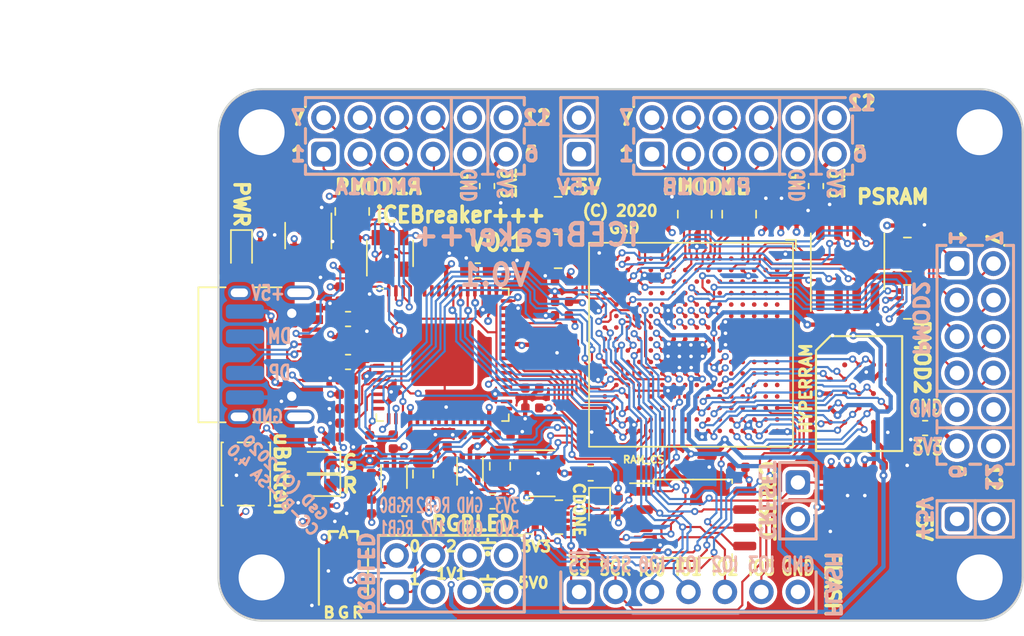
<source format=kicad_pcb>
(kicad_pcb (version 20221018) (generator pcbnew)
  (title_block (title "iCEBreaker+++") (date "2020-12-12") (rev "V0.1") (company "GsD") (comment 1 "2020 (C) GsD  <greg.davill@gmail.com>") (comment 3 "License: CC-BY-SA 4.0"))
  (layers (0 "F.Cu" signal) (1 "In1.Cu" signal) (2 "In2.Cu" signal) (31 "B.Cu" signal) (34 "B.Paste" user) (35 "F.Paste" user) (36 "B.SilkS" user "B.Silkscreen") (37 "F.SilkS" user "F.Silkscreen") (38 "B.Mask" user) (39 "F.Mask" user) (44 "Edge.Cuts" user))
  (net 0 "")
  (net 1 "/~{LEDG}")
  (net 2 "/xFIFO_~{WR}")
  (net 3 "+3V3")
  (net 4 "Net-(D1-Pad2)")
  (net 5 "+1V2")
  (net 6 "/xFIFO_WKUP")
  (net 7 "/~{BUTTON}")
  (net 8 "/FLASH_SCK")
  (net 9 "/xFIFO_~{RD}")
  (net 10 "/xFIFO_~{RXF}")
  (net 11 "Net-(U8-PadL13)")
  (net 12 "Net-(U8-PadK13)")
  (net 13 "/xFIFO_D7")
  (net 14 "/xFIFO_D6")
  (net 15 "Net-(U8-PadL15)")
  (net 16 "Net-(C26-Pad2)")
  (net 17 "/xFIFO_D5")
  (net 18 "/xFIFO_D4")
  (net 19 "Net-(U8-PadF5)")
  (net 20 "/JTAG_TCK")
  (net 21 "/xFIFO_D3")
  (net 22 "/xFIFO_D2")
  (net 23 "Net-(U8-PadM12)")
  (net 24 "/xFIFO_~{TXE}")
  (net 25 "Net-(U8-PadF4)")
  (net 26 "GND")
  (net 27 "Net-(R6-Pad1)")
  (net 28 "Net-(D4-Pad2)")
  (net 29 "/FTDI_CLK")
  (net 30 "+5V")
  (net 31 "/JTAG_TMS")
  (net 32 "Net-(C12-Pad1)")
  (net 33 "Net-(R8-Pad1)")
  (net 34 "Net-(C13-Pad1)")
  (net 35 "+1V8")
  (net 36 "Net-(R9-Pad1)")
  (net 37 "Net-(D5-Pad2)")
  (net 38 "/DONE")
  (net 39 "/PMODS/P2_1")
  (net 40 "/PMODS/P2_1x")
  (net 41 "/PMODS/P2_2")
  (net 42 "/PMODS/P2_2x")
  (net 43 "/PMODS/P2_3")
  (net 44 "/PMODS/P2_3x")
  (net 45 "/PMODS/P2_4")
  (net 46 "/PMODS/P2_4x")
  (net 47 "/PMODS/P1A1")
  (net 48 "/PMODS/P1A1x")
  (net 49 "/shield")
  (net 50 "Net-(R2-Pad1)")
  (net 51 "/~{LEDR}")
  (net 52 "Net-(R2-Pad2)")
  (net 53 "Net-(R2-Pad3)")
  (net 54 "/RAM_CS")
  (net 55 "/PMODS/P1A2")
  (net 56 "/PMODS/P1A2x")
  (net 57 "/PMODS/P1A3")
  (net 58 "/PMODS/P1A3x")
  (net 59 "/PMODS/P1A4")
  (net 60 "/PMODS/P1A4x")
  (net 61 "/PMODS/P1B1")
  (net 62 "/PMODS/P1B1x")
  (net 63 "/PMODS/P1B2")
  (net 64 "/PMODS/P1B2x")
  (net 65 "/PMODS/P1B3")
  (net 66 "/PMODS/P1B3x")
  (net 67 "/PMODS/P1B4")
  (net 68 "/PMODS/P1B4x")
  (net 69 "/PMODS/P2_7")
  (net 70 "/PMODS/P2_7x")
  (net 71 "/USB_DP")
  (net 72 "/USB_DM")
  (net 73 "Net-(C27-Pad2)")
  (net 74 "/JTAG_TDO")
  (net 75 "/FLASH_MISO|IO1")
  (net 76 "/FLASH_MOSI|IO0")
  (net 77 "/FLASH_~{WP}|IO2")
  (net 78 "/FLASH_~{HLD}|~{RST}|IO3")
  (net 79 "/FLASH_CS")
  (net 80 "/xFIFO_D1")
  (net 81 "/xFIFO_D0")
  (net 82 "Net-(U8-PadD3)")
  (net 83 "Net-(U8-PadC3)")
  (net 84 "Net-(L3-Pad1)")
  (net 85 "Net-(L4-Pad1)")
  (net 86 "Net-(U8-PadN12)")
  (net 87 "Net-(U8-PadN14)")
  (net 88 "/JTAG_TDI")
  (net 89 "Net-(U8-PadP11)")
  (net 90 "/~{LED_RGB2}")
  (net 91 "/~{LED_RGB1}")
  (net 92 "/~{LED_RGB0}")
  (net 93 "/PMODS/P2_8")
  (net 94 "/PMODS/P2_8x")
  (net 95 "/PMODS/P2_9")
  (net 96 "/PMODS/P2_9x")
  (net 97 "/PMODS/P2_10")
  (net 98 "/PMODS/P2_10x")
  (net 99 "/PMODS/P1A7")
  (net 100 "/PMODS/P1A7x")
  (net 101 "/PMODS/P1A8")
  (net 102 "/PMODS/P1A8x")
  (net 103 "/PMODS/P1A9")
  (net 104 "/PMODS/P1A9x")
  (net 105 "/PMODS/P1A10")
  (net 106 "/PMODS/P1A10x")
  (net 107 "/PMODS/P1B7")
  (net 108 "/PMODS/P1B7x")
  (net 109 "/PMODS/P1B8")
  (net 110 "/PMODS/P1B8x")
  (net 111 "/PMODS/P1B9")
  (net 112 "/PMODS/P1B9x")
  (net 113 "/PMODS/P1B10")
  (net 114 "/PMODS/P1B10x")
  (net 115 "Net-(U8-PadN11)")
  (net 116 "Net-(U8-PadM11)")
  (net 117 "Net-(U8-PadT2)")
  (net 118 "Net-(U8-PadR2)")
  (net 119 "Net-(R27-Pad5)")
  (net 120 "Net-(U8-PadM4)")
  (net 121 "Net-(U8-PadK16)")
  (net 122 "Net-(U8-PadJ16)")
  (net 123 "Net-(U8-PadE14)")
  (net 124 "Net-(U8-PadF16)")
  (net 125 "Net-(R27-Pad7)")
  (net 126 "Net-(U8-PadE13)")
  (net 127 "no_connect_276")
  (net 128 "Net-(U8-PadN4)")
  (net 129 "/PROGRAMn")
  (net 130 "Net-(R2-Pad4)")
  (net 131 "Net-(U8-PadM9)")
  (net 132 "Net-(U8-PadK15)")
  (net 133 "Net-(U8-PadF15)")
  (net 134 "no_connect_268")
  (net 135 "no_connect_269")
  (net 136 "Net-(U8-PadM8)")
  (net 137 "Net-(U8-PadN13)")
  (net 138 "Net-(U8-PadM14)")
  (net 139 "Net-(U8-PadM13)")
  (net 140 "Net-(U8-PadL14)")
  (net 141 "Net-(U8-PadL12)")
  (net 142 "Net-(U8-PadJ14)")
  (net 143 "Net-(U8-PadG14)")
  (net 144 "no_connect_270")
  (net 145 "no_connect_271")
  (net 146 "Net-(U8-PadD14)")
  (net 147 "Net-(U8-PadC14)")
  (net 148 "Net-(U8-PadB14)")
  (net 149 "no_connect_272")
  (net 150 "no_connect_273")
  (net 151 "no_connect_274")
  (net 152 "Net-(U8-PadK3)")
  (net 153 "Net-(U8-PadK1)")
  (net 154 "Net-(U8-PadJ5)")
  (net 155 "Net-(U8-PadJ3)")
  (net 156 "no_connect_275")
  (net 157 "Net-(U8-PadH13)")
  (net 158 "no_connect_277")
  (net 159 "no_connect_278")
  (net 160 "Net-(U8-PadB15)")
  (net 161 "Net-(U8-PadD13)")
  (net 162 "Net-(U8-PadC13)")
  (net 163 "Net-(U8-PadB13)")
  (net 164 "Net-(U8-PadA13)")
  (net 165 "Net-(U8-PadF3)")
  (net 166 "Net-(U8-PadE3)")
  (net 167 "no_connect_279")
  (net 168 "Net-(U8-PadH12)")
  (net 169 "no_connect_280")
  (net 170 "no_connect_281")
  (net 171 "Net-(U8-PadE12)")
  (net 172 "Net-(U8-PadD12)")
  (net 173 "Net-(U8-PadC12)")
  (net 174 "Net-(U8-PadB12)")
  (net 175 "Net-(U8-PadA12)")
  (net 176 "+1V1")
  (net 177 "+2V5")
  (net 178 "Net-(U8-PadE11)")
  (net 179 "Net-(U8-PadD11)")
  (net 180 "Net-(U8-PadC11)")
  (net 181 "Net-(U8-PadB11)")
  (net 182 "Net-(U8-PadA11)")
  (net 183 "Net-(U8-PadE10)")
  (net 184 "Net-(U8-PadD10)")
  (net 185 "Net-(U8-PadC10)")
  (net 186 "Net-(U8-PadB10)")
  (net 187 "Net-(U8-PadA10)")
  (net 188 "Net-(U8-PadT9)")
  (net 189 "Net-(U8-PadE9)")
  (net 190 "Net-(U8-PadD9)")
  (net 191 "Net-(U8-PadC9)")
  (net 192 "Net-(U8-PadB9)")
  (net 193 "Net-(U8-PadA9)")
  (net 194 "Net-(U8-PadR8)")
  (net 195 "Net-(U8-PadP8)")
  (net 196 "Net-(U8-PadE8)")
  (net 197 "Net-(U8-PadD8)")
  (net 198 "Net-(U8-PadC8)")
  (net 199 "Net-(U8-PadB8)")
  (net 200 "Net-(U8-PadA8)")
  (net 201 "Net-(U8-PadR7)")
  (net 202 "Net-(U8-PadP7)")
  (net 203 "Net-(U8-PadE7)")
  (net 204 "Net-(U8-PadD7)")
  (net 205 "Net-(U8-PadC7)")
  (net 206 "Net-(U8-PadB7)")
  (net 207 "Net-(U8-PadA7)")
  (net 208 "Net-(U8-PadT6)")
  (net 209 "Net-(U8-PadR6)")
  (net 210 "Net-(U8-PadP6)")
  (net 211 "no_connect_282")
  (net 212 "Net-(U8-PadM6)")
  (net 213 "Net-(U8-PadE6)")
  (net 214 "Net-(U8-PadD6)")
  (net 215 "Net-(U8-PadC6)")
  (net 216 "Net-(U8-PadB6)")
  (net 217 "Net-(U8-PadA6)")
  (net 218 "no_connect_283")
  (net 219 "Net-(U8-PadN5)")
  (net 220 "Net-(U8-PadM5)")
  (net 221 "Net-(U8-PadL5)")
  (net 222 "Net-(U8-PadK5)")
  (net 223 "Net-(U8-PadE5)")
  (net 224 "Net-(U8-PadD5)")
  (net 225 "Net-(U8-PadC5)")
  (net 226 "Net-(U8-PadB5)")
  (net 227 "Net-(U8-PadA5)")
  (net 228 "Net-(U8-PadL4)")
  (net 229 "Net-(U8-PadK4)")
  (net 230 "Net-(U8-PadJ4)")
  (net 231 "Net-(U8-PadE4)")
  (net 232 "Net-(U8-PadD4)")
  (net 233 "Net-(U8-PadC4)")
  (net 234 "Net-(U8-PadB4)")
  (net 235 "Net-(U8-PadA4)")
  (net 236 "Net-(U8-PadK2)")
  (net 237 "Net-(U8-PadM3)")
  (net 238 "Net-(U8-PadN6)")
  (net 239 "Net-(U8-PadH3)")
  (net 240 "Net-(U8-PadG3)")
  (net 241 "Net-(U8-PadR4)")
  (net 242 "Net-(U8-PadT3)")
  (net 243 "Net-(U8-PadB3)")
  (net 244 "Net-(U8-PadA3)")
  (net 245 "Net-(U8-PadM2)")
  (net 246 "Net-(U8-PadF2)")
  (net 247 "Net-(U8-PadA2)")
  (net 248 "Net-(U8-PadM1)")
  (net 249 "Net-(U8-PadE1)")
  (net 250 "Net-(J24-PadB8)")
  (net 251 "Net-(J24-PadA5)")
  (net 252 "Net-(J24-PadA8)")
  (net 253 "Net-(J24-PadB5)")
  (net 254 "Net-(U8-PadJ15)")
  (net 255 "Net-(U8-PadH15)")
  (net 256 "Net-(U8-PadK14)")
  (net 257 "no_connect_284")
  (net 258 "no_connect_285")
  (net 259 "no_connect_286")
  (net 260 "Net-(U8-PadB16)")
  (net 261 "Net-(U8-PadJ12)")
  (net 262 "/RAM/HRAM_CLK#")
  (net 263 "/RAM/HRAM_CLK")
  (net 264 "/RAM/HRAM_DQ2")
  (net 265 "/RAM/HRAM_DQ0")
  (net 266 "/RAM/HRAM_DQ3")
  (net 267 "/RAM/HRAM_DQ5")
  (net 268 "/RAM/HRAM_DQ4")
  (net 269 "/RAM/HRAM_DQ1")
  (net 270 "/RAM/HRAM_DQ6")
  (net 271 "/RAM/HRAM_DQ7")
  (net 272 "/RAM/HRAM_RWDS")
  (net 273 "/RAM/HRAM_CS")
  (net 274 "/RAM/HRAM_RST")
  (net 275 "/PMODS/RAM_IO2")
  (net 276 "/PMODS/RAM_IO3")
  (net 277 "/PMODS/RAM_CS")
  (net 278 "/PMODS/RAM_IO0")
  (net 279 "/PMODS/RAM_CLK")
  (net 280 "/PMODS/RAM_IO1")
  (net 281 "Net-(U10-PadC5)")
  (net 282 "Net-(U10-PadB5)")
  (net 283 "no_connect_265")
  (net 284 "no_connect_266")
  (net 285 "no_connect_267")
  (net 286 "Net-(U8-PadJ13)")
  (footprint "gsd-footprints:PMOD_Angled_2x06" (layer "F.Cu") (at 72.88 33.53 180)
    (fp_text reference "J27" hide)
    (fp_text value "PMOD" hide)
  )
  (footprint "Mounting_Holes:MountingHole_3-5mm" (layer "F.Cu") (at 83 32)
    (fp_text reference "REF**" hide)
    (fp_text value "MH3" hide)
  )
  (footprint "Mounting_Holes:MountingHole_3-5mm" (layer "F.Cu") (at 33 63)
    (fp_text reference "REF**" hide)
    (fp_text value "MH3" hide)
  )
  (footprint "Mounting_Holes:MountingHole_3-5mm" (layer "F.Cu") (at 83 63)
    (fp_text reference "REF**" hide)
    (fp_text value "MH3" hide)
  )
  (footprint "Capacitor_SMD:C_0402_1005Metric" (layer "F.Cu") (at 38.925 49.25 180)
    (fp_text reference "C13" hide)
    (fp_text value "100n" hide)
  )
  (footprint "Connector_PinHeader_2.54mm:PinHeader_2x04_P2.54mm_Vertical" (layer "F.Cu") (at 42.4 64.01 90)
    (fp_text reference "J25" hide)
    (fp_text value "RGB Led" hide)
  )
  (footprint "Mounting_Holes:MountingHole_3-5mm" (layer "F.Cu") (at 33 32)
    (fp_text reference "REF**" hide)
    (fp_text value "MH3" hide)
  )
  (footprint "Connector_PinHeader_2.54mm:PinHeader_2x01_P2.54mm_Vertical" (layer "F.Cu") (at 81.42 58.93)
    (fp_text reference "J22" hide)
    (fp_text value "5V AUX" hide)
  )
  (footprint "Capacitor_SMD:C_0402_1005Metric" (layer "F.Cu") (at 39.65 41.05 90)
    (fp_text reference "C17" hide)
    (fp_text value "100n" hide)
  )
  (footprint "Capacitor_SMD:C_0402_1005Metric" (layer "F.Cu") (at 45.26 40.91 90)
    (fp_text reference "C21" hide)
    (fp_text value "100n" hide)
  )
  (footprint "Capacitor_SMD:C_0402_1005Metric" (layer "F.Cu") (at 47.47 53.06 180)
    (fp_text reference "C19" hide)
    (fp_text value "100n" hide)
  )
  (footprint "Capacitor_SMD:C_0402_1005Metric" (layer "F.Cu") (at 36.02 41.61)
    (fp_text reference "C4" hide)
    (fp_text value "100n" hide)
  )
  (footprint "Capacitor_SMD:C_0402_1005Metric" (layer "F.Cu") (at 50.02 41.43 90)
    (fp_text reference "C10" hide)
    (fp_text value "100n" hide)
  )
  (footprint "Capacitor_SMD:C_0402_1005Metric" (layer "F.Cu") (at 43.84 53.08)
    (fp_text reference "C18" hide)
    (fp_text value "100n" hide)
  )
  (footprint "Resistor_SMD:R_0402_1005Metric" (layer "F.Cu") (at 37 53.5)
    (fp_text reference "R14" hide)
    (fp_text value "330E" hide)
  )
  (footprint "Resistor_SMD:R_0402_1005Metric" (layer "F.Cu") (at 31.3 59.4 180)
    (fp_text reference "R13" hide)
    (fp_text value "10k" hide)
  )
  (footprint "Resistor_SMD:R_0402_1005Metric" (layer "F.Cu") (at 38.97 46.26 180)
    (fp_text reference "R9" hide)
    (fp_text value "10k" hide)
  )
  (footprint "Capacitor_SMD:C_0402_1005Metric" (layer "F.Cu") (at 38.925 51.25 180)
    (fp_text reference "C14" hide)
    (fp_text value "100n" hide)
  )
  (footprint "Inductor_SMD:L_0402_1005Metric" (layer "F.Cu") (at 38.925 50.25)
    (fp_text reference "L1" hide)
    (fp_text value "600" hide)
  )
  (footprint "Inductor_SMD:L_0402_1005Metric" (layer "F.Cu") (at 38.91 42.77)
    (fp_text reference "L2" hide)
    (fp_text value "600" hide)
  )
  (footprint "Capacitor_SMD:C_0402_1005Metric" (layer "F.Cu") (at 38.925 43.75 180)
    (fp_text reference "C12" hide)
    (fp_text value "100n" hide)
  )
  (footprint "Package_TO_SOT_SMD:SOT-23-6" (layer "F.Cu") (at 41.94 40.44 90)
    (fp_text reference "U1" hide)
    (fp_text value "93C46B-SOT-23-6" hide)
  )
  (footprint "Package_DFN_QFN:QFN-64-1EP_9x9mm_P0.5mm_EP4.35x4.35mm" (layer "F.Cu") (at 45.6 47.5)
    (fp_text reference "U2" hide)
    (fp_text value "FT2232H" hide)
  )
  (footprint "Resistor_SMD:R_0402_1005Metric" (layer "F.Cu") (at 44.28 40.91 90)
    (fp_text reference "R6" hide)
    (fp_text value "2k2" hide)
  )
  (footprint "Resistor_SMD:R_0402_1005Metric" (layer "F.Cu") (at 38.92 52.26 180)
    (fp_text reference "R8" hide)
    (fp_text value "12k" hide)
  )
  (footprint "Resistor_SMD:R_0402_1005Metric" (layer "F.Cu") (at 57.83 57.94 90)
    (fp_text reference "R12" hide)
    (fp_text value "2k2" hide)
  )
  (footprint "Resistor_SMD:R_0402_1005Metric" (layer "F.Cu") (at 37 58)
    (fp_text reference "R15" hide)
    (fp_text value "330E" hide)
  )
  (footprint "LED_SMD:LED_0603_1608Metric" (layer "F.Cu") (at 56.53 58.24 -90)
    (fp_text reference "D3" hide)
    (fp_text value "BLU" hide)
  )
  (footprint "LED_SMD:LED_0603_1608Metric" (layer "F.Cu") (at 37 55 180)
    (fp_text reference "D4" hide)
    (fp_text value "GRN" hide)
  )
  (footprint "LED_SMD:LED_0603_1608Metric" (layer "F.Cu") (at 37 56.6 180)
    (fp_text reference "D5" hide)
    (fp_text value "RED" hide)
  )
  (footprint "Capacitor_SMD:C_0402_1005Metric" (layer "F.Cu") (at 66.2 55.33 180)
    (fp_text reference "C22" hide)
    (fp_text value "100n" hide)
  )
  (footprint "Capacitor_SMD:C_0402_1005Metric" (layer "F.Cu") (at 52.41 46.8)
    (fp_text reference "C20" hide)
    (fp_text value "100n" hide)
  )
  (footprint "Capacitor_SMD:C_0402_1005Metric" (layer "F.Cu") (at 51.85 49.82)
    (fp_text reference "C16" hide)
    (fp_text value "100n" hide)
  )
  (footprint "Capacitor_SMD:C_0402_1005Metric" (layer "F.Cu") (at 39.16 39.46 180)
    (fp_text reference "C1" hide)
    (fp_text value "100n" hide)
  )
  (footprint "gsd-footprints:PMOD_Angled_2x06" (layer "F.Cu") (at 50.02 33.53 180)
    (fp_text reference "J23" hide)
    (fp_text value "PMOD" hide)
  )
  (footprint "Connector_PinHeader_2.54mm:PinHeader_2x01_P2.54mm_Vertical" (layer "F.Cu") (at 55.1 33.53 90)
    (fp_text reference "J26" hide)
    (fp_text value "5V AUX" hide)
  )
  (footprint "Connector_PinHeader_2.54mm:PinHeader_1x07_P2.54mm_Vertical" (layer "F.Cu") (at 55.1 64.01 90)
    (fp_text reference "J20" hide)
    (fp_text value "Flash" hide)
  )
  (footprint "Capacitor_SMD:C_0603_1608Metric" (layer "F.Cu") (at 39.02 48 180)
    (fp_text reference "C9" hide)
    (fp_text value "4u7" hide)
  )
  (footprint "Capacitor_SMD:C_0603_1608Metric" (layer "F.Cu") (at 39.02 45.01 180)
    (fp_text reference "C6" hide)
    (fp_text value "4u7" hide)
  )
  (footprint "Resistor_SMD:R_0402_1005Metric" (layer "F.Cu") (at 33.9 40.3 -90)
    (fp_text reference "R1" hide)
    (fp_text value "1M" hide)
  )
  (footprint "Resistor_SMD:R_0402_1005Metric" (layer "F.Cu") (at 32.9 40.3 -90)
    (fp_text reference "R5" hide)
    (fp_text value "330E" hide)
  )
  (footprint "Capacitor_SMD:C_0603_1608Metric" (layer "F.Cu") (at 48.05 41.63 180)
    (fp_text reference "C7" hide)
    (fp_text value "4u7" hide)
  )
  (footprint "Resistor_SMD:R_Array_Convex_4x0402" (layer "F.Cu") (at 63.16 37.71 90)
    (fp_text reference "R4" hide)
    (fp_text value "33R" hide)
  )
  (footprint "Resistor_SMD:R_0402_1005Metric" (layer "F.Cu") (at 52.39823 47.755848)
    (fp_text reference "R25" hide)
    (fp_text value "10k" hide)
  )
  (footprint "Connector_PinHeader_2.54mm:PinHeader_2x01_P2.54mm_Vertical" (layer "F.Cu") (at 70.34 56.39 -90)
    (fp_text reference "J28" hide)
    (fp_text value "CRESET" hide)
  )
  (footprint "Resistor_SMD:R_Array_Convex_4x0402" (layer "F.Cu") (at 53.7 58.805)
    (fp_text reference "R11" hide)
    (fp_text value "10k" hide)
  )
  (footprint "Capacitor_SMD:C_0603_1608Metric" (layer "F.Cu") (at 71.6 35.75 90)
    (fp_text reference "C33" hide)
    (fp_text value "DNP" hide)
  )
  (footprint "Capacitor_SMD:C_0603_1608Metric" (layer "F.Cu") (at 48.7 35.75 90)
    (fp_text reference "C32" hide)
    (fp_text value "DNP" hide)
  )
  (footprint "gsd-footprints:PMOD_Angled_2x06" (layer "F.Cu") (at 81.42 53.85 90)
    (fp_text reference "J21" hide)
    (fp_text value "PMOD" hide)
  )
  (footprint "Capacitor_SMD:C_0603_1608Metric" (layer "F.Cu") (at 79.2 52.6)
    (fp_text reference "C34" hide)
    (fp_text value "DNP" hide)
  )
  (footprint "Button_Switch_SMD:SW_SPST_PTS810" (layer "F.Cu") (at 31.9 55.8 -90)
    (fp_text reference "SW1" hide)
    (fp_text value "TACT" hide)
  )
  (footprint "pkl_pads:PAD_SMD_1x1.5" (layer "F.Cu") (at 59.6 55.7)
    (fp_text reference "P6" hide)
    (fp_text value "RAM_CS" hide)
  )
  (footprint "pkl_led:LED_Cree_PLCC6_3.4x3.4mm" (layer "F.Cu") (at 38.7 62.7 90)
    (fp_text reference "D11" hide)
    (fp_text value "LED_RGB" hide)
  )
  (footprint "LED_SMD:LED_0603_1608Metric" (layer "F.Cu") (at 31.6 40.3 -90)
    (fp_text reference "D1" hide)
    (fp_text value "GRN" hide)
  )
  (footprint "Capacitor_SMD:C_0402_1005Metric" (layer "F.Cu") (at 49.85 53.07)
    (fp_text reference "C23" hide)
    (fp_text value "4.7uF" hide)
  )
  (footprint "Capacitor_SMD:C_0402_1005Metric" (layer "F.Cu") (at 74.685 45.4)
    (fp_text reference "C40" hide)
    (fp_text value "0.1uF" hide)
  )
  (footprint "Resistor_SMD:R_0402_1005Metric" (layer "F.Cu") (at 39.65 58.07 90)
    (fp_text reference "R23" hide)
    (fp_text value "47k" hide)
  )
  (footprint "Capacitor_SMD:C_0402_1005Metric" (layer "F.Cu") (at 53.915 42.35 180)
    (fp_text reference "C36" hide)
    (fp_text value "0.1uF" hide)
  )
  (footprint "Capacitor_SMD:C_0402_1005Metric" (layer "F.Cu") (at 40.64 56.225 -90)
    (fp_text reference "C26" hide)
    (fp_text value "6.8pF" hide)
  )
  (footprint "Package_TO_SOT_SMD:SOT-23-5" (layer "F.Cu") (at 36.25 39.2 -90)
    (fp_text reference "U7" hide)
    (fp_text value "12MHz" hide)
  )
  (footprint "Capacitor_SMD:C_0402_1005Metric" (layer "F.Cu") (at 53.91 44.77 180)
    (fp_text reference "C2" hide)
    (fp_text value "0.1uF" hide)
  )
  (footprint "Package_TO_SOT_SMD:SOT-23-5" (layer "F.Cu") (at 52.52 55.75)
    (fp_text reference "U6" hide)
    (fp_text value "TLV713285PDBV" hide)
  )
  (footprint "Capacitor_SMD:C_0603_1608Metric" (layer "F.Cu") (at 55.91 55.76)
    (fp_text reference "C24" hide)
    (fp_text value "10uF" hide)
  )
  (footprint "Capacitor_SMD:C_0402_1005Metric" (layer "F.Cu") (at 76.8 55.2)
    (fp_text reference "C41" hide)
    (fp_text value "0.1uF" hide)
  )
  (footprint "Capacitor_SMD:C_0402_1005Metric" (layer "F.Cu") (at 73.8 56.07 -90)
    (fp_text reference "C30" hide)
    (fp_text value "1uF" hide)
  )
  (footprint "Capacitor_SMD:C_0402_1005Metric" (layer "F.Cu") (at 61.32 37.74 90)
    (fp_text reference "C3" hide)
    (fp_text value "0.1uF" hide)
  )
  (footprint "Resistor_SMD:R_Array_Convex_4x0402" (layer "F.Cu") (at 66.25 37.71 90)
    (fp_text reference "R17" hide)
    (fp_text value "33R" hide)
  )
  (footprint "Resistor_SMD:R_0402_1005Metric" (layer "F.Cu") (at 38.68 41.05 -90)
    (fp_text reference "R21" hide)
    (fp_text value "5.1k" hide)
  )
  (footprint "Resistor_SMD:R_Array_Convex_4x0402" (layer "F.Cu") (at 53.65 37.68)
    (fp_text reference "R3" hide)
    (fp_text value "33R" hide)
  )
  (footprint "Capacitor_SMD:C_0402_1005Metric" (layer "F.Cu") (at 63.07 55.32)
    (fp_text reference "C8" hide)
    (fp_text value "0.1uF" hide)
  )
  (footprint "Capacitor_SMD:C_0402_1005Metric" (layer "F.Cu") (at 69.2 37.75 90)
    (fp_text reference "C38" hide)
    (fp_text value "0.1uF" hide)
  )
  (footprint "Resistor_SMD:R_0402_1005Metric" (layer "F.Cu") (at 72.66 56.07 -90)
    (fp_text reference "R19" hide)
    (fp_text value "10k" hide)
  )
  (footprint "Package_SO:SOIC-8_3.9x4.9mm_P1.27mm" (layer "F.Cu") (at 73.8 41 90)
    (fp_text reference "U9" hide)
    (fp_text value "LY68L6400SLIT" hide)
  )
  (footprint "Resistor_SMD:R_Array_Convex_4x0402" (layer "F.Cu") (at 51.55 58.8)
    (fp_text reference "R27" hide)
    (fp_text value "33R" hide)
  )
  (footprint "Capacitor_SMD:C_0402_1005Metric" (layer "F.Cu") (at 75 56.07 -90)
    (fp_text reference "C42" hide)
    (fp_text value "0.1uF" hide)
  )
  (footprint "Connector_USB:USB_C_Receptacle_HRO_TYPE-C-31-M-12" (layer "F.Cu") (at 32.5 47.5 -90)
    (fp_text reference "J24" hide)
    (fp_text value "USB_C_Receptacle_USB2.0" hide)
  )
  (footprint "gsd-footprints:BGA-24_8.0x6.0mm_Layout5x5_P0.8mm_Pad0.35mm_NSMD" (layer "F.Cu") (at 74.6 50.2)
    (fp_text reference "U10" hide)
    (fp_text value "IS66WVH16M8ALL" hide)
  )
  (footprint "Inductor_SMD:L_0805_2012Metric" (layer "F.Cu") (at 49.6 55.26 -90)
    (fp_text reference "L4" hide)
    (fp_text value "2.2uH" hide)
  )
  (footprint "Package_TO_SOT_SMD:SOT-666" (layer "F.Cu") (at 47.51 55.46 90)
    (fp_text reference "U5" hide)
    (fp_text value "TLV62569DRL" hide)
  )
  (footprint "Capacitor_SMD:C_0402_1005Metric" (layer "F.Cu") (at 53.92 43.79 180)
    (fp_text reference "C11" hide)
    (fp_text value "0.1uF" hide)
  )
  (footprint "Capacitor_SMD:C_0402_1005Metric" (layer "F.Cu") (at 51.85 51.2 180)
    (fp_text reference "C37" hide)
    (fp_text value "0.1uF" hide)
  )
  (footprint "Resistor_SMD:R_0402_1005Metric" (layer "F.Cu") (at 46.67 57.64 180)
    (fp_text reference "R26" hide)
    (fp_text value "100k" hide)
  )
  (footprint "Capacitor_SMD:C_0603_1608Metric" (layer "F.Cu") (at 42.9325 58.22 180)
    (fp_text reference "C28" hide)
    (fp_text value "10uF" hide)
  )
  (footprint "Capacitor_SMD:C_0402_1005Metric" (layer "F.Cu") (at 72.285 45.4)
    (fp_text reference "C35" hide)
    (fp_text value "0.1uF" hide)
  )
  (footprint "Resistor_SMD:R_Array_Convex_4x0402" (layer "F.Cu") (at 53.65 40.29)
    (fp_text reference "R16" hide)
    (fp_text value "33R" hide)
  )
  (footprint "Package_BGA:BGA-256_14.0x14.0mm_Layout16x16_P0.8mm_Ball0.45mm_Pad0.32mm_NSMD" (layer "F.Cu") (at 62.9 46.8 -90)
    (fp_text reference "U8" hide)
    (fp_text value "ECP5U-12-CABGA256" hide)
  )
  (footprint "Capacitor_SMD:C_0402_1005Metric" (layer "F.Cu") (at 45.93 56.24 -90)
    (fp_text reference "C27" hide)
    (fp_text value "6.8pF" hide)
  )
  (footprint "Capacitor_SMD:C_0402_1005Metric" (layer "F.Cu") (at 70.25 37.735 90)
    (fp_text reference "C39" hide)
    (fp_text value "0.1uF" hide)
  )
  (footprint "Package_SO:SOIC-8_5.23x5.23mm_P1.27mm" (layer "F.Cu") (at 63.04 58.91)
    (fp_text reference "U3" hide)
    (fp_text value "W25Q32JVSS" hide)
  )
  (footprint "Capacitor_SMD:C_0603_1608Metric" (layer "F.Cu") (at 49.08 57.71 180)
    (fp_text reference "C29" hide)
    (fp_text value "10uF" hide)
  )
  (footprint "Capacitor_SMD:C_0402_1005Metric" (layer "F.Cu") (at 37 59.1)
    (fp_text reference "C43" hide)
    (fp_text value "0.1uF" hide)
  )
  (footprint "Capacitor_SMD:C_0402_1005Metric" (layer "F.Cu") (at 77.95 38.5)
    (fp_text reference "C31" hide)
    (fp_text value "1uF" hide)
  )
  (footprint "Inductor_SMD:L_0805_2012Metric" (layer "F.Cu") (at 44.25 55.8 -90)
    (fp_text reference "L3" hide)
    (fp_text value "2.2uH" hide)
  )
  (footprint "Resistor_SMD:R_Array_Convex_4x0402" (layer "F.Cu") (at 77.965 43.815)
    (fp_text reference "R18" hide)
    (fp_text value "33R" hide)
  )
  (footprint "Resistor_SMD:R_Array_Convex_4x0402" (layer "F.Cu") (at 77.965 40.515)
    (fp_text reference "R7" hide)
    (fp_text value "33R" hide)
  )
  (footprint "Resistor_SMD:R_0402_1005Metric" (layer "F.Cu") (at 40.64 58.06 -90)
    (fp_text reference "R10" hide)
    (fp_text value "210k" hide)
  )
  (footprint "Capacitor_SMD:C_0402_1005Metric" (layer "F.Cu") (at 42.17 53.54 90)
    (fp_text reference "C15" hide)
    (fp_text value "4.7uF" hide)
  )
  (footprint "Resistor_SMD:R_0402_1005Metric" (layer "F.Cu") (at 45.92 54.38 90)
    (fp_text reference "R24" hide)
    (fp_text value "84k5" hide)
  )
  (footprint "Capacitor_SMD:C_0402_1005Metric" (layer "F.Cu") (at 68.1 37.75 90)
    (fp_text reference "C5" hide)
    (fp_text value "0.1uF" hide)
  )
  (footprint "Resistor_SMD:R_0402_1005Metric" (layer "F.Cu") (at 40.52 53.58 -90)
    (fp_text reference "R20" hide)
    (fp_text value "1k" hide)
  )
  (footprint "Capacitor_SMD:C_0402_1005Metric" (layer "F.Cu") (at 72.58 58.6275 -90)
    (fp_text reference "C25" hide)
    (fp_text value "1uF" hide)
  )
  (footprint "Package_TO_SOT_SMD:SOT-666" (layer "F.Cu") (at 42.22 55.99 90)
    (fp_text reference "U4" hide)
    (fp_text value "TLV62569DRL" hide)
  )
  (footprint "Resistor_SMD:R_0402_1005Metric" (layer "F.Cu") (at 38.92 53.23 180)
    (fp_text reference "R22" hide)
    (fp_text value "5.1k" hide)
  )
  (footprint "Resistor_SMD:R_Array_Convex_4x0402" (layer "F.Cu") (at 39.31 37.52 90)
    (fp_text reference "R2" hide)
    (fp_text value "10k" hide)
  )
  (footprint "pkl_pads:PAD_SMD_1x2.65" (layer "B.Cu") (at 31.84 48.77)
    (fp_text reference "P4" hide)
    (fp_text value "UP" hide)
  )
  (footprint "pkl_pads:PAD_SMD_1x2.65" (layer "B.Cu") (at 31.84 46.23)
    (fp_text reference "P3" hide)
    (fp_text value "UP" hide)
  )
  (footprint "pkl_pads:PAD_SMD_1x2.65" (layer "B.Cu") (at 31.835 50.47)
    (fp_text reference "P5" hide)
    (fp_text value "UP" hide)
  )
  (footprint "pkl_pads:PAD_SMD_1x2.65" (layer "B.Cu") (at 31.835 44.49)
    (fp_text reference "P2" hide)
    (fp_text value "UP" hide)
  )
  (gr_line (start 36.05 31.752) (end 36.05 32.768) (stroke (width 0.2)) (layer "B.SilkS"))
  (gr_line (start 58.91 31.752) (end 58.91 32.768) (stroke (width 0.2)) (layer "B.SilkS"))
  (gr_line (start 69.07 29.593) (end 58.91 29.593) (stroke (width 0.2)) (layer "B.SilkS"))
  (gr_line (start 58.91 34.292) (end 58.91 34.927) (stroke (width 0.2)) (layer "B.SilkS"))
  (gr_line (start 69.07 29.593) (end 71.61 29.593) (stroke (width 0.2)) (layer "B.SilkS"))
  (gr_line (start 69.07 29.593) (end 69.07 34.927) (stroke (width 0.2)) (layer "B.SilkS"))
  (gr_line (start 71.61 29.593) (end 73.642 29.593) (stroke (width 0.2)) (layer "B.SilkS"))
  (gr_line (start 58.91 34.927) (end 69.451 34.927) (stroke (width 0.2)) (layer "B.SilkS"))
  (gr_line (start 74.15 30.863) (end 74.15 32.768) (stroke (width 0.2)) (layer "B.SilkS"))
  (gr_line (start 71.61 29.593) (end 71.61 34.927) (stroke (width 0.2)) (layer "B.SilkS"))
  (gr_line (start 73.642 34.927) (end 74.15 34.927) (stroke (width 0.2)) (layer "B.SilkS"))
  (gr_line (start 58.91 29.593) (end 58.91 30.101) (stroke (width 0.2)) (layer "B.SilkS"))
  (gr_line (start 53.83 34.927) (end 56.37 34.927) (stroke (width 0.2)) (layer "B.SilkS"))
  (gr_line (start 53.829999 29.593) (end 53.83 34.927) (stroke (width 0.2)) (layer "B.SilkS"))
  (gr_line (start 56.37 29.593) (end 56.37 34.927) (stroke (width 0.2)) (layer "B.SilkS"))
  (gr_line (start 53.829999 29.593) (end 56.37 29.593) (stroke (width 0.2)) (layer "B.SilkS"))
  (gr_line (start 80.023 57.66) (end 85.357 57.66) (stroke (width 0.2)) (layer "B.SilkS"))
  (gr_line (start 80.023 60.200001) (end 85.357 60.2) (stroke (width 0.2)) (layer "B.SilkS"))
  (gr_line (start 80.023 60.200001) (end 80.023 57.66) (stroke (width 0.2)) (layer "B.SilkS"))
  (gr_line (start 85.357 60.2) (end 85.357 57.66) (stroke (width 0.2)) (layer "B.SilkS"))
  (gr_line (start 85.357 50.04) (end 85.357 39.88) (stroke (width 0.2)) (layer "B.SilkS"))
  (gr_line (start 85.357 39.88) (end 84.849 39.88) (stroke (width 0.2)) (layer "B.SilkS"))
  (gr_line (start 80.658 39.88) (end 80.023 39.88) (stroke (width 0.2)) (layer "B.SilkS"))
  (gr_line (start 85.357 50.04) (end 80.023 50.04) (stroke (width 0.2)) (layer "B.SilkS"))
  (gr_line (start 83.198 39.88) (end 82.182 39.88) (stroke (width 0.2)) (layer "B.SilkS"))
  (gr_line (start 85.357 50.04) (end 85.357 52.58) (stroke (width 0.2)) (layer "B.SilkS"))
  (gr_line (start 80.023 39.88) (end 80.023 50.421) (stroke (width 0.2)) (layer "B.SilkS"))
  (gr_line (start 85.357 52.58) (end 80.023 52.58) (stroke (width 0.2)) (layer "B.SilkS"))
  (gr_line (start 85.357 52.58) (end 85.357 55.12) (stroke (width 0.2)) (layer "B.SilkS"))
  (gr_line (start 80.023 54.612) (end 80.023 55.12) (stroke (width 0.2)) (layer "B.SilkS"))
  (gr_line (start 71.610001 60.327) (end 69.07 60.327) (stroke (width 0.2)) (layer "B.SilkS"))
  (gr_line (start 71.610001 60.327) (end 71.61 54.993) (stroke (width 0.2)) (layer "B.SilkS"))
  (gr_line (start 69.07 57.66) (end 71.61 57.66) (stroke (width 0.2)) (layer "B.SilkS"))
  (gr_line (start 69.07 60.327) (end 69.069999 54.993) (stroke (width 0.2)) (layer "B.SilkS"))
  (gr_line (start 71.61 54.993) (end 69.069999 54.993) (stroke (width 0.2)) (layer "B.SilkS"))
  (gr_line (start 51.29 60.073) (end 51.29 65.407) (stroke (width 0.2)) (layer "B.SilkS"))
  (gr_line (start 41.13 65.407) (end 51.29 65.407) (stroke (width 0.2)) (layer "B.SilkS"))
  (gr_line (start 71.61 65.407) (end 71.61 62.613) (stroke (width 0.2)) (layer "B.SilkS"))
  (gr_line (start 53.83 65.407001) (end 53.83 62.613) (stroke (width 0.2)) (layer "B.SilkS"))
  (gr_line (start 71.61 65.407) (end 53.83 65.407001) (stroke (width 0.2)) (layer "B.SilkS"))
  (gr_line (start 80.023 52.072) (end 80.023 52.961) (stroke (width 0.2)) (layer "B.SilkS"))
  (gr_line (start 48.75 29.593) (end 51.29 29.593) (stroke (width 0.2)) (layer "B.SilkS"))
  (gr_line (start 51.29 29.593) (end 51.29 30.101) (stroke (width 0.2)) (layer "B.SilkS"))
  (gr_line (start 41.13 65.407) (end 41.13 60.073) (stroke (width 0.2)) (layer "B.SilkS"))
  (gr_line (start 82.309 55.12) (end 83.071 55.12) (stroke (width 0.2)) (layer "B.SilkS"))
  (gr_line (start 46.21 29.593) (end 46.21 34.927) (stroke (width 0.2)) (layer "B.SilkS"))
  (gr_line (start 51.29 31.752) (end 51.29 32.768) (stroke (width 0.2)) (layer "B.SilkS"))
  (gr_line (start 48.369 34.927) (end 49.131 34.927) (stroke (width 0.2)) (layer "B.SilkS"))
  (gr_line (start 46.21 29.593) (end 36.05 29.593) (stroke (width 0.2)) (layer "B.SilkS"))
  (gr_line (start 50.782 34.927) (end 51.29 34.927) (stroke (width 0.2)) (layer "B.SilkS"))
  (gr_line (start 36.05 29.593) (end 36.05 30.101) (stroke (width 0.2)) (layer "B.SilkS"))
  (gr_line (start 36.05 34.927) (end 46.718 34.927) (stroke (width 0.2)) (layer "B.SilkS"))
  (gr_line (start 85.357 55.12) (end 84.849 55.12) (stroke (width 0.2)) (layer "B.SilkS"))
  (gr_line (start 46.21 29.593) (end 48.75 29.593) (stroke (width 0.2)) (layer "B.SilkS"))
  (gr_line (start 53.83 32.26) (end 56.37 32.26) (stroke (width 0.2)) (layer "B.SilkS"))
  (gr_line (start 51.29 34.927) (end 51.29 34.292) (stroke (width 0.2)) (layer "B.SilkS"))
  (gr_line (start 36.05 34.292) (end 36.05 34.927) (stroke (width 0.2)) (layer "B.SilkS"))
  (gr_line (start 80.023 55.12) (end 80.658 55.12) (stroke (width 0.2)) (layer "B.SilkS"))
  (gr_line (start 71.229 34.927) (end 71.991 34.927) (stroke (width 0.2)) (layer "B.SilkS"))
  (gr_line (start 59.8 62.3) (end 59.45 61.8) (stroke (width 0.2)) (layer "B.SilkS"))
  (gr_line (start 82.69 57.66) (end 82.69 60.2) (stroke (width 0.2)) (layer "B.SilkS"))
  (gr_line (start 74.15 34.927) (end 74.15 34.292) (stroke (width 0.2)) (layer "B.SilkS"))
  (gr_line (start 48.75 29.593) (end 48.75 34.927) (stroke (width 0.2)) (layer "B.SilkS"))
  (gr_line (start 36.05 32.768) (end 36.05 31.752001) (stroke (width 0.2)) (layer "F.SilkS"))
  (gr_line (start 46.209999 34.927) (end 36.05 34.927001) (stroke (width 0.2)) (layer "F.SilkS"))
  (gr_line (start 36.05 30.228) (end 36.05 29.593) (stroke (width 0.2)) (layer "F.SilkS"))
  (gr_line (start 46.209999 34.927) (end 46.591 34.927) (stroke (width 0.2)) (layer "F.SilkS"))
  (gr_line (start 46.209999 34.927) (end 46.21 29.593) (stroke (width 0.2)) (layer "F.SilkS"))
  (gr_line (start 50.909 34.927) (end 51.29 34.927) (stroke (width 0.2)) (layer "F.SilkS"))
  (gr_line (start 51.29 30.101) (end 51.29 29.593) (stroke (width 0.2)) (layer "F.SilkS"))
  (gr_line (start 36.05 29.593) (end 48.75 29.593) (stroke (width 0.2)) (layer "F.SilkS"))
  (gr_line (start 51.29 32.768) (end 51.29 31.752) (stroke (width 0.2)) (layer "F.SilkS"))
  (gr_line (start 48.75 34.292) (end 48.75 29.593) (stroke (width 0.2)) (layer "F.SilkS"))
  (gr_line (start 48.75 29.593) (end 51.29 29.593) (stroke (width 0.2)) (layer "F.SilkS"))
  (gr_line (start 36.05 34.927001) (end 36.05 34.292) (stroke (width 0.2)) (layer "F.SilkS"))
  (gr_line (start 69.069999 34.927) (end 69.324 34.927) (stroke (width 0.2)) (layer "F.SilkS"))
  (gr_line (start 58.91 32.768) (end 58.91 31.752001) (stroke (width 0.2)) (layer "F.SilkS"))
  (gr_line (start 74.15 34.927) (end 74.15 34.292) (stroke (width 0.2)) (layer "F.SilkS"))
  (gr_line (start 73.769 34.927) (end 74.15 34.927) (stroke (width 0.2)) (layer "F.SilkS"))
  (gr_line (start 71.61 34.292) (end 71.61 29.593) (stroke (width 0.2)) (layer "F.SilkS"))
  (gr_line (start 69.069999 34.927) (end 69.07 29.593) (stroke (width 0.2)) (layer "F.SilkS"))
  (gr_line (start 74.15 32.768) (end 74.15 30.863) (stroke (width 0.2)) (layer "F.SilkS"))
  (gr_line (start 71.61 29.593) (end 73.642 29.593) (stroke (width 0.2)) (layer "F.SilkS"))
  (gr_line (start 58.91 30.228) (end 58.91 29.593) (stroke (width 0.2)) (layer "F.SilkS"))
  (gr_line (start 58.91 29.593) (end 71.61 29.593) (stroke (width 0.2)) (layer "F.SilkS"))
  (gr_line (start 69.069999 34.927) (end 58.91 34.927001) (stroke (width 0.2)) (layer "F.SilkS"))
  (gr_line (start 58.91 34.927001) (end 58.91 34.292) (stroke (width 0.2)) (layer "F.SilkS"))
  (gr_line (start 53.829999 34.927) (end 56.37 34.927) (stroke (width 0.2)) (layer "F.SilkS"))
  (gr_line (start 56.37 34.927) (end 56.37 29.593) (stroke (width 0.2)) (layer "F.SilkS"))
  (gr_line (start 53.829999 34.927) (end 53.83 29.593) (stroke (width 0.2)) (layer "F.SilkS"))
  (gr_line (start 53.83 29.593) (end 56.37 29.593) (stroke (width 0.2)) (layer "F.SilkS"))
  (gr_line (start 80.023 60.199999) (end 80.023 57.66) (stroke (width 0.2)) (layer "F.SilkS"))
  (gr_line (start 85.357 60.200002) (end 80.023 60.199999) (stroke (width 0.2)) (layer "F.SilkS"))
  (gr_line (start 85.357 57.66) (end 80.023 57.66) (stroke (width 0.2)) (layer "F.SilkS"))
  (gr_line (start 85.357 60.200002) (end 85.357 57.66) (stroke (width 0.2)) (layer "F.SilkS"))
  (gr_line (start 80.023 50.039999) (end 80.023 50.294) (stroke (width 0.2)) (layer "F.SilkS"))
  (gr_line (start 82.182 39.88) (end 83.197999 39.88) (stroke (width 0.2)) (layer "F.SilkS"))
  (gr_line (start 84.722 39.88) (end 85.357 39.88) (stroke (width 0.2)) (layer "F.SilkS"))
  (gr_line (start 80.022999 39.88) (end 80.658 39.88) (stroke (width 0.2)) (layer "F.SilkS"))
  (gr_line (start 80.023 54.739) (end 80.023 55.12) (stroke (width 0.2)) (layer "F.SilkS"))
  (gr_line (start 80.023 50.039999) (end 85.357 50.04) (stroke (width 0.2)) (layer "F.SilkS"))
  (gr_line (start 80.658 52.58) (end 85.357 52.58) (stroke (width 0.2)) (layer "F.SilkS"))
  (gr_line (start 85.357 52.58) (end 85.357 55.12) (stroke (width 0.2)) (layer "F.SilkS"))
  (gr_line (start 85.357 39.88) (end 85.357 52.58) (stroke (width 0.2)) (layer "F.SilkS"))
  (gr_line (start 80.023 50.039999) (end 80.022999 39.88) (stroke (width 0.2)) (layer "F.SilkS"))
  (gr_line (start 69.069999 54.993) (end 69.07 60.327) (stroke (width 0.2)) (layer "F.SilkS"))
  (gr_line (start 71.610002 54.993) (end 71.609999 60.327001) (stroke (width 0.2)) (layer "F.SilkS"))
  (gr_line (start 69.07 57.66) (end 71.61 57.66) (stroke (width 0.2)) (layer "F.SilkS"))
  (gr_line (start 71.609999 60.327001) (end 69.07 60.327) (stroke (width 0.2)) (layer "F.SilkS"))
  (gr_line (start 71.610002 54.993) (end 69.069999 54.993) (stroke (width 0.2)) (layer "F.SilkS"))
  (gr_line (start 51.29 65.407) (end 51.29 64.01) (stroke (width 0.2)) (layer "F.SilkS"))
  (gr_line (start 51.29 65.407) (end 41.13 65.407) (stroke (width 0.2)) (layer "F.SilkS"))
  (gr_line (start 48.496 60.962) (end 49.004 60.962) (stroke (width 0.2)) (layer "F.SilkS"))
  (gr_line (start 48.75 60.581) (end 48.75 60.327) (stroke (width 0.2)) (layer "F.SilkS"))
  (gr_circle (center 48.75 61.343) (end 48.75 61.343) (stroke (width 0.2)) (fill none) (layer "F.SilkS"))
  (gr_line (start 48.242 60.581) (end 49.258 60.581) (stroke (width 0.2)) (layer "F.SilkS"))
  (gr_line (start 37.7 59.8) (end 37.7 60.4) (stroke (width 0.2)) (layer "F.SilkS"))
  (gr_line (start 80.023 55.12) (end 80.658 55.12) (stroke (width 0.2)) (layer "F.SilkS"))
  (gr_line (start 41.13 60.073) (end 51.29 60.073) (stroke (width 0.2)) (layer "F.SilkS"))
  (gr_line (start 71.61 65.407) (end 71.61 62.613) (stroke (width 0.2)) (layer "F.SilkS"))
  (gr_line (start 51.29 34.927) (end 51.29 34.292) (stroke (width 0.2)) (layer "F.SilkS"))
  (gr_line (start 48.242 63.121) (end 49.258 63.121) (stroke (width 0.2)) (layer "F.SilkS"))
  (gr_line (start 84.849 55.12) (end 85.357 55.12) (stroke (width 0.2)) (layer "F.SilkS"))
  (gr_circle (center 48.75 63.883) (end 48.75 63.883) (stroke (width 0.2)) (fill none) (layer "F.SilkS"))
  (gr_line (start 82.69 57.66) (end 82.69 60.2) (stroke (width 0.2)) (layer "F.SilkS"))
  (gr_line (start 82.309 55.12) (end 83.071 55.12) (stroke (width 0.2)) (layer "F.SilkS"))
  (gr_line (start 39.1 59.8) (end 39.7 59.8) (stroke (width 0.2)) (layer "F.SilkS"))
  (gr_line (start 48.496 63.502) (end 49.004 63.502) (stroke (width 0.2)) (layer "F.SilkS"))
  (gr_line (start 53.83 65.407) (end 71.61 65.407) (stroke (width 0.2)) (layer "F.SilkS"))
  (gr_line (start 38.3 59.8) (end 37.7 59.8) (stroke (width 0.2)) (layer "F.SilkS"))
  (gr_line (start 53.83 65.407) (end 53.83 62.613) (stroke (width 0.2)) (layer "F.SilkS"))
  (gr_line (start 41.13 60.073) (end 41.13 65.407) (stroke (width 0.2)) (layer "F.SilkS"))
  (gr_line (start 60.6 62.675) (end 60.9 62.025) (stroke (width 0.2)) (layer "F.SilkS"))
  (gr_line (start 39.7 59.8) (end 39.7 60.4) (stroke (width 0.2)) (layer "F.SilkS"))
  (gr_line (start 51.29 61.47) (end 51.29 62.613) (stroke (width 0.2)) (layer "F.SilkS"))
  (gr_line (start 53.83 32.26) (end 56.37 32.26) (stroke (width 0.2)) (layer "F.SilkS"))
  (gr_line (start 48.75 63.121) (end 48.75 62.867) (stroke (width 0.2)) (layer "F.SilkS"))
  (gr_line (start 30 63) (end 30 32) (stroke (width 0.15)) (layer "Edge.Cuts"))
  (gr_line (start 33 29) (end 83 29) (stroke (width 0.15)) (layer "Edge.Cuts"))
  (gr_arc (start 86 63) (mid 85.12132 65.12132) (end 83 66) (stroke (width 0.15)) (layer "Edge.Cuts"))
  (gr_arc (start 83 29) (mid 85.12132 29.87868) (end 86 32) (stroke (width 0.15)) (layer "Edge.Cuts"))
  (gr_arc (start 33 66) (mid 30.87868 65.12132) (end 30 63) (stroke (width 0.15)) (layer "Edge.Cuts"))
  (gr_line (start 83 66) (end 33 66) (stroke (width 0.15)) (layer "Edge.Cuts"))
  (gr_arc (start 30 32) (mid 30.87868 29.87868) (end 33 29) (stroke (width 0.15)) (layer "Edge.Cuts"))
  (gr_line (start 86 63) (end 86 32) (stroke (width 0.15)) (layer "Edge.Cuts"))
  (gr_text "PMOD1A" (at 41.13 35.816) (layer "B.SilkS") (effects (font (size 1 1) (thickness 0.25)) (justify mirror)))
  (gr_text "PMOD1B" (at 63.99 35.816) (layer "B.SilkS") (effects (font (size 1 1) (thickness 0.25)) (justify mirror)))
  (gr_text "PMOD2" (at 78.88 44.96 270) (layer "B.SilkS") (effects (font (size 1 1) (thickness 0.25)) (justify mirror)))
  (gr_text "RGBLED" (at 40.241 62.74 270) (layer "B.SilkS") (effects (font (size 1 1) (thickness 0.25)) (justify mirror)))
  (gr_text "FLASH" (at 72.8 63.5 270) (layer "B.SilkS") (effects (font (size 1 1) (thickness 0.25)) (justify mirror)))
  (gr_text "+5V" (at 79.134 58.93 270) (layer "B.SilkS") (effects (font (size 1 1) (thickness 0.25)) (justify mirror)))
  (gr_text "+5V" (at 55.1 35.816) (layer "B.SilkS") (effects (font (size 1 1) (thickness 0.25)) (justify mirror)))
  (gr_text "iCEBreaker++" (at 51.35 39.15) (layer "B.SilkS") (effects (font (size 1.5 1.5) (thickness 0.3)) (justify mirror)))
  (gr_text "V0.1" (at 49.25 41.95) (layer "B.SilkS") (effects (font (size 1.5 1.5) (thickness 0.3)) (justify mirror)))
  (gr_text "GND" (at 70.34 62.105) (layer "B.SilkS") (effects (font (size 1 0.75) (thickness 0.1875)) (justify mirror)))
  (gr_text "IO3" (at 67.8 62.105) (layer "B.SilkS") (effects (font (size 1 0.75) (thickness 0.1875)) (justify mirror)))
  (gr_text "IO2" (at 65.26 62.105) (layer "B.SilkS") (effects (font (size 1 0.75) (thickness 0.1875)) (justify mirror)))
  (gr_text "IO1" (at 62.72 62.105) (layer "B.SilkS") (effects (font (size 1 0.75) (thickness 0.1875)) (justify mirror)))
  (gr_text "IO0" (at 60.18 62.105) (layer "B.SilkS") (effects (font (size 1 0.75) (thickness 0.1875)) (justify mirror)))
  (gr_text "SCK" (at 57.64 62.105) (layer "B.SilkS") (effects (font (size 1 0.75) (thickness 0.1875)) (justify mirror)))
  (gr_text "~{CS}" (at 55.1 62.105) (layer "B.SilkS") (effects (font (size 1 0.75) (thickness 0.1875)) (justify mirror)))
  (gr_text "3V3\n5V0" (at 50.1 58.8) (layer "B.SilkS") (effects (font (size 1 0.6)) (justify mirror)))
  (gr_text "GND\nGND" (at 47.5 58.8) (layer "B.SilkS") (effects (font (size 1 0.6)) (justify mirror)))
  (gr_text "RGB2\n1V2" (at 44.95 58.8) (layer "B.SilkS") (effects (font (size 1 0.6)) (justify mirror)))
  (gr_text "+5V" (at 33.45 43.2) (layer "B.SilkS") (effects (font (size 1 0.75) (thickness 0.1875)) (justify mirror)))
  (gr_text "DM" (at 34.25 46.2) (layer "B.SilkS") (effects (font (size 1 0.75) (thickness 0.1875)) (justify mirror)))
  (gr_text "DP" (at 34.25 48.75) (layer "B.SilkS") (effects (font (size 1 0.75) (thickness 0.1875)) (justify mirror)))
  (gr_text "GND" (at 33.4 51.8) (layer "B.SilkS") (effects (font (size 0.9 0.7) (thickness 0.175)) (justify mirror)))
  (gr_text "1" (at 35.55 33.55) (layer "B.SilkS") (effects (font (size 1 1) (thickness 0.25)) (justify mirror)))
  (gr_text "6" (at 51.798 33.53) (layer "B.SilkS") (effects (font (size 1 1) (thickness 0.25)) (justify mirror)))
  (gr_text "7" (at 35.55 31) (layer "B.SilkS") (effects (font (size 1 1) (thickness 0.25)) (justify mirror)))
  (gr_text "6" (at 74.658 33.53) (layer "B.SilkS") (effects (font (size 1 1) (thickness 0.25)) (justify mirror)))
  (gr_text "7" (at 58.402 30.99) (layer "B.SilkS") (effects (font (size 1 1) (thickness 0.25)) (justify mirror)))
  (gr_text "1" (at 58.402 33.53) (layer "B.SilkS") (effects (font (size 1 1) (thickness 0.25)) (justify mirror)))
  (gr_text "12" (at 74.785 29.974) (layer "B.SilkS") (effects (font (size 1 1) (thickness 0.25)) (justify mirror)))
  (gr_text "3V3" (at 72.88 35.562 270) (layer "B.SilkS") (effects (font (size 1 0.75) (thickness 0.1875)) (justify mirror)))
  (gr_text "1" (at 81.42 39.372 270) (layer "B.SilkS") (effects (font (size 1 1) (thickness 0.25)) (justify mirror)))
  (gr_text "7" (at 83.96 39.372 270) (layer "B.SilkS") (effects (font (size 1 1) (thickness 0.25)) (justify mirror)))
  (gr_text "GND" (at 79.261 51.31) (layer "B.SilkS") (effects (font (size 1 0.75) (thickness 0.1875)) (justify mirror)))
  (gr_text "3V3" (at 79.388 53.85) (layer "B.SilkS") (effects (font (size 1 0.75) (thickness 0.1875)) (justify mirror)))
  (gr_text "GND" (at 47.48 35.689 90) (layer "B.SilkS") (effects (font (size 1 0.75) (thickness 0.1875)) (justify mirror)))
  (gr_text "12" (at 52.179 30.99) (layer "B.SilkS") (effects (font (size 1 1) (thickness 0.25)) (justify mirror)))
  (gr_text "12" (at 83.96 56.009 270) (layer "B.SilkS") (effects (font (size 1 1) (thickness 0.25)) (justify mirror)))
  (gr_text "6" (at 81.42 55.628 270) (layer "B.SilkS") (effects (font (size 1 1) (thickness 0.25)) (justify mirror)))
  (gr_text "RGB0\nRGB1" (at 42.4 58.8) (layer "B.SilkS") (effects (font (size 1 0.6)) (justify mirror)))
  (gr_text "GND" (at 70.3 35.689 90) (layer "B.SilkS") (effects (font (size 1 0.75) (thickness 0.1875)) (justify mirror)))
  (gr_text "CRESET" (at 68.181 57.66 270) (layer "B.SilkS") (effects (font (size 1 1) (thickness 0.25)) (justify mirror)))
  (gr_text "GsD (C) 2020\nCC-BY-SA 4.0\n" (at 34.2 56.5 315) (layer "B.SilkS") (effects (font (size 0.75 0.75) (thickness 0.1875)) (justify mirror)))
  (gr_text "3V3" (at 49.9 35.562 270) (layer "B.SilkS") (effects (font (size 1 0.75) (thickness 0.1875)) (justify mirror)))
  (gr_text "PMOD1A" (at 41.13 35.816) (layer "F.SilkS") (effects (font (size 1 1) (thickness 0.25))))
  (gr_text "+5V" (at 55.1 35.816) (layer "F.SilkS") (effects (font (size 1 1) (thickness 0.25))))
  (gr_text "PMOD1B" (at 63.99 35.816) (layer "F.SilkS") (effects (font (size 1 1) (thickness 0.25))))
  (gr_text "PMOD2" (at 78.98 47.67 270) (layer "F.SilkS") (effects (font (size 1 1) (thickness 0.25))))
  (gr_text "FLASH" (at 72.753 63.502 270) (layer "F.SilkS") (effects (font (size 1 1) (thickness 0.25))))
  (gr_text "RGBLED" (at 47.7 59.25) (layer "F.SilkS") (effects (font (size 1 1) (thickness 0.25))))
  (gr_text "+5V" (at 79.134 58.93 270) (layer "F.SilkS") (effects (font (size 1 1) (thickness 0.25))))
  (gr_text "G" (at 39.15 55) (layer "F.SilkS") (effects (font (size 1 1) (thickness 0.25))))
  (gr_text "R" (at 39.15 56.6) (layer "F.SilkS") (effects (font (size 1 1) (thickness 0.25))))
  (gr_text "CDONE" (at 55.1 58.3 270) (layer "F.SilkS") (effects (font (size 0.75 0.75) (thickness 0.1875))))
  (gr_text "uButton" (at 34.4 55.8 270) (layer "F.SilkS") (effects (font (size 1 1) (thickness 0.25))))
  (gr_text "(C) 2020 \nGsD" (at 58.25 38.08) (layer "F.SilkS") (effects (font (size 0.75 0.75) (thickness 0.1875))))
  (gr_text "V0.1" (at 49.46 39.68) (layer "F.SilkS") (effects (font (size 1.2 1.2) (thickness 0.25))))
  (gr_text "PWR" (at 31.6 37 270) (layer "F.SilkS") (effects (font (size 1 1) (thickness 0.25))))
  (gr_text "1" (at 35.542 33.53) (layer "F.SilkS") (effects (font (size 1 1) (thickness 0.25))))
  (gr_text "7" (at 35.542 30.99) (layer "F.SilkS") (effects (font (size 1 1) (thickness 0.25))))
  (gr_text "7" (at 58.402 30.99) (layer "F.SilkS") (effects (font (size 1 1) (thickness 0.25))))
  (gr_text "1" (at 58.402 33.53) (layer "F.SilkS") (effects (font (size 1 1) (thickness 0.25))))
  (gr_text "6" (at 51.798 33.53) (layer "F.SilkS") (effects (font (size 1 1) (thickness 0.25))))
  (gr_text "6" (at 74.658 33.53) (layer "F.SilkS") (effects (font (size 1 1) (thickness 0.25))))
  (gr_text "12" (at 74.785 29.974) (layer "F.SilkS") (effects (font (size 1 1) (thickness 0.25))))
  (gr_text "7" (at 83.96 39.372 270) (layer "F.SilkS") (effects (font (size 1 1) (thickness 0.25))))
  (gr_text "1" (at 81.42 39.372 270) (layer "F.SilkS") (effects (font (size 1 1) (thickness 0.25))))
  (gr_text "3V3" (at 79.388 53.977) (layer "F.SilkS") (effects (font (size 1 0.75) (thickness 0.1875))))
  (gr_text "3V3" (at 73.007 35.55 270) (layer "F.SilkS") (effects (font (size 1 0.75) (thickness 0.1875))))
  (gr_text "GND" (at 70.213 35.689 270) (layer "F.SilkS") (effects (font (size 1 0.75) (thickness 0.1875))))
  (gr_text "3V3" (at 50.147 35.55 270) (layer "F.SilkS") (effects (font (size 1 0.75) (thickness 0.1875))))
  (gr_text "GND" (at 47.353 35.689 270) (layer "F.SilkS") (effects (font (size 1 0.75) (thickness 0.1875))))
  (gr_text "12" (at 52.179 30.99) (layer "F.SilkS") (effects (font (size 1 1) (thickness 0.25))))
  (gr_text "GND" (at 79.261 51.183) (layer "F.SilkS") (effects (font (size 1 0.75) (thickness 0.1875))))
  (gr_text "12" (at 83.96 56.009 270) (layer "F.SilkS") (effects (font (size 1 1) (thickness 0.25))))
  (gr_text "6" (at 81.42 55.628 270) (layer "F.SilkS") (effects (font (size 1 1) (thickness 0.25))))
  (gr_text "GND" (at 70.34 62.359) (layer "F.SilkS") (effects (font (size 1 0.75) (thickness 0.1875))))
  (gr_text "IO3" (at 67.8 62.359) (layer "F.SilkS") (effects (font (size 1 0.75) (thickness 0.1875))))
  (gr_text "IO2" (at 65.26 62.359) (layer "F.SilkS") (effects (font (size 1 0.75) (thickness 0.1875))))
  (gr_text "IO1" (at 62.72 62.359) (layer "F.SilkS") (effects (font (size 1 0.75) (thickness 0.1875))))
  (gr_text "IO0" (at 60.18 62.4) (layer "F.SilkS") (effects (font (size 1 0.75) (thickness 0.1875))))
  (gr_text "SCK" (at 57.64 62.359) (layer "F.SilkS") (effects (font (size 1 0.75) (thickness 0.1875))))
  (gr_text "~{CS}" (at 55.1 62.359) (layer "F.SilkS") (effects (font (size 1 0.75) (thickness 0.1875))))
  (gr_text "5V0" (at 51.925 63.375) (layer "F.SilkS") (effects (font (size 0.75 0.75) (thickness 0.1875))))
  (gr_text "0" (at 43.67 60.835) (layer "F.SilkS") (effects (font (size 0.75 0.75) (thickness 0.1875))))
  (gr_text "1" (at 43.67 63.121) (layer "F.SilkS") (effects (font (size 0.75 0.75) (thickness 0.1875))))
  (gr_text "2" (at 46.21 60.835) (layer "F.SilkS") (effects (font (size 0.75 0.75) (thickness 0.1875))))
  (gr_text "1V1" (at 46.21 62.74) (layer "F.SilkS") (effects (font (size 0.75 0.75) (thickness 0.1875))))
  (gr_text "RAM_CS" (at 59.6 54.8) (layer "F.SilkS") (effects (font (size 0.5 0.5) (thickness 0.125))))
  (gr_text "G" (at 38.7 65.45) (layer "F.SilkS") (effects (font (size 0.75 0.75) (thickness 0.1875))))
  (gr_text "R" (at 39.7 65.45) (layer "F.SilkS") (effects (font (size 0.75 0.75) (thickness 0.1875))))
  (gr_text "A" (at 38.7 59.9) (layer "F.SilkS") (effects (font (size 0.75 0.75) (thickness 0.1875))))
  (gr_text "B" (at 37.7 65.45) (layer "F.SilkS") (effects (font (size 0.75 0.75) (thickness 0.1875))))
  (gr_text "PSRAM" (at 76.95 36.5) (layer "F.SilkS") (effects (font (size 1 1) (thickness 0.25))))
  (gr_text "iCEBreaker+++" (at 46.85 37.75) (layer "F.SilkS") (effects (font (size 1.1 1) (thickness 0.25))))
  (gr_text "CRESET" (at 68.181 57.66 270) (layer "F.SilkS") (effects (font (size 1 1) (thickness 0.25))))
  (gr_text "3V3" (at 52.1 60.85) (layer "F.SilkS") (effects (font (size 0.75 0.75) (thickness 0.1875))))
  (gr_text "HYPERRAM" (at 70.9 49.85 90) (layer "F.SilkS") (effects (font (size 0.8 0.8) (thickness 0.2))))
  (segment (start 58.55 54.34) (end 55.26 54.34) (width 0.15) (layer "F.Cu") (net 1))
  (segment (start 37.7875 55) (end 38.07 55) (width 0.15) (layer "F.Cu") (net 1))
  (segment (start 38.07 55) (end 38.57 55.5) (width 0.15) (layer "F.Cu") (net 1))
  (segment (start 60.1 53.15) (end 60.1 52.8) (width 0.15) (layer "F.Cu") (net 1))
  (segment (start 58.91 54.34) (end 60.1 53.15) (width 0.15) (layer "F.Cu") (net 1))
  (segment (start 58.55 54.34) (end 58.91 54.34) (width 0.15) (layer "F.Cu") (net 1))
  (segment (start 55.26 54.34) (end 54.76 53.84) (width 0.15) (layer "F.Cu") (net 1))
  (segment (start 54.76 53.84) (end 54.53 53.61) (width 0.15) (layer "F.Cu") (net 1))
  (segment (start 54.53 53.61) (end 53.64 53.61) (width 0.15) (layer "F.Cu") (net 1))
  (via (at 53.64 53.61) (size 0.5) (drill 0.25) (layers "F.Cu" "B.Cu") (net 1))
  (via (at 38.57 55.5) (size 0.5) (drill 0.25) (layers "F.Cu" "B.Cu") (net 1))
  (segment (start 38.92 55.15) (end 39.99 55.15) (width 0.15) (layer "B.Cu") (net 1))
  (segment (start 40.78 55.34) (end 41.09 55.03) (width 0.15) (layer "B.Cu") (net 1))
  (segment (start 47.45 54.45) (end 53.2 54.45) (width 0.15) (layer "B.Cu") (net 1))
  (segment (start 40.18 55.34) (end 40.78 55.34) (width 0.15) (layer "B.Cu") (net 1))
  (segment (start 47.45 54.45) (end 47.05 54.45) (width 0.15) (layer "B.Cu") (net 1))
  (segment (start 53.64 54.01) (end 53.64 53.61) (width 0.15) (layer "B.Cu") (net 1))
  (segment (start 47.05 54.45) (end 46.85 54.25) (width 0.15) (layer "B.Cu") (net 1))
  (segment (start 45.05 55.03) (end 45.83 54.25) (width 0.15) (layer "B.Cu") (net 1))
  (segment (start 41.09 55.03) (end 45.05 55.03) (width 0.15) (layer "B.Cu") (net 1))
  (segment (start 39.99 55.15) (end 40.18 55.34) (width 0.15) (layer "B.Cu") (net 1))
  (segment (start 45.83 54.25) (end 46.85 54.25) (width 0.15) (layer "B.Cu") (net 1))
  (segment (start 53.2 54.45) (end 53.64 54.01) (width 0.15) (layer "B.Cu") (net 1))
  (segment (start 38.57 55.5) (end 38.92 55.15) (width 0.15) (layer "B.Cu") (net 1))
  (segment (start 46.85 43.05) (end 46.85 43.87) (width 0.15) (layer "F.Cu") (net 2))
  (segment (start 58.5 52) (end 58.11 52.39) (width 0.15) (layer "F.Cu") (net 2))
  (via (at 46.85 43.87) (size 0.55) (drill 0.25) (layers "F.Cu" "B.Cu") (net 2))
  (via (at 58.11 52.39) (size 0.5) (drill 0.25) (layers "F.Cu" "B.Cu") (net 2))
  (segment (start 55.45 50.7) (end 57.21 50.7) (width 0.15) (layer "B.Cu") (net 2))
  (segment (start 46.85 43.87) (end 46.85 46.41) (width 0.15) (layer "B.Cu") (net 2))
  (segment (start 50.11 49.67) (end 50.37 49.93) (width 0.15) (layer "B.Cu") (net 2))
  (segment (start 46.85 46.41) (end 50.11 49.67) (width 0.15) (layer "B.Cu") (net 2))
  (segment (start 50.37 49.93) (end 54.68 49.93) (width 0.15) (layer "B.Cu") (net 2))
  (segment (start 57.21 50.7) (end 57.6 51.09) (width 0.15) (layer "B.Cu") (net 2))
  (segment (start 57.6 51.88) (end 58.11 52.39) (width 0.15) (layer "B.Cu") (net 2))
  (segment (start 54.68 49.93) (end 55.45 50.7) (width 0.15) (layer "B.Cu") (net 2))
  (segment (start 57.6 51.09) (end 57.6 51.88) (width 0.15) (layer "B.Cu") (net 2))
  (segment (start 64.9 48.8) (end 65.28 48.42) (width 0.15) (layer "F.Cu") (net 3))
  (segment (start 61.32 38.225) (end 61.32 38.77) (width 0.3) (layer "F.Cu") (net 3))
  (segment (start 52.84 56.1) (end 52.84 55.43) (width 0.3) (layer "F.Cu") (net 3))
  (segment (start 39.56 36.51) (end 39.51 36.46) (width 0.15) (layer "F.Cu") (net 3))
  (segment (start 66.95 56.695) (end 66.95 56.2) (width 0.3) (layer "F.Cu") (net 3))
  (segment (start 72.66 55.585) (end 72.66 54.93) (width 0.3) (layer "F.Cu") (net 3))
  (segment (start 40.64 55.74) (end 41.08 55.74) (width 0.3) (layer "F.Cu") (net 3))
  (segment (start 43.35 53.075) (end 43.355 53.08) (width 0.3) (layer "F.Cu") (net 3))
  (segment (start 80.17 52.6) (end 81.42 53.85) (width 0.3) (layer "F.Cu") (net 3))
  (segment (start 37.485 58) (end 38.23 58) (width 0.3) (layer "F.Cu") (net 3))
  (segment (start 79.9875 52.6) (end 80.17 52.6) (width 0.3) (layer "F.Cu") (net 3))
  (segment (start 71.6 34.9625) (end 72.88 33.6825) (width 0.3) (layer "F.Cu") (net 3))
  (segment (start 62.5 44.8) (end 62.5 44.791898) (width 0.15) (layer "F.Cu") (net 3))
  (segment (start 70.33 38.3) (end 70.25 38.22) (width 0.3) (layer "F.Cu") (net 3))
  (segment (start 46.22 41.16) (end 45.85 41.53) (width 0.15) (layer "F.Cu") (net 3))
  (segment (start 68.1 38.235) (end 68.1 38.7) (width 0.3) (layer "F.Cu") (net 3))
  (segment (start 41.08 55.74) (end 41.39 56.05) (width 0.3) (layer "F.Cu") (net 3))
  (segment (start 45.745 41.395) (end 45.985 41.395) (width 0.3) (layer "F.Cu") (net 3))
  (segment (start 35.535 41.61) (end 35.535 41.265) (width 0.3) (layer "F.Cu") (net 3))
  (segment (start 66.685 55.935) (end 66.95 56.2) (width 0.3) (layer "F.Cu") (net 3))
  (segment (start 52.84 55.43) (end 52.22 54.81) (width 0.3) (layer "F.Cu") (net 3))
  (segment (start 54.82 45.195) (end 54.82 45.52) (width 0.3) (layer "F.Cu") (net 3))
  (segment (start 58.89 49) (end 59.09 49.2) (width 0.15) (layer "F.Cu") (net 3))
  (segment (start 31.8 58.4) (end 31.9 58.4) (width 0.15) (layer "F.Cu") (net 3))
  (segment (start 61.32 38.77) (end 61.54 38.99) (width 0.3) (layer "F.Cu") (net 3))
  (segment (start 48.29 53.06) (end 48.85 52.5) (width 0.3) (layer "F.Cu") (net 3))
  (segment (start 37.7 61.15) (end 38.7 61.15) (width 0.3) (layer "F.Cu") (net 3))
  (segment (start 54.405 43.79) (end 55.25 43.79) (width 0.3) (layer "F.Cu") (net 3))
  (segment (start 62.5 44.791898) (end 62.109063 44.400961) (width 0.15) (layer "F.Cu") (net 3))
  (segment (start 73.8 55.585) (end 73.8 54.85) (width 0.3) (layer "F.Cu") (net 3))
  (segment (start 55.25 43.79) (end 55.34 43.88) (width 0.3) (layer "F.Cu") (net 3))
  (segment (start 61.3 49.19) (end 61.29 49.19) (width 0.15) (layer "F.Cu") (net 3))
  (segment (start 53.2 59.555) (end 53.2 57.75) (width 0.15) (layer "F.Cu") (net 3))
  (segment (start 64.9 48) (end 65.28 47.62) (width 0.15) (layer "F.Cu") (net 3))
  (segment (start 58.89 48.39) (end 58.89 49) (width 0.15) (layer "F.Cu") (net 3))
  (segment (start 38.56 37.02) (end 38.53 36.99) (width 0.15) (layer "F.Cu") (net 3))
  (segment (start 70.25 38.22) (end 70.25 38.95) (width 0.3) (layer "F.Cu") (net 3))
  (segment (start 63.3 44.8) (end 62.91 44.41) (width 0.15) (layer "F.Cu") (net 3))
  (segment (start 39.94 36.46) (end 39.51 36.46) (width 0.2) (layer "F.Cu") (net 3))
  (segment (start 50.05 46.75) (end 51.02 46.75) (width 0.3) (layer "F.Cu") (net 3))
  (segment (start 60.9 44.8) (end 60.891962 44.8) (width 0.15) (layer "F.Cu") (net 3))
  (segment (start 51.46 57.44) (end 51.46 56.75) (width 0.3) (layer "F.Cu") (net 3))
  (segment (start 38.425 42.77) (end 37.78 42.77) (width 0.3) (layer "F.Cu") (net 3))
  (segment (start 52.23 56.71) (end 52.84 56.1) (width 0.3) (layer "F.Cu") (net 3))
  (segment (start 30.8 59.4) (end 31.8 58.4) (width 0.15) (layer "F.Cu") (net 3))
  (segment (start 45.26 41.395) (end 45.745 41.395) (width 0.3) (layer "F.Cu") (net 3))
  (segment (start 51.173956 46.8) (end 51.121978 46.851978) (width 0.3) (layer "F.Cu") (net 3))
  (segment (start 66.685 55.33) (end 66.685 55.935) (width 0.3) (layer "F.Cu") (net 3))
  (segment (start 61.29 49.2) (end 61.3 49.19) (width 0.15) (layer "F.Cu") (net 3))
  (segment (start 45.85 41.5) (end 45.745 41.395) (width 0.3) (layer "F.Cu") (net 3))
  (segment (start 40.06 37.02) (end 40.06 36.58) (width 0.2) (layer "F.Cu") (net 3))
  (segment (start 61.7 48.8) (end 62.09 49.19) (width 0.15) (layer "F.Cu") (net 3))
  (segment (start 54.395 44.77) (end 54.82 45.195) (width 0.3) (layer "F.Cu") (net 3))
  (segment (start 48.7 34.9625) (end 48.7 34.85) (width 0.3) (layer "F.Cu") (net 3))
  (segment (start 66.64 57.005) (end 66.95 56.695) (width 0.3) (layer "F.Cu") (net 3))
  (segment (start 35.3 39.45) (end 35.27 39.42) (width 0.3) (layer "F.Cu") (net 3))
  (segment (start 45.395 41.53) (end 45.85 41.53) (width 0.15) (layer "F.Cu") (net 3))
  (segment (start 40.06 36.58) (end 39.94 36.46) (width 0.2) (layer "F.Cu") (net 3))
  (segment (start 39.56 37.02) (end 39.56 36.51) (width 0.15) (layer "F.Cu") (net 3))
  (segment (start 42.22 59.04) (end 42.9 59.04) (width 0.15) (layer "F.Cu") (net 3))
  (segment (start 38.7 61.15) (end 39.7 61.15) (width 0.3) (layer "F.Cu") (net 3))
  (segment (start 61.54 38.99) (end 61.59 38.99) (width 0.3) (layer "F.Cu") (net 3))
  (segment (start 42.9 59.04) (end 43.72 58.22) (width 0.15) (layer "F.Cu") (net 3))
  (segment (start 38.53 36.99) (end 38.53 36.46) (width 0.15) (layer "F.Cu") (net 3))
  (segment (start 71.895 38.525) (end 71.67 38.3) (width 0.3) (layer "F.Cu") (net 3))
  (segment (start 40.28 39.34) (end 39.765 39.34) (width 0.2) (layer "F.Cu") (net 3))
  (segment (start 48.7 34.85) (end 50.02 33.53) (width 0.3) (layer "F.Cu") (net 3))
  (segment (start 44.37 58.22) (end 44.65 58.5) (width 0.3) (layer "F.Cu") (net 3))
  (segment (start 45.85 43.05) (end 45.85 41.5) (width 0.3) (layer "F.Cu") (net 3))
  (segment (start 39.06 36.49) (end 39.09 36.46) (width 0.15) (layer "F.Cu") (net 3))
  (segment (start 35.535 41.265) (end 35.27 41) (width 0.3) (layer "F.Cu") (net 3))
  (segment (start 53.2 57.75) (end 52.9 57.45) (width 0.15) (layer "F.Cu") (net 3))
  (segment (start 57.83 59.18) (end 57.85 59.2) (width 0.3) (layer "F.Cu") (net 3))
  (segment (start 39.09 36.46) (end 38.53 36.46) (width 0.2) (layer "F.Cu") (net 3))
  (segment (start 51.42 56.71) (end 52.23 56.71) (width 0.3) (layer "F.Cu") (net 3))
  (segment (start 72.88 33.72) (end 72.88 33.53) (width 0.15) (layer "F.Cu") (net 3))
  (segment (start 48.77 44.74) (end 48.93 44.58) (width 0.15) (layer "F.Cu") (net 3))
  (segment (start 38.485 46.26) (end 38 46.26) (width 0.3) (layer "F.Cu") (net 3))
  (segment (start 48.85 51.16) (end 48.85 51.95) (width 0.3) (layer "F.Cu") (net 3))
  (segment (start 51.928421 46.851978) (end 51.121978 46.851978) (width 0.15) (layer "F.Cu") (net 3))
  (segment (start 40.64 58.545) (end 40.64 59.14) (width 0.3) (layer "F.Cu") (net 3))
  (segment (start 44.25 57.69) (end 43.72 58.22) (width 0.3) (layer "F.Cu") (net 3))
  (segment (start 41.45 59.04) (end 40.955 58.545) (width 0.15) (layer "F.Cu") (net 3))
  (segment (start 40.99 39.34) (end 40.28 39.34) (width 0.2) (layer "F.Cu") (net 3))
  (segment (start 71.6 35) (end 72.88 33.72) (width 0.15) (layer "F.Cu") (net 3))
  (segment (start 63.3 45.6) (end 62.91 45.21) (width 0.15) (layer "F.Cu") (net 3))
  (segment (start 40.955 58.545) (end 40.64 58.545) (width 0.15) (layer "F.Cu") (net 3))
  (segment (start 38.44 50.25) (end 37.81 50.25) (width 0.3) (layer "F.Cu") (net 3))
  (segment (start 44.25 56.7375) (end 44.25 57.69) (width 0.3) (layer "F.Cu") (net 3))
  (segment (start 52.54 57.44) (end 51.46 57.44) (width 0.15) (layer "F.Cu") (net 3))
  (segment (start 35.27 40.36) (end 35.27 39.42) (width 0.15) (layer "F.Cu") (net 3))
  (segment (start 52.9 57.45) (end 52.55 57.45) (width 0.15) (layer "F.Cu") (net 3))
  (segment (start 44.25 56.7375) (end 44.9 57.3875) (width 0.3) (layer "F.Cu") (net 3))
  (segment (start 32.9 39.815) (end 32.9 39.11) (width 0.3) (layer "F.Cu") (net 3))
  (segment (start 48.77 45.15) (end 48.77 44.74) (width 0.15) (layer "F.Cu") (net 3))
  (segment (start 43.35 51.18) (end 43.36 51.17) (width 0.3) (layer "F.Cu") (net 3))
  (segment (start 40.64 59.14) (end 40.67 59.17) (width 0.3) (layer "F.Cu") (net 3))
  (segment (start 35.27 41) (end 35.27 40.33) (width 0.3) (layer "F.Cu") (net 3))
  (segment (start 43.35 51.95) (end 43.35 51.18) (width 0.3) (layer "F.Cu") (net 3))
  (segment (start 62.491702 45.6) (end 62.106001 45.214299) (width 0.15) (layer "F.Cu") (net 3))
  (segment (start 52.22 54.81) (end 51.42 54.81) (width 0.3) (layer "F.Cu") (net 3))
  (segment (start 43.35 51.95) (end 43.35 53.075) (width 0.3) (layer "F.Cu") (net 3))
  (segment (start 51.925 46.8) (end 51.173956 46.8) (width 0.3) (layer "F.Cu") (net 3))
  (segment (start 35.27 41) (end 35.27 40.36) (width 0.15) (layer "F.Cu") (net 3))
  (segment (start 51.46 56.75) (end 51.42 56.71) (width 0.3) (layer "F.Cu") (net 3))
  (segment (start 37.81 50.25) (end 37.8 50.24) (width 0.3) (layer "F.Cu") (net 3))
  (segment (start 62.5 45.6) (end 62.491702 45.6) (width 0.15) (layer "F.Cu") (net 3))
  (segment (start 38 46.26) (end 37.81 46.07) (width 0.3) (layer "F.Cu") (net 3))
  (segment (start 61.29 49.19) (end 60.9 48.8) (width 0.15) (layer "F.Cu") (net 3))
  (segment (start 39.51 36.46) (end 39.09 36.46) (width 0.2) (layer "F.Cu") (net 3))
  (segment (start 68.1 38.7) (end 67.81 38.99) (width 0.3) (layer "F.Cu") (net 3))
  (segment (start 65.28 48.42) (end 65.28 48.41) (width 0.15) (layer "F.Cu") (net 3))
  (segment (start 45.985 41.395) (end 46.22 41.16) (width 0.3) (layer "F.Cu") (net 3))
  (segment (start 35.27 40.33) (end 35.3 40.3) (width 0.3) (layer "F.Cu") (net 3))
  (segment (start 37.7 60.54) (end 37.36 60.2) (width 0.3) (layer "F.Cu") (net 3))
  (segment (start 44.9 57.3875) (end 44.9 57.85) (width 0.3) (layer "F.Cu") (net 3))
  (segment (start 71.67 38.3) (end 70.33 38.3) (width 0.3) (layer "F.Cu") (net 3))
  (segment (start 43.35 53.095) (end 43.36 53.105) (width 0.15) (layer "F.Cu") (net 3))
  (segment (start 58.5 48) (end 58.89 48.39) (width 0.15) (layer "F.Cu") (net 3))
  (segment (start 43.35 51.95) (end 43.35 53.095) (width 0.15) (layer "F.Cu") (net 3))
  (segment (start 45.85 41.53) (end 45.85 43.05) (width 0.15) (layer "F.Cu") (net 3))
  (segment (start 59.09 49.2) (end 61.29 49.2) (width 0.15) (layer "F.Cu") (net 3))
  (segment (start 45.26 41.395) (end 45.395 41.53) (width 0.15) (layer "F.Cu") (net 3))
  (segment (start 36.515 59.1) (end 35.85 59.1) (width 0.3) (layer "F.Cu") (net 3))
  (segment (start 38.53 36.46) (end 37.72 36.46) (width 0.2) (layer "F.Cu") (net 3))
  (segment (start 42.22 59.04) (end 41.45 59.04) (width 0.15) (layer "F.Cu") (net 3))
  (segment (start 37.485 53.5) (end 37.485 53.055) (width 0.3) (layer "F.Cu") (net 3))
  (segment (start 57.83 58.425) (end 57.83 59.18) (width 0.3) (layer "F.Cu") (net 3))
  (segment (start 39.06 37.02) (end 39.06 36.49) (width 0.15) (layer "F.Cu") (net 3))
  (segment (start 43.72 58.22) (end 44.37 58.22) (width 0.3) (layer "F.Cu") (net 3))
  (segment (start 48.93 44) (end 48.85 43.92) (width 0.15) (layer "F.Cu") (net 3))
  (segment (start 39.765 39.34) (end 39.645 39.46) (width 0.2) (layer "F.Cu") (net 3))
  (segment (start 37.7 61.15) (end 37.7 60.54) (width 0.3) (layer "F.Cu") (net 3))
  (segment (start 48.93 44.58) (end 48.93 44) (width 0.15) (layer "F.Cu") (net 3))
  (segment (start 72.88 33.6825) (end 72.88 33.53) (width 0.3) (layer "F.Cu") (net 3))
  (segment (start 35.3 40.3) (end 35.3 39.45) (width 0.3) (layer "F.Cu") (net 3))
  (segment (start 47.955 53.06) (end 48.29 53.06) (width 0.3) (layer "F.Cu") (net 3))
  (segment (start 37.485 53.055) (end 37.16 52.73) (width 0.3) (layer "F.Cu") (net 3))
  (segment (start 52.55 57.45) (end 52.54 57.44) (width 0.15) (layer "F.Cu") (net 3))
  (segment (start 51.02 46.75) (end 51.121978 46.851978) (width 0.3) (layer "F.Cu") (net 3))
  (segment (start 48.85 52.5) (end 48.85 51.95) (width 0.3) (layer "F.Cu") (net 3))
  (segment (start 60.891962 44.8) (end 60.495981 44.404019) (width 0.15) (layer "F.Cu") (net 3))
  (segment (start 48.85 43.92) (end 48.85 43.05) (width 0.15) (layer "F.Cu") (net 3))
  (via (at 73.8 54.85) (size 0.55) (drill 0.25) (layers "F.Cu" "B.Cu") (net 3))
  (via (at 37.78 42.77) (size 0.5) (drill 0.25) (layers "F.Cu" "B.Cu") (net 3))
  (via (at 62.106001 45.214299) (size 0.5) (drill 0.25) (layers "F.Cu" "B.Cu") (net 3))
  (via (at 70.25 38.95) (size 0.55) (drill 0.25) (layers "F.Cu" "B.Cu") (net 3))
  (via (at 35.85 59.1) (size 0.5) (drill 0.25) (layers "F.Cu" "B.Cu") (net 3))
  (via (at 51.121978 46.851978) (size 0.5) (drill 0.25) (layers "F.Cu" "B.Cu") (net 3))
  (via (at 65.28 48.41) (size 0.5) (drill 0.25) (layers "F.Cu" "B.Cu") (net 3))
  (via (at 48.77 45.15) (size 0.55) (drill 0.25) (layers "F.Cu" "B.Cu") (net 3))
  (via (at 51.46 57.44) (size 0.5) (drill 0.25) (layers "F.Cu" "B.Cu") (net 3))
  (via (at 35.27 39.42) (size 0.5) (drill 0.25) (layers "F.Cu" "B.Cu") (net 3))
  (via (at 55.34 43.88) (size 0.5) (drill 0.25) (layers "F.Cu" "B.Cu") (net 3))
  (via (at 40.67 59.17) (size 0.5) (drill 0.25) (layers "F.Cu" "B.Cu") (net 3))
  (via (at 46.22 41.16) (size 0.5) (drill 0.25) (layers "F.Cu" "B.Cu") (net 3))
  (via (at 37.8 50.24) (size 0.5) (drill 0.25) (layers "F.Cu" "B.Cu") (net 3))
  (via (at 54.82 45.52) (size 0.5) (drill 0.25) (layers "F.Cu" "B.Cu") (net 3))
  (via (at 61.59 38.99) (size 0.5) (drill 0.25) (layers "F.Cu" "B.Cu") (net 3))
  (via (at 38.23 58) (size 0.5) (drill 0.25) (layers "F.Cu" "B.Cu") (net 3))
  (via (at 48.85 51.16) (size 0.5) (drill 0.25) (layers "F.Cu" "B.Cu") (net 3))
  (via (at 44.65 58.5) (size 0.55) (drill 0.25) (layers "F.Cu" "B.Cu") (net 3))
  (via (at 37.81 46.07) (size 0.5) (drill 0.25) (layers "F.Cu" "B.Cu") (net 3))
  (via (at 61.3 49.19) (size 0.5) (drill 0.25) (layers "F.Cu" "B.Cu") (net 3))
  (via (at 41.39 56.05) (size 0.5) (drill 0.25) (layers "F.Cu" "B.Cu") (net 3))
  (via (at 32.9 39.11) (size 0.5) (drill 0.25) (layers "F.Cu" "B.Cu") (net 3))
  (via (at 62.91 44.41) (size 0.5) (drill 0.25) (layers "F.Cu" "B.Cu") (net 3))
  (via (at 62.09 49.19) (size 0.5) (drill 0.25) (layers "F.Cu" "B.Cu") (net 3))
  (via (at 31.9 58.4) (size 0.5) (drill 0.3) (layers "F.Cu" "B.Cu") (net 3))
  (via (at 65.28 47.62) (size 0.5) (drill 0.25) (layers "F.Cu" "B.Cu") (net 3))
  (via (at 37.36 60.2) (size 0.5) (drill 0.25) (layers "F.Cu" "B.Cu") (net 3))
  (via (at 44.9 57.85) (size 0.55) (drill 0.25) (layers "F.Cu" "B.Cu") (net 3))
  (via (at 57.85 59.2) (size 0.5) (drill 0.25) (layers "F.Cu" "B.Cu") (net 3))
  (via (at 62.109063 44.400961) (size 0.5) (drill 0.25) (layers "F.Cu" "B.Cu") (net 3))
  (via (at 60.495981 44.404019) (size 0.5) (drill 0.25) (layers "F.Cu" "B.Cu") (net 3))
  (via (at 40.28 39.34) (size 0.5) (drill 0.25) (layers "F.Cu" "B.Cu") (net 3))
  (via (at 72.66 54.93) (size 0.5) (drill 0.25) (layers "F.Cu" "B.Cu") (net 3))
  (via (at 67.81 38.99) (size 0.5) (drill 0.25) (layers "F.Cu" "B.Cu") (net 3))
  (via (at 37.72 36.46) (size 0.5) (drill 0.25) (layers "F.Cu" "B.Cu") (net 3))
  (via (at 43.36 51.17) (size 0.5) (drill 0.25) (layers "F.Cu" "B.Cu") (net 3))
  (via (at 37.16 52.73) (size 0.5) (drill 0.25) (layers "F.Cu" "B.Cu") (net 3))
  (via (at 62.91 45.21) (size 0.5) (drill 0.25) (layers "F.Cu" "B.Cu") (net 3))
  (via (at 66.95 56.2) (size 0.5) (drill 0.25) (layers "F.Cu" "B.Cu") (net 3))
  (segment (start 41.39 56.71) (end 41.39 56.05) (width 0.15) (layer "B.Cu") (net 3))
  (segment (start 40.67 59.17) (end 40.67 57.43) (width 0.15) (layer "B.Cu") (net 3))
  (segment (start 83.96 53.85) (end 83.96 53.14) (width 0.2) (layer "B.Cu") (net 3))
  (segment (start 40.67 57.43) (end 41.39 56.71) (width 0.15) (layer "B.Cu") (net 3))
  (segment (start 32.9 40.8) (end 31.85 40.8) (width 0.15) (layer "F.Cu") (net 4))
  (segment (start 31.85 40.8) (end 31.6 41.05) (width 0.15) (layer "F.Cu") (net 4))
  (segment (start 58.5 52.8) (end 58.5 52.89) (width 0.15) (layer "F.Cu") (net 6))
  (segment (start 58.5 52.89) (end 58.15 53.24) (width 0.15) (layer "F.Cu") (net 6))
  (segment (start 46.35 44.33) (end 46.28 44.4) (width 0.15) (layer "F.Cu") (net 6))
  (segment (start 46.35 43.05) (end 46.35 44.33) (width 0.15) (layer "F.Cu") (net 6))
  (via (at 58.15 53.24) (size 0.5) (drill 0.25) (layers "F.Cu" "B.Cu") (net 6))
  (via (at 46.28 44.4) (size 0.55) (drill 0.25) (layers "F.Cu" "B.Cu") (net 6))
  (segment (start 50.27 50.28) (end 46.55 46.56) (width 0.15) (layer "B.Cu") (net 6))
  (segment (start 57.03 51) (end 55.2 51) (width 0.15) (layer "B.Cu") (net 6))
  (segment (start 57.28 51.25) (end 57.03 51) (width 0.15) (layer "B.Cu") (net 6))
  (segment (start 54.48 50.28) (end 55.2 51) (width 0.15) (layer "B.Cu") (net 6))
  (segment (start 58.15 53.24) (end 58.15 53.18) (width 0.15) (layer "B.Cu") (net 6))
  (segment (start 50.27 50.28) (end 54.48 50.28) (width 0.15) (layer "B.Cu") (net 6))
  (segment (start 57.28 52.31) (end 57.28 51.25) (width 0.15) (layer "B.Cu") (net 6))
  (segment (start 46.55 44.67) (end 46.28 44.4) (width 0.15) (layer "B.Cu") (net 6))
  (segment (start 58.15 53.18) (end 57.28 52.31) (width 0.15) (layer "B.Cu") (net 6))
  (segment (start 46.55 46.56) (end 46.55 44.67) (width 0.15) (layer "B.Cu") (net 6))
  (segment (start 33.025 55.8) (end 33.025 53.5) (width 0.15) (layer "F.Cu") (net 7))
  (segment (start 33.35 52.6) (end 32.975 52.975) (width 0.15) (layer "F.Cu") (net 7))
  (segment (start 58.38 53.72) (end 59.3 52.8) (width 0.15) (layer "F.Cu") (net 7))
  (segment (start 55.56 53.72) (end 58.38 53.72) (width 0.15) (layer "F.Cu") (net 7))
  (segment (start 54.4 52.56) (end 53.6 52.56) (width 0.15) (layer "F.Cu") (net 7))
  (segment (start 31.8 59.4) (end 33.025 58.175) (width 0.15) (layer "F.Cu") (net 7))
  (segment (start 33.025 58.1) (end 33.025 55.8) (width 0.15) (layer "F.Cu") (net 7))
  (segment (start 54.97 53.13) (end 55.225 53.385) (width 0.15) (layer "F.Cu") (net 7))
  (segment (start 33.025 58.175) (end 33.025 58.1) (width 0.15) (layer "F.Cu") (net 7))
  (segment (start 55.56 53.72) (end 55.225 53.385) (width 0.15) (layer "F.Cu") (net 7))
  (segment (start 32.975 52.975) (end 32.975 53.725) (width 0.15) (layer "F.Cu") (net 7))
  (segment (start 54.97 53.13) (end 54.4 52.56) (width 0.15) (layer "F.Cu") (net 7))
  (via (at 33.35 52.6) (size 0.5) (drill 0.25) (layers "F.Cu" "B.Cu") (net 7))
  (via (at 53.6 52.56) (size 0.5) (drill 0.25) (layers "F.Cu" "B.Cu") (net 7))
  (segment (start 44.58 54.42) (end 45.42 53.58) (width 0.15) (layer "B.Cu") (net 7))
  (segment (start 52.15 53.75) (end 52.5 53.4) (width 0.15) (layer "B.Cu") (net 7))
  (segment (start 34.37 53.62) (end 37.33 53.62) (width 0.15) (layer "B.Cu") (net 7))
  (segment (start 49.55 53.75) (end 52.15 53.75) (width 0.15) (layer "B.Cu") (net 7))
  (segment (start 41.02 54.04) (end 41.4 54.42) (width 0.15) (layer "B.Cu") (net 7))
  (segment (start 40.13 54.04) (end 41.02 54.04) (width 0.15) (layer "B.Cu") (net 7))
  (segment (start 33.35 52.6) (end 34.37 53.62) (width 0.15) (layer "B.Cu") (net 7))
  (segment (start 47.52 52.82) (end 48.23 52.82) (width 0.15) (layer "B.Cu") (net 7))
  (segment (start 52.5 52.8) (end 52.74 52.56) (width 0.15) (layer "B.Cu") (net 7))
  (segment (start 46.76 53.58) (end 47.52 52.82) (width 0.15) (layer "B.Cu") (net 7))
  (segment (start 48.62 52.82) (end 49.55 53.75) (width 0.15) (layer "B.Cu") (net 7))
  (segment (start 52.5 53.4) (end 52.5 52.8) (width 0.15) (layer "B.Cu") (net 7))
  (segment (start 41.4 54.42) (end 44.58 54.42) (width 0.15) (layer "B.Cu") (net 7))
  (segment (start 39.7 54.47) (end 40.13 54.04) (width 0.15) (layer "B.Cu") (net 7))
  (segment (start 37.33 53.62) (end 38.18 54.47) (width 0.15) (layer "B.Cu") (net 7))
  (segment (start 45.42 53.58) (end 46.76 53.58) (width 0.15) (layer "B.Cu") (net 7))
  (segment (start 48.23 52.82) (end 48.62 52.82) (width 0.15) (layer "B.Cu") (net 7))
  (segment (start 52.74 52.56) (end 53.6 52.56) (width 0.15) (layer "B.Cu") (net 7))
  (segment (start 38.18 54.47) (end 39.7 54.47) (width 0.15) (layer "B.Cu") (net 7))
  (segment (start 64.465 59.535) (end 66.6 59.535) (width 0.15) (layer "F.Cu") (net 8))
  (segment (start 54.2 58.555) (end 53.85 58.555) (width 0.15) (layer "F.Cu") (net 8))
  (segment (start 64.05 59.12) (end 64.465 59.535) (width 0.15) (layer "F.Cu") (net 8))
  (segment (start 58.88 65.25) (end 57.64 64.01) (width 0.15) (layer "F.Cu") (net 8))
  (segment (start 53.95 60.075) (end 54.075 60.2) (width 0.15) (layer "F.Cu") (net 8))
  (segment (start 66.47 63.31) (end 66.47 64.93) (width 0.15) (layer "F.Cu") (net 8))
  (segment (start 67.73 62.05) (end 66.47 63.31) (width 0.15) (layer "F.Cu") (net 8))
  (segment (start 53.72 58.685) (end 53.72 59.055) (width 0.15) (layer "F.Cu") (net 8))
  (segment (start 57.64 62.33) (end 57.64 64.01) (width 0.15) (layer "F.Cu") (net 8))
  (segment (start 53.85 58.555) (end 53.72 58.685) (width 0.15) (layer "F.Cu") (net 8))
  (segment (start 59.3 47.2) (end 58.94 47.56) (width 0.15) (layer "F.Cu") (net 8))
  (segment (start 67.73 59.83) (end 67.73 62.05) (width 0.15) (layer "F.Cu") (net 8))
  (segment (start 67.445 59.545) (end 67.73 59.83) (width 0.15) (layer "F.Cu") (net 8))
  (segment (start 56.35 61.04) (end 57.64 62.33) (width 0.15) (layer "F.Cu") (net 8))
  (segment (start 53.72 59.845) (end 53.95 60.075) (width 0.15) (layer "F.Cu") (net 8))
  (segment (start 55.74 61.04) (end 56.35 61.04) (width 0.15) (layer "F.Cu") (net 8))
  (segment (start 53.72 59.055) (end 53.72 59.845) (width 0.15) (layer "F.Cu") (net 8))
  (segment (start 54.9 60.2) (end 55.74 61.04) (width 0.15) (layer "F.Cu") (net 8))
  (segment (start 66.64 59.545) (end 67.445 59.545) (width 0.15) (layer "F.Cu") (net 8))
  (segment (start 66.15 65.25) (end 58.88 65.25) (width 0.15) (layer "F.Cu") (net 8))
  (segment (start 54.075 60.2) (end 54.9 60.2) (width 0.15) (layer "F.Cu") (net 8))
  (segment (start 66.47 64.93) (end 66.15 65.25) (width 0.15) (layer "F.Cu") (net 8))
  (via (at 64.05 59.12) (size 0.5) (drill 0.25) (layers "F.Cu" "B.Cu") (net 8))
  (via (at 58.94 47.56) (size 0.5) (drill 0.25) (layers "F.Cu" "B.Cu") (net 8))
  (segment (start 61.42 57.54) (end 62.82 57.54) (width 0.15) (layer "B.Cu") (net 8))
  (segment (start 60.75 52.05) (end 60.75 56.87) (width 0.15) (layer "B.Cu") (net 8))
  (segment (start 64.41 56.96) (end 64.67 57.22) (width 0.15) (layer "B.Cu") (net 8))
  (segment (start 58.94 47.56) (end 58.94 48.16) (width 0.15) (layer "B.Cu") (net 8))
  (segment (start 59.95 50.7) (end 60.74 51.49) (width 0.15) (layer "B.Cu") (net 8))
  (segment (start 60.74 51.49) (end 60.74 52.04) (width 0.15) (layer "B.Cu") (net 8))
  (segment (start 62.98 57.54) (end 63.27 57.54) (width 0.15) (layer "B.Cu") (net 8))
  (segment (start 64.67 57.22) (end 64.67 58.5) (width 0.15) (layer "B.Cu") (net 8))
  (segment (start 62.98 57.54) (end 62.82 57.54) (width 0.15) (layer "B.Cu") (net 8))
  (segment (start 64.67 58.5) (end 64.05 59.12) (width 0.15) (layer "B.Cu") (net 8))
  (segment (start 59.95 49.17) (end 59.95 50.7) (width 0.15) (layer "B.Cu") (net 8))
  (segment (start 60.75 56.87) (end 61.42 57.54) (width 0.15) (layer "B.Cu") (net 8))
  (segment (start 58.94 48.16) (end 59.95 49.17) (width 0.15) (layer "B.Cu") (net 8))
  (segment (start 63.85 56.96) (end 64.41 56.96) (width 0.15) (layer "B.Cu") (net 8))
  (segment (start 60.74 52.04) (end 60.75 52.05) (width 0.15) (layer "B.Cu") (net 8))
  (segment (start 63.27 57.54) (end 63.85 56.96) (width 0.15) (layer "B.Cu") (net 8))
  (segment (start 47.35 43.05) (end 47.35 44.39) (width 0.15) (layer "F.Cu") (net 9))
  (segment (start 58.5 51.2) (end 58.11 51.59) (width 0.15) (layer "F.Cu") (net 9))
  (segment (start 47.35 44.39) (end 47.38 44.42) (width 0.15) (layer "F.Cu") (net 9))
  (via (at 47.38 44.42) (size 0.55) (drill 0.25) (layers "F.Cu" "B.Cu") (net 9))
  (via (at 58.11 51.59) (size 0.5) (drill 0.25) (layers "F.Cu" "B.Cu") (net 9))
  (segment (start 50.27 49.36) (end 47.17 46.26) (width 0.15) (layer "B.Cu") (net 9))
  (segment (start 47.38 44.87) (end 47.38 44.42) (width 0.15) (layer "B.Cu") (net 9))
  (segment (start 47.17 46.26) (end 47.17 45.08) (width 0.15) (layer "B.Cu") (net 9))
  (segment (start 58.11 50.85) (end 58.11 51.59) (width 0.15) (layer "B.Cu") (net 9))
  (segment (start 57.65 50.39) (end 58.11 50.85) (width 0.15) (layer "B.Cu") (net 9))
  (segment (start 50.505 49.595) (end 54.845 49.595) (width 0.15) (layer "B.Cu") (net 9))
  (segment (start 55.64 50.39) (end 57.65 50.39) (width 0.15) (layer "B.Cu") (net 9))
  (segment (start 54.845 49.595) (end 55.64 50.39) (width 0.15) (layer "B.Cu") (net 9))
  (segment (start 50.27 49.36) (end 50.505 49.595) (width 0.15) (layer "B.Cu") (net 9))
  (segment (start 47.17 45.08) (end 47.38 44.87) (width 0.15) (layer "B.Cu") (net 9))
  (segment (start 50.58 43.75) (end 50.05 43.75) (width 0.15) (layer "F.Cu") (net 10))
  (segment (start 58.5 49.6) (end 58.44 49.54) (width 0.15) (layer "F.Cu") (net 10))
  (segment (start 57.86 49.2) (end 58.155 49.495) (width 0.15) (layer "F.Cu") (net 10))
  (segment (start 57.3 49.2) (end 57.86 49.2) (width 0.15) (layer "F.Cu") (net 10))
  (segment (start 50.84 43.49) (end 50.58 43.75) (width 0.15) (layer "F.Cu") (net 10))
  (segment (start 58.5 49.6) (end 58.395 49.495) (width 0.15) (layer "F.Cu") (net 10))
  (segment (start 58.395 49.495) (end 58.155 49.495) (width 0.15) (layer "F.Cu") (net 10))
  (via (at 50.84 43.49) (size 0.55) (drill 0.25) (layers "F.Cu" "B.Cu") (net 10))
  (via (at 57.3 49.2) (size 0.5) (drill 0.25) (layers "F.Cu" "B.Cu") (net 10))
  (segment (start 55.92 49.73) (end 56.25 49.73) (width 0.15) (layer "B.Cu") (net 10))
  (segment (start 50.27 43.49) (end 49.63 44.13) (width 0.15) (layer "B.Cu") (net 10))
  (segment (start 57.3 49.31) (end 57.3 49.2) (width 0.15) (layer "B.Cu") (net 10))
  (segment (start 56.25 49.73) (end 56.77 49.73) (width 0.15) (layer "B.Cu") (net 10))
  (segment (start 55.92 49.73) (end 55.06 48.87) (width 0.15) (layer "B.Cu") (net 10))
  (segment (start 55.06 48.87) (end 50.68 48.87) (width 0.15) (layer "B.Cu") (net 10))
  (segment (start 49.63 44.13) (end 49.63 47.82) (width 0.15) (layer "B.Cu") (net 10))
  (segment (start 56.77 49.73) (end 57.3 49.2) (width 0.15) (layer "B.Cu") (net 10))
  (segment (start 49.63 47.82) (end 50.56 48.75) (width 0.15) (layer "B.Cu") (net 10))
  (segment (start 50.84 43.49) (end 50.27 43.49) (width 0.15) (layer "B.Cu") (net 10))
  (segment (start 50.56 48.75) (end 50.68 48.87) (width 0.15) (layer "B.Cu") (net 10))
  (segment (start 55.75 49.84) (end 56.29 49.84) (width 0.15) (layer "F.Cu") (net 13))
  (segment (start 55.52003 49.61003) (end 55.75 49.84) (width 0.15) (layer "F.Cu") (net 13))
  (segment (start 55.03001 48.075732) (end 55.52003 48.565752) (width 0.15) (layer "F.Cu") (net 13))
  (segment (start 55.52003 48.565752) (end 55.52003 49.61003) (width 0.15) (layer "F.Cu") (net 13))
  (segment (start 57.02 50) (end 57.3 50) (width 0.15) (layer "F.Cu") (net 13))
  (segment (start 51.2 45.3) (end 53.804278 45.3) (width 0.15) (layer "F.Cu") (net 13))
  (segment (start 50.65 44.75) (end 50.05 44.75) (width 0.15) (layer "F.Cu") (net 13))
  (segment (start 55.03 46.525722) (end 55.03001 46.525732) (width 0.15) (layer "F.Cu") (net 13))
  (segment (start 56.29 49.84) (end 56.45 49.84) (width 0.15) (layer "F.Cu") (net 13))
  (segment (start 57.3 50) (end 57.7 49.6) (width 0.15) (layer "F.Cu") (net 13))
  (segment (start 56.61 50) (end 57.02 50) (width 0.15) (layer "F.Cu") (net 13))
  (segment (start 56.45 49.84) (end 56.61 50) (width 0.15) (layer "F.Cu") (net 13))
  (segment (start 53.804278 45.3) (end 55.03 46.525722) (width 0.15) (layer "F.Cu") (net 13))
  (segment (start 50.775025 44.875025) (end 51.2 45.3) (width 0.15) (layer "F.Cu") (net 13))
  (segment (start 50.65 44.75) (end 50.775025 44.875025) (width 0.15) (layer "F.Cu") (net 13))
  (segment (start 55.03001 46.525732) (end 55.03001 48.075732) (width 0.15) (layer "F.Cu") (net 13))
  (segment (start 55.84 50.4) (end 55.355 49.915) (width 0.15) (layer "F.Cu") (net 14))
  (segment (start 55.22002 48.69002) (end 55.22002 49.78002) (width 0.15) (layer "F.Cu") (net 14))
  (segment (start 55.22002 49.78002) (end 55.355 49.915) (width 0.15) (layer "F.Cu") (net 14))
  (segment (start 51.06 45.61) (end 53.69 45.61) (width 0.15) (layer "F.Cu") (net 14))
  (segment (start 50.7 45.25) (end 51.06 45.61) (width 0.15) (layer "F.Cu") (net 14))
  (segment (start 56.9 50.4) (end 55.84 50.4) (width 0.15) (layer "F.Cu") (net 14))
  (segment (start 54.73 46.65) (end 54.73 48.2) (width 0.15) (layer "F.Cu") (net 14))
  (segment (start 50.05 45.25) (end 50.7 45.25) (width 0.15) (layer "F.Cu") (net 14))
  (segment (start 53.69 45.61) (end 54.73 46.65) (width 0.15) (layer "F.Cu") (net 14))
  (segment (start 54.73 48.2) (end 55.22002 48.69002) (width 0.15) (layer "F.Cu") (net 14))
  (segment (start 41.6825 57.1475) (end 41.255 57.575) (width 0.15) (layer "F.Cu") (net 16))
  (segment (start 41.6825 56.84) (end 41.6825 57.1475) (width 0.15) (layer "F.Cu") (net 16))
  (segment (start 40.64 56.71) (end 40.64 57.575) (width 0.15) (layer "F.Cu") (net 16))
  (segment (start 41.255 57.575) (end 40.64 57.575) (width 0.15) (layer "F.Cu") (net 16))
  (segment (start 39.65 57.585) (end 40.63 57.585) (width 0.15) (layer "F.Cu") (net 16))
  (segment (start 40.63 57.585) (end 40.64 57.575) (width 0.15) (layer "F.Cu") (net 16))
  (segment (start 53.54 45.91) (end 54.42 46.79) (width 0.15) (layer "F.Cu") (net 17))
  (segment (start 55.555001 50.785001) (end 56.845001 50.785001) (width 0.15) (layer "F.Cu") (net 17))
  (segment (start 54.42 46.79) (end 54.42 48.37) (width 0.15) (layer "F.Cu") (net 17))
  (segment (start 54.92001 48.87001) (end 54.92001 50.15001) (width 0.15) (layer "F.Cu") (net 17))
  (segment (start 56.845001 50.785001) (end 57.314999 50.785001) (width 0.15) (layer "F.Cu") (net 17))
  (segment (start 57.314999 50.785001) (end 57.7 50.4) (width 0.15) (layer "F.Cu") (net 17))
  (segment (start 50.91 45.91) (end 53.54 45.91) (width 0.15) (layer "F.Cu") (net 17))
  (segment (start 50.05 45.75) (end 50.75 45.75) (width 0.15) (layer "F.Cu") (net 17))
  (segment (start 54.42 48.37) (end 54.92001 48.87001) (width 0.15) (layer "F.Cu") (net 17))
  (segment (start 50.75 45.75) (end 50.91 45.91) (width 0.15) (layer "F.Cu") (net 17))
  (segment (start 54.92001 50.15001) (end 55.555001 50.785001) (width 0.15) (layer "F.Cu") (net 17))
  (segment (start 54.62 50.45) (end 55.37 51.2) (width 0.15) (layer "F.Cu") (net 18))
  (segment (start 54.62 49.06) (end 54.62 50.45) (width 0.15) (layer "F.Cu") (net 18))
  (segment (start 55.37 51.2) (end 56.9 51.2) (width 0.15) (layer "F.Cu") (net 18))
  (segment (start 54.11 48.55) (end 54.62 49.06) (width 0.15) (layer "F.Cu") (net 18))
  (segment (start 50.05 46.25) (end 53.42 46.25) (width 0.15) (layer "F.Cu") (net 18))
  (segment (start 53.42 46.25) (end 54.11 46.94) (width 0.15) (layer "F.Cu") (net 18))
  (segment (start 54.11 46.94) (end 54.11 48.55) (width 0.15) (layer "F.Cu") (net 18))
  (segment (start 40.71001 51.32999) (end 40.71001 51.46999) (width 0.15) (layer "F.Cu") (net 20))
  (segment (start 40.52 52.46) (end 40.52 53.095) (width 0.15) (layer "F.Cu") (net 20))
  (segment (start 40.71001 52.10999) (end 40.71001 52.26999) (width 0.15) (layer "F.Cu") (net 20))
  (segment (start 56.9 48) (end 56.86 48) (width 0.15) (layer "F.Cu") (net 20))
  (segment (start 40.71001 52.26999) (end 40.52 52.46) (width 0.15) (layer "F.Cu") (net 20))
  (segment (start 40.82 51.25) (end 40.79 51.25) (width 0.15) (layer "F.Cu") (net 20))
  (segment (start 56.9 48) (end 56.51 47.61) (width 0.15) (layer "F.Cu") (net 20))
  (segment (start 41.15 51.25) (end 40.82 51.25) (width 0.15) (layer "F.Cu") (net 20))
  (segment (start 40.79 51.25) (end 40.71001 51.32999) (width 0.15) (layer "F.Cu") (net 20))
  (segment (start 40.71001 51.46999) (end 40.71001 52.10999) (width 0.15) (layer "F.Cu") (net 20))
  (via (at 56.51 47.61) (size 0.5) (drill 0.25) (layers "F.Cu" "B.Cu") (net 20))
  (via (at 40.71001 52.10999) (size 0.5) (drill 0.25) (layers "F.Cu" "B.Cu") (net 20))
  (segment (start 52.3 43.95) (end 52 43.65) (width 0.15) (layer "B.Cu") (net 20))
  (segment (start 53.93 43.95) (end 52.3 43.95) (width 0.15) (layer "B.Cu") (net 20))
  (segment (start 55.99 46.31) (end 55.99 44.94) (width 0.15) (layer "B.Cu") (net 20))
  (segment (start 55.99 44.94) (end 55.44 44.39) (width 0.15) (layer "B.Cu") (net 20))
  (segment (start 43.06 48.99) (end 41.71 48.99) (width 0.15) (layer "B.Cu") (net 20))
  (segment (start 45.13 43.76) (end 45.13 46.92) (width 0.15) (layer "B.Cu") (net 20))
  (segment (start 41.71 48.99) (end 40.71001 49.98999) (width 0.15) (layer "B.Cu") (net 20))
  (segment (start 52 43.65) (end 52 43) (width 0.15) (layer "B.Cu") (net 20))
  (segment (start 51.37 42.37) (end 46.52 42.37) (width 0.15) (layer "B.Cu") (net 20))
  (segment (start 56.54 47.58) (end 56.54 46.86) (width 0.15) (layer "B.Cu") (net 20))
  (segment (start 56.51 47.61) (end 56.54 47.58) (width 0.15) (layer "B.Cu") (net 20))
  (segment (start 45.13 46.92) (end 43.06 48.99) (width 0.15) (layer "B.Cu") (net 20))
  (segment (start 55.44 44.39) (end 54.37 44.39) (width 0.15) (layer "B.Cu") (net 20))
  (segment (start 46.52 42.37) (end 45.13 43.76) (width 0.15) (layer "B.Cu") (net 20))
  (segment (start 40.71001 49.98999) (end 40.71001 52.10999) (width 0.15) (layer "B.Cu") (net 20))
  (segment (start 52 43) (end 51.37 42.37) (width 0.15) (layer "B.Cu") (net 20))
  (segment (start 54.37 44.39) (end 53.93 43.95) (width 0.15) (layer "B.Cu") (net 20))
  (segment (start 56.54 46.86) (end 55.99 46.31) (width 0.15) (layer "B.Cu") (net 20))
  (segment (start 50.664348 47.25) (end 51.222174 47.807826) (width 0.15) (layer "F.Cu") (net 21))
  (segment (start 54.30003 50.557196) (end 55.327835 51.585001) (width 0.15) (layer "F.Cu") (net 21))
  (segment (start 54.30003 49.337196) (end 54.30003 50.557196) (width 0.15) (layer "F.Cu") (net 21))
  (segment (start 52.20999 48.33999) (end 53.33999 48.33999) (width 0.15) (layer "F.Cu") (net 21))
  (segment (start 51.222174 47.807826) (end 51.916651 47.807826) (width 0.15) (layer "F.Cu") (net 21))
  (segment (start 52.16 48.29) (end 52.20999 48.33999) (width 0.15) (layer "F.Cu") (net 21))
  (segment (start 53.33999 48.33999) (end 54.3 49.3) (width 0.15) (layer "F.Cu") (net 21))
  (segment (start 57.314999 51.585001) (end 57.7 51.2) (width 0.15) (layer "F.Cu") (net 21))
  (segment (start 54.3 49.337166) (end 54.30003 49.337196) (width 0.15) (layer "F.Cu") (net 21))
  (segment (start 55.327835 51.585001) (end 57.314999 51.585001) (width 0.15) (layer "F.Cu") (net 21))
  (segment (start 50.05 47.25) (end 50.664348 47.25) (width 0.15) (layer "F.Cu") (net 21))
  (segment (start 51.916651 47.807826) (end 51.916651 48.046651) (width 0.15) (layer "F.Cu") (net 21))
  (segment (start 51.916651 48.046651) (end 52.16 48.29) (width 0.15) (layer "F.Cu") (net 21))
  (segment (start 54.3 49.3) (end 54.3 49.337166) (width 0.15) (layer "F.Cu") (net 21))
  (segment (start 54.00002 50.681464) (end 55.318556 52) (width 0.15) (layer "F.Cu") (net 22))
  (segment (start 55.318556 52) (end 56.9 52) (width 0.15) (layer "F.Cu") (net 22))
  (segment (start 54.00002 49.461464) (end 54.00002 50.681464) (width 0.15) (layer "F.Cu") (net 22))
  (segment (start 50.42 47.75) (end 51.31 48.64) (width 0.15) (layer "F.Cu") (net 22))
  (segment (start 50.05 47.75) (end 50.42 47.75) (width 0.15) (layer "F.Cu") (net 22))
  (segment (start 51.31 48.64) (end 53.178556 48.64) (width 0.15) (layer "F.Cu") (net 22))
  (segment (start 53.178556 48.64) (end 54.00002 49.461464) (width 0.15) (layer "F.Cu") (net 22))
  (segment (start 58.5 50.4) (end 58.49192 50.4) (width 0.15) (layer "F.Cu") (net 24))
  (segment (start 47.85 43.05) (end 47.85 43.86) (width 0.15) (layer "F.Cu") (net 24))
  (segment (start 47.85 43.86) (end 47.87 43.88) (width 0.15) (layer "F.Cu") (net 24))
  (segment (start 58.49192 50.4) (end 58.09192 50) (width 0.15) (layer "F.Cu") (net 24))
  (via (at 58.09192 50) (size 0.5) (drill 0.25) (layers "F.Cu" "B.Cu") (net 24))
  (via (at 47.87 43.88) (size 0.55) (drill 0.25) (layers "F.Cu" "B.Cu") (net 24))
  (segment (start 47.525 45.265) (end 47.9 44.89) (width 0.15) (layer "B.Cu") (net 24))
  (segment (start 47.9 44.89) (end 47.9 44.298908) (width 0.15) (layer "B.Cu") (net 24))
  (segment (start 57.5 50.05) (end 55.8 50.05) (width 0.15) (layer "B.Cu") (net 24))
  (segment (start 50.065 48.685) (end 47.525 46.145) (width 0.15) (layer "B.Cu") (net 24))
  (segment (start 58.09192 50) (end 57.55 50) (width 0.15) (layer "B.Cu") (net 24))
  (segment (start 57.55 50) (end 57.5 50.05) (width 0.15) (layer "B.Cu") (net 24))
  (segment (start 47.9 44.298908) (end 47.87 44.268908) (width 0.15) (layer "B.Cu") (net 24))
  (segment (start 54.95 49.2) (end 55.8 50.05) (width 0.15) (layer "B.Cu") (net 24))
  (segment (start 47.525 46.145) (end 47.525 45.265) (width 0.15) (layer "B.Cu") (net 24))
  (segment (start 47.87 44.268908) (end 47.87 43.88) (width 0.15) (layer "B.Cu") (net 24))
  (segment (start 50.58 49.2) (end 54.95 49.2) (width 0.15) (layer "B.Cu") (net 24))
  (segment (start 50.065 48.685) (end 50.58 49.2) (width 0.15) (layer "B.Cu") (net 24))
  (segment (start 56.53 57.4525) (end 55.7025 57.4525) (width 0.3) (layer "F.Cu") (net 26))
  (segment (start 44.345 53.06) (end 45.1 53.06) (width 0.3) (layer "F.Cu") (net 26))
  (segment (start 45.75 47.65) (end 45.75 51.04) (width 0.15) (layer "F.Cu") (net 26))
  (segment (start 55.69 56.7675) (end 56.6975 55.76) (width 0.3) (layer "F.Cu") (net 26))
  (segment (start 33.38 38.62) (end 33.91 39.15) (width 0.15) (layer "F.Cu") (net 26))
  (segment (start 64.9 44.8) (end 64.5 44.4) (width 0.15) (layer "F.Cu") (net 26))
  (segment (start 72.77 46.13) (end 72.75 46.15) (width 0.3) (layer "F.Cu") (net 26))
  (segment (start 50.555 52.85) (end 50.335 53.07) (width 0.3) (layer "F.Cu") (net 26))
  (segment (start 45.265 40.43) (end 46.07 40.43) (width 0.3) (layer "F.Cu") (net 26))
  (segment (start 30.825 55.865) (end 30.825 57.875) (width 0.15) (layer "F.Cu") (net 26))
  (segment (start 37.2 37.26) (end 37.18 37.24) (width 0.3) (layer "F.Cu") (net 26))
  (segment (start 59.7 48.4) (end 59.3 48) (width 0.15) (layer "F.Cu") (net 26))
  (segment (start 41.035 54.065) (end 42.045 53.055) (width 0.3) (layer "F.Cu") (net 26))
  (segment (start 48.41 44.36) (end 48.39 44.34) (width 0.15) (layer "F.Cu") (net 26))
  (segment (start 72.77 45.4) (end 72.77 46.13) (width 0.3) (layer "F.Cu") (net 26))
  (segment (start 61.34 45.24) (end 61.34 45.21) (width 0.15) (layer "F.Cu") (net 26))
  (segment (start 70.25 37.25) (end 70.235 37.265) (width 0.3) (layer "F.Cu") (net 26))
  (segment (start 61.1 48.4) (end 59.7 48.4) (width 0.15) (layer "F.Cu") (net 26))
  (segment (start 38.435 52.26) (end 37.77 52.26) (width 0.3) (layer "F.Cu") (net 26))
  (segment (start 53.435 43.79) (end 53.435 43.085) (width 0.3) (layer "F.Cu") (net 26))
  (segment (start 56.9 44) (end 56.89 44) (width 0.15) (layer "F.Cu") (net 26))
  (segment (start 53.122174 47.807826) (end 53.57 47.36) (width 0.15) (layer "F.Cu") (net 26))
  (segment (start 56.89 44) (end 56.46 44.43) (width 0.15) (layer "F.Cu") (net 26))
  (segment (start 65.715 56.035) (end 65.51 56.24) (width 0.3) (layer "F.Cu") (net 26))
  (segment (start 47.51 56.385) (end 47.51 56.98) (width 0.3) (layer "F.Cu") (net 26))
  (segment (start 56.43 49.23) (end 56.53 49.23) (width 0.15) (layer "F.Cu") (net 26))
  (segment (start 64.87 46.43) (end 65.3 46) (width 0.15) (layer "F.Cu") (net 26))
  (segment (start 70.85 37.25) (end 71.05 37.45) (width 0.3) (layer "F.Cu") (net 26))
  (segment (start 50.75 50.25) (end 51 50.5) (width 0.3) (layer "F.Cu") (net 26))
  (segment (start 61.3 47.6) (end 61.3 48.2) (width 0.15) (layer "F.Cu") (net 26))
  (segment (start 58.32 49.19) (end 58.65 49.19) (width 0.15) (layer "F.Cu") (net 26))
  (segment (start 38.44 52.25) (end 37.78 52.25) (width 0.15) (layer "F.Cu") (net 26))
  (segment (start 37.76 43.9625) (end 37.76 43.92) (width 0.15) (layer "F.Cu") (net 26))
  (segment (start 59.03 49.99) (end 59.04 50) (width 0.15) (layer "F.Cu") (net 26))
  (segment (start 37.9 49.25) (end 37.77 49.12) (width 0.3) (layer "F.Cu") (net 26))
  (segment (start 36.545 44.25) (end 37.4725 44.25) (width 0.15) (layer "F.Cu") (net 26))
  (segment (start 36.6 41.61) (end 36.505 41.61) (width 0.15) (layer "F.Cu") (net 26))
  (segment (start 48.2225 57.64) (end 48.2925 57.71) (width 0.3) (layer "F.Cu") (net 26))
  (segment (start 37.4725 44.25) (end 37.76 43.9625) (width 0.15) (layer "F.Cu") (net 26))
  (segment (start 47.2625 40.7725) (end 47.25 40.76) (width 0.3) (layer "F.Cu") (net 26))
  (segment (start 56.06 52.8) (end 56.9 52.8) (width 0.15) (layer "F.Cu") (net 26))
  (segment (start 63.555 55.32) (end 64.17 55.32) (width 0.3) (layer "F.Cu") (net 26))
  (segment (start 76.6 52.2) (end 76.6 52.9) (width 0.3) (layer "F.Cu") (net 26))
  (segment (start 68.1 36.61) (end 68.11 36.6) (width 0.3) (layer "F.Cu") (net 26))
  (segment (start 35.65 50.75) (end 35.38 51.02) (width 0.3) (layer "F.Cu") (net 26))
  (segment (start 30.825 53.725) (end 30.825 55.865) (width 0.15) (layer "F.Cu") (net 26))
  (segment (start 78.435 38.5) (end 79.1 38.5) (width 0.3) (layer "F.Cu") (net 26))
  (segment (start 35.38 51.02) (end 34.66 51.02) (width 0.3) (layer "F.Cu") (net 26))
  (segment (start 44.325 53.08) (end 44.345 53.06) (width 0.3) (layer "F.Cu") (net 26))
  (segment (start 74.6 49.2) (end 75.1 48.7) (width 0.3) (layer "F.Cu") (net 26))
  (segment (start 47.61 57.54) (end 47.61 57.08) (width 0.3) (layer "F.Cu") (net 26))
  (segment (start 52.88323 47.755848) (end 53.174152 47.755848) (width 0.3) (layer "F.Cu") (net 26))
  (segment (start 51.365 50.535) (end 51.4 50.5) (width 0.3) (layer "F.Cu") (net 26))
  (segment (start 45.26 40.425) (end 45.265 40.43) (width 0.3) (layer "F.Cu") (net 26))
  (segment (start 32.4925 38.62) (end 33.38 38.62) (width 0.15) (layer "F.Cu") (net 26))
  (segment (start 53.435 43.085) (end 53.42 43.07) (width 0.3) (layer "F.Cu") (net 26))
  (segment (start 38.44 43.75) (end 37.93 43.75) (width 0.3) (layer "F.Cu") (net 26))
  (segment (start 58.11 48.41) (end 58.11 48.98) (width 0.15) (layer "F.Cu") (net 26))
  (segment (start 52.895 46.8) (end 53.01 46.8) (width 0.3) (layer "F.Cu") (net 26))
  (segment (start 38.675 39.46) (end 38.525 39.61) (width 0.3) (layer "F.Cu") (net 26))
  (segment (start 38.525 39.61) (end 37.94 39.61) (width 0.3) (layer "F.Cu") (net 26))
  (segment (start 64.07 47.96) (end 64.5 48.39) (width 0.15) (layer "F.Cu") (net 26))
  (segment (start 41.15 43.75) (end 40.65 43.75) (width 0.3) (layer "F.Cu") (net 26))
  (segment (start 58.9 49.44) (end 58.9 49.86) (width 0.15) (layer "F.Cu") (net 26))
  (segment (start 61.35 46.75) (end 61.72 46.38) (width 0.15) (layer "F.Cu") (net 26))
  (segment (start 50.05 44.25) (end 50.86 44.25) (width 0.3) (layer "F.Cu") (net 26))
  (segment (start 61.7 44.791921) (end 61.7 44.8) (width 0.15) (layer "F.Cu") (net 26))
  (segment (start 55.98 52.88) (end 56.06 52.8) (width 0.15) (layer "F.Cu") (net 26))
  (segment (start 40.56 48.75) (end 40.32 48.99) (width 0.15) (layer "F.Cu") (net 26))
  (segment (start 38.935 58.555) (end 38.92 58.54) (width 0.3) (layer "F.Cu") (net 26))
  (segment (start 51.42 55.76) (end 51.43 55.75) (width 0.3) (layer "F.Cu") (net 26))
  (segment (start 30.85 55.89) (end 31.25 55.89) (width 0.15) (layer "F.Cu") (net 26))
  (segment (start 63.67 53.17) (end 63.67 53.22) (width 0.15) (layer "F.Cu") (net 26))
  (segment (start 41.94 41.54) (end 41.94 40.84) (width 0.15) (layer "F.Cu") (net 26))
  (segment (start 61.72 46.38) (end 61.73 46.38) (width 0.15) (layer "F.Cu") (net 26))
  (segment (start 64.93 47.17) (end 64.92 47.17) (width 0.15) (layer "F.Cu") (net 26))
  (segment (start 55.69 57.44) (end 55.69 56.7675) (width 0.3) (layer "F.Cu") (net 26))
  (segment (start 51.655 50.5) (end 52.335 49.82) (width 0.3) (layer "F.Cu") (net 26))
  (segment (start 73.8 56.555) (end 73.8 57.3) (width 0.3) (layer "F.Cu") (net 26))
  (segment (start 63.3 52.8) (end 63.67 53.17) (width 0.15) (layer "F.Cu") (net 26))
  (segment (start 50.05 50.25) (end 49.29 50.25) (width 0.3) (layer "F.Cu") (net 26))
  (segment (start 48.39 43.09) (end 48.35 43.05) (width 0.15) (layer "F.Cu") (net 26))
  (segment (start 42.22 57.41) (end 42.22 56.915) (width 0.15) (layer "F.Cu") (net 26))
  (segment (start 61.3 47.6) (end 61.71 47.19) (width 0.15) (layer "F.Cu") (net 26))
  (segment (start 77.285 55.2) (end 77.95 55.2) (width 0.3) (layer "F.Cu") (net 26))
  (segment (start 63.7 46.8) (end 64.11 46.39) (width 0.15) (layer "F.Cu") (net 26))
  (segment (start 62.52 48) (end 62.91 48.39) (width 0.15) (layer "F.Cu") (net 26))
  (segment (start 31.6 39.5125) (end 32.4925 38.62) (width 0.15) (layer "F.Cu") (net 26))
  (segment (start 68.9 40.8) (end 69.16 40.8) (width 0.15) (layer "F.Cu") (net 26))
  (segment (start 38.87 39.61) (end 39.65 40.39) (width 0.15) (layer "F.Cu") (net 26))
  (segment (start 41.15 49.75) (end 41.69 49.75) (width 0.15) (layer "F.Cu") (net 26))
  (segment (start 48.7 36.5375) (end 49.2675 36.5375) (width 0.3) (layer "F.Cu") (net 26))
  (segment (start 66.5 52) (end 66.89 52.39) (width 0.15) (layer "F.Cu") (net 26))
  (segment (start 47 53.07) (end 46.305 53.07) (width 0.15) (layer "F.Cu") (net 26))
  (segment (start 38.2325 48.5725) (end 38.44 48.78) (width 0.15) (layer "F.Cu") (net 26))
  (segment (start 42.145 58.22) (end 42.145 57.485) (width 0.15) (layer "F.Cu") (net 26))
  (segment (start 42.145 58.22) (end 41.51 58.22) (width 0.15) (layer "F.Cu") (net 26))
  (segment (start 52.898421 46.851978) (end 53.061978 46.851978) (width 0.15) (layer "F.Cu") (net 26))
  (segment (start 60.685 60.815) (end 59.44 60.815) (width 0.15) (layer "F.Cu") (net 26))
  (segment (start 47.2625 41.63) (end 47.2625 40.7725) (width 0.3) (layer "F.Cu") (net 26))
  (segment (start 40.52 54.85) (end 40.52 54.065) (width 0.3) (layer "F.Cu") (net 26))
  (segment (start 41.67 50.75) (end 42 50.42) (width 0.15) (layer "F.Cu") (net 26))
  (segment (start 59.3 52) (end 58.93 52.37) (width 0.15) (layer "F.Cu") (net 26))
  (segment (start 48.2225 57.64) (end 47.6 57.64) (width 0.15) (layer "F.Cu") (net 26))
  (segment (start 64.93 46.38) (end 64.92 46.38) (width 0.15) (layer "F.Cu") (net 26))
  (segment (start 69.16 40.8) (end 69.47 40.49) (width 0.15) (layer "F.Cu") (net 26))
  (segment (start 78.2 52.8125) (end 78.4125 52.6) (width 0.3) (layer "F.Cu") (net 26))
  (segment (start 62.53 46.38) (end 62.52 46.38) (width 0.15) (layer "F.Cu") (net 26))
  (segment (start 38.2325 45.01) (end 37.4725 44.25) (width 0.3) (layer "F.Cu") (net 26))
  (segment (start 48.39 44.34) (end 48.39 43.09) (width 0.15) (layer "F.Cu") (net 26))
  (segment (start 53.174152 47.755848) (end 53.57 47.36) (width 0.3) (layer "F.Cu") (net 26))
  (segment (start 41.15 48.75) (end 40.56 48.75) (width 0.15) (layer "F.Cu") (net 26))
  (segment (start 37.17 38.16) (end 37.17 37.25) (width 0.15) (layer "F.Cu") (net 26))
  (segment (start 47.6 57.64) (end 47.155 57.64) (width 0.15) (layer "F.Cu") (net 26))
  (segment (start 42 50.1) (end 42.02 50.08) (width 0.15) (layer "F.Cu") (net 26))
  (segment (start 47.005 53.065) (end 47 53.07) (width 0.15) (layer "F.Cu") (net 26))
  (segment (start 41.15 48.25) (end 40.63 48.25) (width 0.15) (layer "F.Cu") (net 26))
  (segment (start 52.886651 47.807826) (end 53.122174 47.807826) (width 0.15) (layer "F.Cu") (net 26))
  (segment (start 64.11 46.39) (end 64.14 46.39) (width 0.15) (layer "F.Cu") (net 26))
  (segment (start 51.4 50.5) (end 51.655 50.5) (width 0.3) (layer "F.Cu") (net 26))
  (segment (start 37.22 50.75) (end 37.72 51.25) (width 0.15) (layer "F.Cu") (net 26))
  (segment (start 51 50.5) (end 51.4 50.5) (width 0.3) (layer "F.Cu") (net 26))
  (segment (start 59.04 50) (end 61.3 50) (width 0.15) (layer "F.Cu") (net 26))
  (segment (start 61.71 47.19) (end 61.73 47.19) (width 0.15) (layer "F.Cu") (net 26))
  (segment (start 42 50.42) (end 42 50.1) (width 0.15) (layer "F.Cu") (net 26))
  (segment (start 47.51 56.98) (end 47.61 57.08) (width 0.3) (layer "F.Cu") (net 26))
  (segment (start 40.52 54.065) (end 41.035 54.065) (width 0.3) (layer "F.Cu") (net 26))
  (segment (start 39.65 40.39) (end 39.65 40.565) (width 0.15) (layer "F.Cu") (net 26))
  (segment (start 71.6 36.5375) (end 72.0575 36.5375) (width 0.3) (layer "F.Cu") (net 26))
  (segment (start 64.89 47.21) (end 65.3 46.8) (width 0.15) (layer "F.Cu") (net 26))
  (segment (start 61.3 48.2) (end 61.1 48.4) (width 0.15) (layer "F.Cu") (net 26))
  (segment (start 75.705 45.205) (end 75.9 45.4) (width 0.3) (layer "F.Cu") (net 26))
  (segment (start 75.705 43.475) (end 75.705 45.205) (width 0.3) (layer "F.Cu") (net 26))
  (segment (start 37.94 39.61) (end 38.87 39.61) (width 0.15) (layer "F.Cu") (net 26))
  (segment (start 59.3 41.6) (end 59.66 41.96) (width 0.15) (layer "F.Cu") (net 26))
  (segment (start 44.344999 53.07) (end 45.09 53.07) (width 0.15) (layer "F.Cu") (net 26))
  (segment (start 72.58 59.1125) (end 72.6 59.1325) (width 0.3) (layer "F.Cu") (net 26))
  (segment (start 40.63 48.25) (end 40.56 48.32) (width 0.15) (layer "F.Cu") (net 26))
  (segment (start 50.765 40.945) (end 50.78 40.93) (width 0.3) (layer "F.Cu") (net 26))
  (segment (start 68.95 52.85) (end 68.9 52.8) (width 0.15) (layer "F.Cu") (net 26))
  (segment (start 56.9 40.8) (end 56.51 40.41) (width 0.15) (layer "F.Cu") (net 26))
  (segment (start 46.985 53.06) (end 46.975 53.07) (width 0.3) (layer "F.Cu") (net 26))
  (segment (start 83.96 51.31) (end 84.15 51.5) (width 0.2) (layer "F.Cu") (net 26))
  (segment (start 45.6 47.5) (end 45.75 47.65) (width 0.15) (layer "F.Cu") (net 26))
  (segment (start 38.2325 48) (end 38.2325 48.5725) (width 0.15) (layer "F.Cu") (net 26))
  (segment (start 69.2 37.265) (end 69.2 36.6) (width 0.3) (layer "F.Cu") (net 26))
  (segment (start 63.34 47.18) (end 63.33 47.18) (width 0.15) (layer "F.Cu") (net 26))
  (segment (start 46.975 53.07) (end 46.305 53.07) (width 0.3) (layer "F.Cu") (net 26))
  (segment (start 51.365 51.2) (end 51.365 50.535) (width 0.3) (layer "F.Cu") (net 26))
  (segment (start 37.43 44.25) (end 37.76 43.92) (width 0.3) (layer "F.Cu") (net 26))
  (segment (start 58.65 49.19) (end 58.9 49.44) (width 0.15) (layer "F.Cu") (net 26))
  (segment (start 36.545 50.75) (end 35.65 50.75) (width 0.3) (layer "F.Cu") (net 26))
  (segment (start 40.52 43.62) (end 40.52 43.27) (width 0.3) (layer "F.Cu") (net 26))
  (segment (start 45.85 51.95) (end 45.85 51.14) (width 0.3) (layer "F.Cu") (net 26))
  (segment (start 37.78 52.25) (end 37.77 52.26) (width 0.15) (layer "F.Cu") (net 26))
  (segment (start 36.545 50.75) (end 37.22 50.75) (width 0.15) (layer "F.Cu") (net 26))
  (segment (start 53.08 42) (end 52.75 42) (width 0.3) (layer "F.Cu") (net 26))
  (segment (start 48.35 42.52) (end 47.46 41.63) (width 0.15) (layer "F.Cu") (net 26))
  (segment (start 61.32 37.255) (end 61.32 36.75) (width 0.3) (layer "F.Cu") (net 26))
  (segment (start 63.33 46.38) (end 63.32 46.38) (width 0.15) (layer "F.Cu") (net 26))
  (segment (start 65.29 45.21) (end 64.9 45.6) (width 0.15) (layer "F.Cu") (net 26))
  (segment (start 45.09 53.07) (end 45.1 53.06) (width 0.15) (layer "F.Cu") (net 26))
  (segment (start 53.43 42.35) (end 53.08 42) (width 0.3) (layer "F.Cu") (net 26))
  (segment (start 48.35 43.05) (end 48.35 42.52) (width 0.15) (layer "F.Cu") (net 26))
  (segment (start 75 56.555) (end 75 57.3) (width 0.3) (layer "F.Cu") (net 26))
  (segment (start 65.715 55.33) (end 65.715 56.035) (width 0.3) (layer "F.Cu") (net 26))
  (segment (start 41.94 40.84) (end 41.75 40.65) (width 0.15) (layer "F.Cu") (net 26))
  (segment (start 62.52 47.19) (end 62.09 47.62) (width 0.15) (layer "F.Cu") (net 26))
  (segment (start 41.51 58.22) (end 41.35 58.06) (width 0.15) (layer "F.Cu") (net 26))
  (segment (start 33.9 39.16) (end 33.91 39.15) (width 0.3) (layer "F.Cu") (net 26))
  (segment (start 63.7 47.6) (end 63.27 48.03) (width 0.15) (layer "F.Cu") (net 26))
  (segment (start 75.17 45.4) (end 75.9 45.4) (width 0.3) (layer "F.Cu") (net 26))
  (segment (start 69.6 52.85) (end 68.95 52.85) (width 0.15) (layer "F.Cu") (net 26))
  (segment (start 38.44 48.78) (end 38.44 49.25) (width 0.15) (layer "F.Cu") (net 26))
  (segment (start 36.545 44.25) (end 37.43 44.25) (width 0.3) (layer "F.Cu") (net 26))
  (segment (start 50.05 50.25) (end 50.75 50.25) (width 0.3) (layer "F.Cu") (net 26))
  (segment (start 42.145 57.485) (end 42.22 57.41) (width 0.15) (layer "F.Cu") (net 26))
  (segment (start 39.65 58.555) (end 38.935 58.555) (width 0.3) (layer "F.Cu") (net 26))
  (segment (start 37.2 38.1) (end 37.2 37.26) (width 0.3) (layer "F.Cu") (net 26))
  (segment (start 39.405 53.23) (end 39.405 53.905) (width 0.3) (layer "F.Cu") (net 26))
  (segment (start 40.53 54.86) (end 40.52 54.85) (width 0.3) (layer "F.Cu") (net 26))
  (segment (start 53.01 46.8) (end 53.57 47.36) (width 0.3) (layer "F.Cu") (net 26))
  (segment (start 47.155 57.64) (end 48.2225 57.64) (width 0.3) (layer "F.Cu") (net 26))
  (segment (start 62.5 48) (end 62.52 48) (width 0.15) (layer "F.Cu") (net 26))
  (segment (start 63.3 39.95) (end 63.3 40.8) (width 0.15) (layer "F.Cu") (net 26))
  (segment (start 62.52 46.38) (end 62.09 46.81) (width 0.15) (layer "F.Cu") (net 26))
  (segment (start 37.1 42.11) (end 36.6 41.61) (width 0.15) (layer "F.Cu") (net 26))
  (segment (start 47.46 41.63) (end 47.2625 41.63) (width 0.15) (layer "F.Cu") (net 26))
  (segment (start 61.32 36.75) (end 61.57 36.5) (width 0.3) (layer "F.Cu") (net 26))
  (segment (start 61.7 45.6) (end 61.34 45.24) (width 0.15) (layer "F.Cu") (net 26))
  (segment (start 30.825 55.865) (end 30.85 55.89) (width 0.15) (layer "F.Cu") (net 26))
  (segment (start 37.4725 44.25) (end 37.43 44.25) (width 0.3) (layer "F.Cu") (net 26))
  (segment (start 47.61 57.63) (end 47.61 57.54) (width 0.15) (layer "F.Cu") (net 26))
  (segment (start 70.25 37.25) (end 70.85 37.25) (width 0.3) (layer "F.Cu") (net 26))
  (segment (start 49.29 50.25) (end 49.26 50.22) (width 0.3) (layer "F.Cu") (net 26))
  (segment (start 38.44 49.25) (end 37.9 49.25) (width 0.3) (layer "F.Cu") (net 26))
  (segment (start 38.68 40.565) (end 38.68 39.465) (width 0.15) (layer "F.Cu") (net 26))
  (segment (start 41.69 49.75) (end 42.02 50.08) (width 0.15) (layer "F.Cu") (net 26))
  (segment (start 38.44 51.25) (end 37.72 51.25) (width 0.3) (layer "F.Cu") (net 26))
  (segment (start 57.7 48) (end 58.11 48.41) (width 0.15) (layer "F.Cu") (net 26))
  (segment (start 56.53 49.23) (end 56.9 49.6) (width 0.15) (layer "F.Cu") (net 26))
  (segment (start 61.7 48) (end 62.09 48.39) (width 0.15) (layer "F.Cu") (net 26))
  (segment (start 38.68 39.465) (end 38.675 39.46) (width 0.15) (layer "F.Cu") (net 26))
  (segment (start 78.2 53.4) (end 78.2 52.8125) (width 0.3) (layer "F.Cu") (net 26))
  (segment (start 51.365 51.2) (end 51.35 51.215) (width 0.3) (layer "F.Cu") (net 26))
  (segment (start 79.1 38.5) (end 79.15 38.45) (width 0.3) (layer "F.Cu") (net 26))
  (segment (start 45.75 51.04) (end 45.85 51.14) (width 0.15) (layer "F.Cu") (net 26))
  (segment (start 33.9 39.815) (end 33.9 39.16) (width 0.3) (layer "F.Cu") (net 26))
  (segment (start 39.405 53.905) (end 39.39 53.92) (width 0.3) (layer "F.Cu") (net 26))
  (segment (start 60.75 60.75) (end 60.685 60.815) (width 0.15) (layer "F.Cu") (net 26))
  (segment (start 40.65 43.75) (end 40.52 43.62) (width 0.3) (layer "F.Cu") (net 26))
  (segment (start 58.9 49.86) (end 59.03 49.99) (width 0.15) (layer "F.Cu") (net 26))
  (segment (start 58.11 48.98) (end 58.32 49.19) (width 0.15) (layer "F.Cu") (net 26))
  (segment (start 40.44 45.75) (end 40.33 45.86) (width 0.3) (layer "F.Cu") (net 26))
  (segment (start 72.6 59.1325) (end 72.6 59.7975) (width 0.3) (layer "F.Cu") (net 26))
  (segment (start 55.7025 57.4525) (end 55.69 57.44) (width 0.3) (layer "F.Cu") (net 26))
  (segment (start 66.5 41.6) (end 66.9 42) (width 0.15) (layer "F.Cu") (net 26))
  (segment (start 72.0575 36.5375) (end 72.55 37.03) (width 0.3) (layer "F.Cu") (net 26))
  (segment (start 47.6 57.64) (end 47.61 57.63) (width 0.15) (layer "F.Cu") (net 26))
  (segment (start 51.43 55.75) (end 52.26 55.75) (width 0.3) (layer "F.Cu") (net 26))
  (segment (start 63.32 46.38) (end 62.89 46.81) (width 0.15) (layer "F.Cu") (net 26))
  (segment (start 51.35 51.215) (end 51.35 51.95) (width 0.3) (layer "F.Cu") (net 26))
  (segment (start 49.2675 36.5375) (end 49.65 36.92) (width 0.3) (layer "F.Cu") (net 26))
  (segment (start 53.425 44.77) (end 52.78 44.77) (width 0.3) (layer "F.Cu") (net 26))
  (segment (start 34.66 51.02) (end 34.38 50.74) (width 0.3) (layer "F.Cu") (net 26))
  (segment (start 40.56 48.32) (end 40.56 48.75) (width 0.15) (layer "F.Cu") (net 26))
  (segment (start 42.045 53.055) (end 42.17 53.055) (width 0.3) (layer "F.Cu") (net 26))
  (segment (start 41.15 50.75) (end 41.67 50.75) (width 0.15) (layer "F.Cu") (net 26))
  (segment (start 37.17 37.25) (end 37.18 37.24) (width 0.15) (layer "F.Cu") (net 26))
  (segment (start 63.33 47.18) (end 62.9 47.61) (width 0.15) (layer "F.Cu") (net 26))
  (segment (start 64.07 47.95) (end 64.07 47.96) (width 0.15) (layer "F.Cu") (net 26))
  (segment (start 37.93 43.75) (end 37.76 43.92) (width 0.3) (layer "F.Cu") (net 26))
  (segment (start 68.1 37.265) (end 68.1 36.61) (width 0.3) (layer "F.Cu") (net 26))
  (segment (start 37.485 59.1) (end 38.1 59.1) (width 0.3) (layer "F.Cu") (net 26))
  (segment (start 53.061978 46.851978) (end 53.57 47.36) (width 0.15) (layer "F.Cu") (net 26))
  (segment (start 62.53 47.19) (end 62.52 47.19) (width 0.15) (layer "F.Cu") (net 26))
  (segment (start 72.6 50.2) (end 71.85 50.2) (width 0.3) (layer "F.Cu") (net 26))
  (segment (start 61.31 44.41) (end 61.7 44.791921) (width 0.15) (layer "F.Cu") (net 26))
  (segment (start 41.15 45.75) (end 40.44 45.75) (width 0.3) (layer "F.Cu") (net 26))
  (segment (start 51.15 52.85) (end 50.555 52.85) (width 0.3) (layer "F.Cu") (net 26))
  (segment (start 50.02 40.945) (end 50.765 40.945) (width 0.3) (layer "F.Cu") (net 26))
  (via (at 69.47 40.49) (size 0.5) (drill 0.25) (layers "F.Cu" "B.Cu") (net 26))
  (via (at 77.95 55.2) (size 0.55) (drill 0.25) (layers "F.Cu" "B.Cu") (net 26))
  (via (at 73.8 57.3) (size 0.55) (drill 0.25) (layers "F.Cu" "B.Cu") (net 26))
  (via (at 36.5 64.95) (size 0.5) (drill 0.25) (layers "F.Cu" "B.Cu") (net 26))
  (via (at 52.26 55.75) (size 0.5) (drill 0.25) (layers "F.Cu" "B.Cu") (net 26))
  (via (at 34.38 50.74) (size 0.5) (drill 0.25) (layers "F.Cu" "B.Cu") (net 26))
  (via (at 64.5 48.39) (size 0.5) (drill 0.25) (layers "F.Cu" "B.Cu") (net 26))
  (via (at 63.7 47.6) (size 0.5) (drill 0.25) (layers "F.Cu" "B.Cu") (net 26))
  (via (at 61.31 44.41) (size 0.5) (drill 0.25) (layers "F.Cu" "B.Cu") (net 26))
  (via (at 53.57 47.36) (size 0.5) (drill 0.25) (layers "F.Cu" "B.Cu") (net 26))
  (via (at 72.75 46.15) (size 0.55) (drill 0.25) (layers "F.Cu" "B.Cu") (net 26))
  (via (at 66.89 52.39) (size 0.5) (drill 0.25) (layers "F.Cu" "B.Cu") (net 26))
  (via (at 40.52 43.27) (size 0.5) (drill 0.25) (layers "F.Cu" "B.Cu") (net 26))
  (via (at 62.9 47.61) (size 0.5) (drill 0.25) (layers "F.Cu" "B.Cu") (net 26))
  (via (at 37.76 43.92) (size 0.5) (drill 0.25) (layers "F.Cu" "B.Cu") (net 26))
  (via (at 79.15 38.45) (size 0.55) (drill 0.25) (layers "F.Cu" "B.Cu") (net 26))
  (via (at 78.2 53.4) (size 0.5) (drill 0.25) (layers "F.Cu" "B.Cu") (net 26))
  (via (at 45.85 51.14) (size 0.5) (drill 0.25) (layers "F.Cu" "B.Cu") (net 26))
  (via (at 41.75 40.65) (size 0.5) (drill 0.25) (layers "F.Cu" "B.Cu") (net 26))
  (via (at 71.85 50.2) (size 0.55) (drill 0.25) (layers "F.Cu" "B.Cu") (net 26))
  (via (at 63.67 53.22) (size 0.5) (drill 0.25) (layers "F.Cu" "B.Cu") (net 26))
  (via (at 51.35 51.95) (size 0.5) (drill 0.25) (layers "F.Cu" "B.Cu") (net 26))
  (via (at 37.77 49.12) (size 0.5) (drill 0.25) (layers "F.Cu" "B.Cu") (net 26))
  (via (at 37.65 62.55) (size 0.5) (drill 0.25) (layers "F.Cu" "B.Cu") (net 26))
  (via (at 61.3 47.6) (size 0.5) (drill 0.25) (layers "F.Cu" "B.Cu") (net 26))
  (via (at 33.91 39.15) (size 0.5) (drill 0.25) (layers "F.Cu" "B.Cu") (net 26))
  (via (at 46.305 53.07) (size 0.5) (drill 0.25) (layers "F.Cu" "B.Cu") (net 26))
  (via (at 71.05 37.45) (size 0.55) (drill 0.25) (layers "F.Cu" "B.Cu") (net 26))
  (via (at 56.51 40.41) (size 0.5) (drill 0.25) (layers "F.Cu" "B.Cu") (net 26))
  (via (at 48.41 44.36) (size 0.55) (drill 0.25) (layers "F.Cu" "B.Cu") (net 26))
  (via (at 64.17 55.32) (size 0.5) (drill 0.25) (layers "F.Cu" "B.Cu") (net 26))
  (via (at 65.51 56.24) (size 0.5) (drill 0.25) (layers "F.Cu" "B.Cu") (net 26))
  (via (at 45.1 53.06) (size 0.5) (drill 0.25) (layers "F.Cu" "B.Cu") (net 26))
  (via (at 31.25 55.89) (size 0.5) (drill 0.25) (layers "F.Cu" "B.Cu") (net 26))
  (via (at 66.9 42) (size 0.5) (drill 0.25) (layers "F.Cu" "B.Cu") (net 26))
  (via (at 52.75 42) (size 0.5) (drill 0.25) (layers "F.Cu" "B.Cu") (net 26))
  (via (at 37.94 39.61) (size 0.5) (drill 0.25) (layers "F.Cu" "B.Cu") (net 26))
  (via (at 37.72 51.25) (size 0.5) (drill 0.25) (layers "F.Cu" "B.Cu") (net 26))
  (via (at 69.2 36.6) (size 0.5) (drill 0.25) (layers "F.Cu" "B.Cu") (net 26))
  (via (at 39.39 53.92) (size 0.5) (drill 0.25) (layers "F.Cu" "B.Cu") (net 26))
  (via (at 47.25 40.76) (size 0.5) (drill 0.25) (layers "F.Cu" "B.Cu") (net 26))
  (via (at 75.1 48.7) (size 0.55) (drill 0.25) (layers "F.Cu" "B.Cu") (net 26))
  (via (at 62.09 46.81) (size 0.5) (drill 0.25) (layers "F.Cu" "B.Cu") (net 26))
  (via (at 63.7 46.8) (size 0.5) (drill 0.25) (layers "F.Cu" "B.Cu") (net 26))
  (via (at 56.43 49.23) (size 0.5) (drill 0.25) (layers "F.Cu" "B.Cu") (net 26))
  (via (at 40.33 45.86) (size 0.5) (drill 0.25) (layers "F.Cu" "B.Cu") (net 26))
  (via (at 55.69 57.44) (size 0.5) (drill 0.25) (layers "F.Cu" "B.Cu") (net 26))
  (via (at 58.93 52.37) (size 0.5) (drill 0.25) (layers "F.Cu" "B.Cu") (net 26))
  (via (at 76.6 52.9) (size 0.55) (drill 0.25) (layers "F.Cu" "B.Cu") (net 26))
  (via (at 46.07 40.43) (size 0.5) (drill 0.25) (layers "F.Cu" "B.Cu") (net 26))
  (via (at 65.3 46.8) (size 0.5) (drill 0.25) (layers "F.Cu" "B.Cu") (net 26))
  (via (at 62.89 46.81) (size 0.5) (drill 0.25) (layers "F.Cu" "B.Cu") (net 26))
  (via (at 63.3 39.95) (size 0.5) (drill 0.25) (layers "F.Cu" "B.Cu") (net 26))
  (via (at 75 57.3) (size 0.55) (drill 0.25) (layers "F.Cu" "B.Cu") (net 26))
  (via (at 42.02 50.08) (size 0.5) (drill 0.25) (layers "F.Cu" "B.Cu") (net 26))
  (via (at 68.11 36.6) (size 0.5) (drill 0.25) (layers "F.Cu" "B.Cu") (net 26))
  (via (at 52.78 44.77) (size 0.5) (drill 0.25) (layers "F.Cu" "B.Cu") (net 26))
  (via (at 61.3 50) (size 0.5) (drill 0.25) (layers "F.Cu" "B.Cu") (net 26))
  (via (at 38.92 58.54) (size 0.5) (drill 0.25) (layers "F.Cu" "B.Cu") (net 26))
  (via (at 38.1 59.1) (size 0.5) (drill 0.25) (layers "F.Cu" "B.Cu") (net 26))
  (via (at 51.15 52.85) (size 0.5) (drill 0.25) (layers "F.Cu" "B.Cu") (net 26))
  (via (at 65.3 46) (size 0.5) (drill 0.25) (layers "F.Cu" "B.Cu") (net 26))
  (via (at 64.5 44.4) (size 0.5) (drill 0.25) (layers "F.Cu" "B.Cu") (net 26))
  (via (at 62.91 48.39) (size 0.5) (drill 0.25) (layers "F.Cu" "B.Cu") (net 26))
  (via (at 40.32 48.99) (size 0.5) (drill 0.25) (layers "F.Cu" "B.Cu") (net 26))
  (via (at 69.6 52.85) (size 0.5) (drill 0.25) (layers "F.Cu" "B.Cu") (net 26))
  (via (at 62.09 47.62) (size 0.5) (drill 0.25) (layers "F.Cu" "B.Cu") (net 26))
  (via (at 53.42 43.07) (size 0.5) (drill 0.25) (layers "F.Cu" "B.Cu") (net 26))
  (via (at 60.75 60.75) (size 0.5) (drill 0.25) (layers "F.Cu" "B.Cu") (net 26))
  (via (at 72.55 37.03) (size 0.5) (drill 0.25) (layers "F.Cu" "B.Cu") (net 26))
  (via (at 56.46 44.43) (size 0.5) (drill 0.25) (layers "F.Cu" "B.Cu") (net 26))
  (via (at 47.61 57.08) (size 0.5) (drill 0.25) (layers "F.Cu" "B.Cu") (net 26))
  (via (at 49.26 50.22) (size 0.5) (drill 0.25) (layers "F.Cu" "B.Cu") (net 26))
  (via (at 50.86 44.25) (size 0.55) (drill 0.25) (layers "F.Cu" "B.Cu") (net 26))
  (via (at 35.55 57.8) (size 0.5) (drill 0.25) (layers "F.Cu" "B.Cu") (net 26))
  (via (at 59.66 41.96) (size 0.5) (drill 0.25) (layers "F.Cu" "B.Cu") (net 26))
  (via (at 61.57 36.5) (size 0.5) (drill 0.25) (layers "F.Cu" "B.Cu") (net 26))
  (via (at 49.65 36.92) (size 0.5) (drill 0.25) (layers "F.Cu" "B.Cu") (net 26))
  (via (at 37.18 37.24) (size 0.5) (drill 0.25) (layers "F.Cu" "B.Cu") (net 26))
  (via (at 41.35 58.06) (size 0.5) (drill 0.25) (layers "F.Cu" "B.Cu") (net 26))
  (via (at 65.29 45.21) (size 0.5) (drill 0.25) (layers "F.Cu" "B.Cu") (net 26))
  (via (at 55.98 52.88) (size 0.5) (drill 0.25) (layers "F.Cu" "B.Cu") (net 26))
  (via (at 40.53 54.86) (size 0.5) (drill 0.25) (layers "F.Cu" "B.Cu") (net 26))
  (via (at 75.9 45.4) (size 0.55) (drill 0.25) (layers "F.Cu" "B.Cu") (net 26))
  (via (at 37.77 52.26) (size 0.5) (drill 0.25) (layers "F.Cu" "B.Cu") (net 26))
  (via (at 61.35 46.75) (size 0.5) (drill 0.25) (layers "F.Cu" "B.Cu") (net 26))
  (via (at 37.1 42.11) (size 0.5) (drill 0.25) (layers "F.Cu" "B.Cu") (net 26))
  (via (at 61.34 45.21) (size 0.5) (drill 0.25) (layers "F.Cu" "B.Cu") (net 26))
  (via (at 62.09 48.39) (size 0.5) (drill 0.25) (layers "F.Cu" "B.Cu") (net 26))
  (via (at 72.6 59.7975) (size 0.55) (drill 0.25) (layers "F.Cu" "B.Cu") (net 26))
  (via (at 50.78 40.93) (size 0.5) (drill 0.25) (layers "F.Cu" "B.Cu") (net 26))
  (segment (start 31.835 50.47) (end 34.11 50.47) (width 0.3) (layer "B.Cu") (net 26))
  (segment (start 34.11 50.47) (end 34.38 50.74) (width 0.3) (layer "B.Cu") (net 26))
  (segment (start 43.035 41.395) (end 42.89 41.54) (width 0.15) (layer "F.Cu") (net 27))
  (segment (start 43.35 42.69) (end 42.89 42.23) (width 0.15) (layer "F.Cu") (net 27))
  (segment (start 43.35 43.05) (end 43.35 42.69) (width 0.15) (layer "F.Cu") (net 27))
  (segment (start 42.89 42.23) (end 42.89 41.54) (width 0.15) (layer "F.Cu") (net 27))
  (segment (start 44.28 41.395) (end 43.035 41.395) (width 0.15) (layer "F.Cu") (net 27))
  (segment (start 36.5 53.5) (end 36.5 54.75) (width 0.15) (layer "F.Cu") (net 28))
  (segment (start 36.5 54.75) (end 36.25 55) (width 0.15) (layer "F.Cu") (net 28))
  (segment (start 37.17 41.29) (end 37.17 40.36) (width 0.15) (layer "F.Cu") (net 29))
  (segment (start 39.98 42.57) (end 39.98 42.42) (width 0.15) (layer "F.Cu") (net 29))
  (segment (start 41.08 42.76) (end 40.17 42.76) (width 0.15) (layer "F.Cu") (net 29))
  (segment (start 42.73 45.93) (end 42.73 49.55) (width 0.15) (layer "F.Cu") (net 29))
  (segment (start 38.06 42.18) (end 37.17 41.29) (width 0.15) (layer "F.Cu") (net 29))
  (segment (start 60.9 53.8) (end 60.9 52.8) (width 0.15) (layer "F.Cu") (net 29))
  (segment (start 39.98 42.88) (end 39.98 42.57) (width 0.15) (layer "F.Cu") (net 29))
  (segment (start 39.98 42.42) (end 39.74 42.18) (width 0.15) (layer "F.Cu") (net 29))
  (segment (start 39.98 43.67) (end 39.98 42.88) (width 0.15) (layer "F.Cu") (net 29))
  (segment (start 42.61 45.81) (end 42.73 45.93) (width 0.15) (layer "F.Cu") (net 29))
  (segment (start 54.91 54.74) (end 59.96 54.74) (width 0.15) (layer "F.Cu") (net 29))
  (segment (start 40.56 44.25) (end 39.98 43.67) (width 0.15) (layer "F.Cu") (net 29))
  (segment (start 43.37 50.19) (end 43.9 50.19) (width 0.15) (layer "F.Cu") (net 29))
  (segment (start 39.74 42.18) (end 38.06 42.18) (width 0.15) (layer "F.Cu") (net 29))
  (segment (start 54.61 54.44) (end 54.91 54.74) (width 0.15) (layer "F.Cu") (net 29))
  (segment (start 42.73 49.55) (end 43.37 50.19) (width 0.15) (layer "F.Cu") (net 29))
  (segment (start 41.21 42.89) (end 41.08 42.76) (width 0.15) (layer "F.Cu") (net 29))
  (segment (start 59.96 54.74) (end 60.9 53.8) (width 0.15) (layer "F.Cu") (net 29))
  (segment (start 41.15 44.25) (end 40.56 44.25) (width 0.15) (layer "F.Cu") (net 29))
  (segment (start 40.17 42.76) (end 39.98 42.57) (width 0.15) (layer "F.Cu") (net 29))
  (via (at 42.61 45.81) (size 0.5) (drill 0.25) (layers "F.Cu" "B.Cu") (net 29))
  (via (at 43.9 50.19) (size 0.5) (drill 0.25) (layers "F.Cu" "B.Cu") (net 29))
  (via (at 54.61 54.44) (size 0.5) (drill 0.25) (layers "F.Cu" "B.Cu") (net 29))
  (via (at 41.21 42.89) (size 0.5) (drill 0.25) (layers "F.Cu" "B.Cu") (net 29))
  (segment (start 44.06 50.35) (end 43.9 50.19) (width 0.15) (layer "B.Cu") (net 29))
  (segment (start 50.79 51.44) (end 50.06 50.71) (width 0.15) (layer "B.Cu") (net 29))
  (segment (start 41.88 43) (end 41.77 42.89) (width 0.15) (layer "B.Cu") (net 29))
  (segment (start 53.98 51.72) (end 52.07 51.72) (width 0.15) (layer "B.Cu") (net 29))
  (segment (start 51.79 51.44) (end 50.79 51.44) (width 0.15) (layer "B.Cu") (net 29))
  (segment (start 49.06 50.71) (end 48.7 50.35) (width 0.15) (layer "B.Cu") (net 29))
  (segment (start 41.88 45.08) (end 41.88 43) (width 0.15) (layer "B.Cu") (net 29))
  (segment (start 42.61 45.81) (end 41.88 45.08) (width 0.15) (layer "B.Cu") (net 29))
  (segment (start 52.07 51.72) (end 51.79 51.44) (width 0.15) (layer "B.Cu") (net 29))
  (segment (start 48.7 50.35) (end 44.06 50.35) (width 0.15) (layer "B.Cu") (net 29))
  (segment (start 54.61 52.35) (end 53.98 51.72) (width 0.15) (layer "B.Cu") (net 29))
  (segment (start 41.77 42.89) (end 41.21 42.89) (width 0.15) (layer "B.Cu") (net 29))
  (segment (start 54.61 54.44) (end 54.61 52.35) (width 0.15) (layer "B.Cu") (net 29))
  (segment (start 50.06 50.71) (end 49.06 50.71) (width 0.15) (layer "B.Cu") (net 29))
  (segment (start 34.935 45.44) (end 35.36 45.44) (width 0.3) (layer "F.Cu") (net 30))
  (segment (start 48.03 53.87) (end 48.19 53.87) (width 0.3) (layer "F.Cu") (net 30))
  (segment (start 42.22 54.58) (end 42.17 54.53) (width 0.3) (layer "F.Cu") (net 30))
  (segment (start 35.19 49.55) (end 35.59 49.95) (width 0.3) (layer "F.Cu") (net 30))
  (segment (start 35.59 49.95) (end 36.545 49.95) (width 0.3) (layer "F.Cu") (net 30))
  (segment (start 47.51 55.28) (end 47.51 54.535) (width 0.3) (layer "F.Cu") (net 30))
  (segment (start 33.48 45.44) (end 33.48 48.9) (width 0.3) (layer "F.Cu") (net 30))
  (segment (start 49.365 53.07) (end 49.28 53.155) (width 0.3) (layer "F.Cu") (net 30))
  (segment (start 33.48 48.9) (end 34.13 49.55) (width 0.3) (layer "F.Cu") (net 30))
  (segment (start 42.7575 56.84) (end 42.7575 56.3375) (width 0.3) (layer "F.Cu") (net 30))
  (segment (start 33.66 44.8) (end 33.66 45.26) (width 0.3) (layer "F.Cu") (net 30))
  (segment (start 42.17 54.53) (end 42.17 54.025) (width 0.3) (layer "F.Cu") (net 30))
  (segment (start 48.0475 55.8175) (end 47.51 55.28) (width 0.3) (layer "F.Cu") (net 30))
  (segment (start 34.13 49.55) (end 35.19 49.55) (width 0.3) (layer "F.Cu") (net 30))
  (segment (start 35.36 45.44) (end 35.75 45.05) (width 0.3) (layer "F.Cu") (net 30))
  (segment (start 47.51 54.08) (end 47.72 53.87) (width 0.3) (layer "F.Cu") (net 30))
  (segment (start 35.75 45.05) (end 36.545 45.05) (width 0.3) (layer "F.Cu") (net 30))
  (segment (start 34.935 45.44) (end 33.48 45.44) (width 0.3) (layer "F.Cu") (net 30))
  (segment (start 42.765 54.025) (end 42.92 53.87) (width 0.3) (layer "F.Cu") (net 30))
  (segment (start 48.0475 56.31) (end 48.0475 55.8175) (width 0.3) (layer "F.Cu") (net 30))
  (segment (start 42.7575 56.3375) (end 42.22 55.8) (width 0.3) (layer "F.Cu") (net 30))
  (segment (start 42.17 54.025) (end 42.765 54.025) (width 0.3) (layer "F.Cu") (net 30))
  (segment (start 48.99 53.07) (end 49.365 53.07) (width 0.3) (layer "F.Cu") (net 30))
  (segment (start 49.28 53.155) (end 48.905 53.155) (width 0.3) (layer "F.Cu") (net 30))
  (segment (start 42.22 55.065) (end 42.22 54.58) (width 0.3) (layer "F.Cu") (net 30))
  (segment (start 48.19 53.87) (end 48.905 53.155) (width 0.3) (layer "F.Cu") (net 30))
  (segment (start 33.66 45.26) (end 33.48 45.44) (width 0.3) (layer "F.Cu") (net 30))
  (segment (start 42.22 55.8) (end 42.22 55.065) (width 0.3) (layer "F.Cu") (net 30))
  (segment (start 47.51 54.535) (end 47.51 54.08) (width 0.3) (layer "F.Cu") (net 30))
  (segment (start 48.03 53.87) (end 47.72 53.87) (width 0.3) (layer "F.Cu") (net 30))
  (segment (start 48.99 53.07) (end 48.905 53.155) (width 0.15) (layer "F.Cu") (net 30))
  (via (at 33.66 44.8) (size 0.5) (drill 0.25) (layers "F.Cu" "B.Cu") (net 30))
  (via (at 48.03 53.87) (size 0.55) (drill 0.25) (layers "F.Cu" "B.Cu") (net 30))
  (via (at 42.92 53.87) (size 0.5) (drill 0.25) (layers "F.Cu" "B.Cu") (net 30))
  (via (at 33.95 49.4) (size 0.55) (drill 0.25) (layers "F.Cu" "B.Cu") (net 30))
  (segment (start 33.35 44.49) (end 33.66 44.8) (width 0.3) (layer "B.Cu") (net 30))
  (segment (start 31.835 44.49) (end 33.35 44.49) (width 0.3) (layer "B.Cu") (net 30))
  (segment (start 55.52 48.04) (end 56.2 48.72) (width 0.15) (layer "F.Cu") (net 31))
  (segment (start 42.84 51.94) (end 42.85 51.95) (width 0.15) (layer "F.Cu") (net 31))
  (segment (start 56.82 48.72) (end 56.9 48.8) (width 0.15) (layer "F.Cu") (net 31))
  (segment (start 42.84 50.75) (end 42.84 51.94) (width 0.15) (layer "F.Cu") (net 31))
  (segment (start 55.52 47.74) (end 55.52 48.04) (width 0.15) (layer "F.Cu") (net 31))
  (segment (start 56.2 48.72) (end 56.82 48.72) (width 0.15) (layer "F.Cu") (net 31))
  (via (at 42.84 50.75) (size 0.5) (drill 0.25) (layers "F.Cu" "B.Cu") (net 31))
  (via (at 55.52 47.74) (size 0.5) (drill 0.25) (layers "F.Cu" "B.Cu") (net 31))
  (segment (start 46.93 42.99) (end 45.75 44.17) (width 0.15) (layer "B.Cu") (net 31))
  (segment (start 55.52 46.87) (end 55.31 46.66) (width 0.15) (layer "B.Cu") (net 31))
  (segment (start 51.39 44.62) (end 51.39 43.28) (width 0.15) (layer "B.Cu") (net 31))
  (segment (start 51.1 42.99) (end 46.93 42.99) (width 0.15) (layer "B.Cu") (net 31))
  (segment (start 53.36 45.27) (end 52.04 45.27) (width 0.15) (layer "B.Cu") (net 31))
  (segment (start 55.52 47.74) (end 55.52 46.87) (width 0.15) (layer "B.Cu") (net 31))
  (segment (start 45.75 47.25) (end 42.84 50.16) (width 0.15) (layer "B.Cu") (net 31))
  (segment (start 55.02 45.04) (end 53.59 45.04) (width 0.15) (layer "B.Cu") (net 31))
  (segment (start 55.31 45.33) (end 55.02 45.04) (width 0.15) (layer "B.Cu") (net 31))
  (segment (start 42.84 50.16) (end 42.84 50.75) (width 0.15) (layer "B.Cu") (net 31))
  (segment (start 53.59 45.04) (end 53.36 45.27) (width 0.15) (layer "B.Cu") (net 31))
  (segment (start 51.39 43.28) (end 51.1 42.99) (width 0.15) (layer "B.Cu") (net 31))
  (segment (start 45.75 44.17) (end 45.75 47.25) (width 0.15) (layer "B.Cu") (net 31))
  (segment (start 55.31 46.66) (end 55.31 45.33) (width 0.15) (layer "B.Cu") (net 31))
  (segment (start 52.04 45.27) (end 51.39 44.62) (width 0.15) (layer "B.Cu") (net 31))
  (segment (start 41.15 45.25) (end 40.51 45.25) (width 0.15) (layer "F.Cu") (net 32))
  (segment (start 39.41 43.75) (end 39.41 44.19) (width 0.15) (layer "F.Cu") (net 32))
  (segment (start 39.8075 44.5875) (end 39.8075 45.01) (width 0.15) (layer "F.Cu") (net 32))
  (segment (start 39.41 42.785) (end 39.395 42.77) (width 0.15) (layer "F.Cu") (net 32))
  (segment (start 39.41 43.75) (end 39.41 42.785) (width 0.15) (layer "F.Cu") (net 32))
  (segment (start 40.27 45.01) (end 39.8075 45.01) (width 0.15) (layer "F.Cu") (net 32))
  (segment (start 40.51 45.25) (end 40.27 45.01) (width 0.15) (layer "F.Cu") (net 32))
  (segment (start 39.41 44.19) (end 39.8075 44.5875) (width 0.15) (layer "F.Cu") (net 32))
  (segment (start 40.32 50.49) (end 40.32 51.345) (width 0.15) (layer "F.Cu") (net 33))
  (segment (start 40.56 50.25) (end 40.32 50.49) (width 0.15) (layer "F.Cu") (net 33))
  (segment (start 41.15 50.25) (end 40.56 50.25) (width 0.15) (layer "F.Cu") (net 33))
  (segment (start 40.32 51.345) (end 39.405 52.26) (width 0.15) (layer "F.Cu") (net 33))
  (segment (start 39.41 50.25) (end 39.41 49.25) (width 0.15) (layer "F.Cu") (net 34))
  (segment (start 39.41 49.25) (end 39.41 48.97) (width 0.15) (layer "F.Cu") (net 34))
  (segment (start 39.41 48.97) (end 39.8075 48.5725) (width 0.15) (layer "F.Cu") (net 34))
  (segment (start 41.15 47.75) (end 40.68 47.75) (width 0.15) (layer "F.Cu") (net 34))
  (segment (start 40.43 48) (end 39.8075 48) (width 0.15) (layer "F.Cu") (net 34))
  (segment (start 40.68 47.75) (end 40.43 48) (width 0.15) (layer "F.Cu") (net 34))
  (segment (start 39.8075 48.5725) (end 39.8075 48) (width 0.15) (layer "F.Cu") (net 34))
  (segment (start 42.1 47.85) (end 42.1 45.61) (width 0.15) (layer "F.Cu") (net 35))
  (segment (start 75.6 53.35) (end 76.315 54.065) (width 0.3) (layer "F.Cu") (net 35))
  (segment (start 49.35 45.93) (end 48.75 45.93) (width 0.15) (layer "F.Cu") (net 35))
  (segment (start 40 49.7) (end 40 50) (width 0.15) (layer "F.Cu") (net 35))
  (segment (start 49.35 42.53) (end 49.485 42.395) (width 0.15) (layer "F.Cu") (net 35))
  (segment (start 75 55.585) (end 75 54.8) (width 0.3) (layer "F.Cu") (net 35))
  (segment (start 40 50.87) (end 40 50.27) (width 0.15) (layer "F.Cu") (net 35))
  (segment (start 49.54 49.25) (end 50.05 49.25) (width 0.15) (layer "F.Cu") (net 35))
  (segment (start 49.965 41.915) (end 50.02 41.915) (width 0.15) (layer "F.Cu") (net 35))
  (segment (start 49.35 42.1425) (end 48.8375 41.63) (width 0.3) (layer "F.Cu") (net 35))
  (segment (start 42.1 45.61) (end 42.54 45.17) (width 0.15) (layer "F.Cu") (net 35))
  (segment (start 49.485 42.265) (end 49.485 42.395) (width 0.15) (layer "F.Cu") (net 35))
  (segment (start 42.72 44.99) (end 45.86 44.99) (width 0.15) (layer "F.Cu") (net 35))
  (segment (start 76.315 55.2) (end 76.315 55.885) (width 0.3) (layer "F.Cu") (net 35))
  (segment (start 63.30808 48.8) (end 63.3 48.8) (width 0.15) (layer "F.Cu") (net 35))
  (segment (start 49.35 43.05) (end 49.35 42.1425) (width 0.3) (layer "F.Cu") (net 35))
  (segment (start 75.3 46.15) (end 74.2 46.15) (width 0.3) (layer "F.Cu") (net 35))
  (segment (start 62.91 49.18) (end 62.5 48.8) (width 0.15) (layer "F.Cu") (net 35))
  (segment (start 48.75 45.93) (end 47.81 44.99) (width 0.15) (layer "F.Cu") (net 35))
  (segment (start 41.66 42.4) (end 40.515 42.4) (width 0.15) (layer "F.Cu") (net 35))
  (segment (start 50.54 49.25) (end 51.11 49.82) (width 0.15) (layer "F.Cu") (net 35))
  (segment (start 40.15 49.55) (end 40 49.7) (width 0.15) (layer "F.Cu") (net 35))
  (segment (start 62.585 54.715) (end 62.9 54.4) (width 0.3) (layer "F.Cu") (net 35))
  (segment (start 62.585 55.32) (end 62.585 54.715) (width 0.3) (layer "F.Cu") (net 35))
  (segment (start 76.1 48.7) (end 76.1 46.95) (width 0.3) (layer "F.Cu") (net 35))
  (segment (start 49.35 49.06) (end 49.54 49.25) (width 0.15) (layer "F.Cu") (net 35))
  (segment (start 63.69 49.19) (end 63.30808 48.8) (width 0.15) (layer "F.Cu") (net 35))
  (segment (start 40.45 49.55) (end 40.75 49.25) (width 0.15) (layer "F.Cu") (net 35))
  (segment (start 40.45 49.55) (end 40.15 49.55) (width 0.15) (layer "F.Cu") (net 35))
  (segment (start 42.1 47.85) (end 42.1 48.9) (width 0.15) (layer "F.Cu") (net 35))
  (segment (start 41.85 43.5) (end 41.85 42.925) (width 0.15) (layer "F.Cu") (net 35))
  (segment (start 49.1 49.25) (end 48.8 49.55) (width 0.15) (layer "F.Cu") (net 35))
  (segment (start 49.485 42.395) (end 49.965 41.915) (width 0.15) (layer "F.Cu") (net 35))
  (segment (start 41.15 49.25) (end 41.75 49.25) (width 0.15) (layer "F.Cu") (net 35))
  (segment (start 41.85 42.59) (end 41.66 42.4) (width 0.15) (layer "F.Cu") (net 35))
  (segment (start 48.85 41.63) (end 49.485 42.265) (width 0.15) (layer "F.Cu") (net 35))
  (segment (start 40 50.27) (end 40 50) (width 0.15) (layer "F.Cu") (net 35))
  (segment (start 49.35 42.585) (end 50.02 41.915) (width 0.3) (layer "F.Cu") (net 35))
  (segment (start 47.81 44.99) (end 45.86 44.99) (width 0.15) (layer "F.Cu") (net 35))
  (segment (start 72.6 51.2) (end 73.1 51.7) (width 0.3) (layer "F.Cu") (net 35))
  (segment (start 76.315 55.885) (end 76.3 55.9) (width 0.3) (layer "F.Cu") (net 35))
  (segment (start 40.75 49.25) (end 41.15 49.25) (width 0.15) (layer "F.Cu") (net 35))
  (segment (start 50.05 49.25) (end 49.1 49.25) (width 0.15) (layer "F.Cu") (net 35))
  (segment (start 42.54 45.17) (end 42.72 44.99) (width 0.15) (layer "F.Cu") (net 35))
  (segment (start 51.11 49.82) (end 51.365 49.82) (width 0.15) (layer "F.Cu") (net 35))
  (segment (start 76.1 46.95) (end 75.3 46.15) (width 0.3) (layer "F.Cu") (net 35))
  (segment (start 41.85 43.5) (end 41.85 44.48) (width 0.15) (layer "F.Cu") (net 35))
  (segment (start 75.6 49.2) (end 76.1 48.7) (width 0.3) (layer "F.Cu") (net 35))
  (segment (start 48.8375 41.63) (end 48.85 41.63) (width 0.15) (layer "F.Cu") (net 35))
  (segment (start 49.35 43.05) (end 49.35 42.53) (width 0.15) (layer "F.Cu") (net 35))
  (segment (start 41.85 43.05) (end 41.85 42.59) (width 0.15) (layer "F.Cu") (net 35))
  (segment (start 39.41 51.25) (end 39.62 51.25) (width 0.15) (layer "F.Cu") (net 35))
  (segment (start 39.62 51.25) (end 40 50.87) (width 0.15) (layer "F.Cu") (net 35))
  (segment (start 42.1 48.9) (end 41.75 49.25) (width 0.15) (layer "F.Cu") (net 35))
  (segment (start 76.315 54.065) (end 76.315 55.2) (width 0.3) (layer "F.Cu") (net 35))
  (segment (start 50.05 49.25) (end 50.54 49.25) (width 0.15) (layer "F.Cu") (net 35))
  (segment (start 74.2 45.4) (end 74.2 46.15) (width 0.3) (layer "F.Cu") (net 35))
  (segment (start 41.85 44.48) (end 42.54 45.17) (width 0.15) (layer "F.Cu") (net 35))
  (segment (start 49.35 43.05) (end 49.35 45.93) (width 0.15) (layer "F.Cu") (net 35))
  (segment (start 40.515 42.4) (end 39.65 41.535) (width 0.15) (layer "F.Cu") (net 35))
  (segment (start 49.35 43.05) (end 49.35 42.585) (width 0.3) (layer "F.Cu") (net 35))
  (segment (start 49.35 45.93) (end 49.35 49.06) (width 0.15) (layer "F.Cu") (net 35))
  (segment (start 75.6 52.2) (end 75.6 53.35) (width 0.3) (layer "F.Cu") (net 35))
  (via (at 62.91 49.18) (size 0.5) (drill 0.25) (layers "F.Cu" "B.Cu") (net 35))
  (via (at 46.2 63.5) (size 0.5) (drill 0.25) (layers "F.Cu" "B.Cu") (net 35))
  (via (at 62.9 54.4) (size 0.5) (drill 0.25) (layers "F.Cu" "B.Cu") (net 35))
  (via (at 74.2 46.15) (size 0.55) (drill 0.25) (layers "F.Cu" "B.Cu") (net 35))
  (via (at 63.69 49.19) (size 0.5) (drill 0.25) (layers "F.Cu" "B.Cu") (net 35))
  (via (at 73.1 51.7) (size 0.55) (drill 0.25) (layers "F.Cu" "B.Cu") (net 35))
  (via (at 75 54.8) (size 0.55) (drill 0.25) (layers "F.Cu" "B.Cu") (net 35))
  (via (at 48.8 49.55) (size 0.5) (drill 0.25) (layers "F.Cu" "B.Cu") (net 35))
  (via (at 76.3 55.9) (size 0.55) (drill 0.25) (layers "F.Cu" "B.Cu") (net 35))
  (segment (start 75.45 51) (end 75.9 51.45) (width 0.3) (layer "B.Cu") (net 35))
  (segment (start 62.91 50.04) (end 62.91 49.18) (width 0.3) (layer "B.Cu") (net 35))
  (segment (start 65.3 54.4) (end 66.15 55.25) (width 0.3) (layer "B.Cu") (net 35))
  (segment (start 74.2 46.15) (end 75.3 46.15) (width 0.3) (layer "B.Cu") (net 35))
  (segment (start 62.3 51.4) (end 62.7 51) (width 0.3) (layer "B.Cu") (net 35))
  (segment (start 62.7 50.55) (end 62.7 50.25) (width 0.3) (layer "B.Cu") (net 35))
  (segment (start 62.91 49.18) (end 62.92 49.19) (width 0.15) (layer "B.Cu") (net 35))
  (segment (start 76.3 55.15) (end 76.3 55.9) (width 0.3) (layer "B.Cu") (net 35))
  (segment (start 66.55 65.4) (end 72.3 65.4) (width 0.3) (layer "B.Cu") (net 35))
  (segment (start 63.69 49.19) (end 63.68 49.18) (width 0.3) (layer "B.Cu") (net 35))
  (segment (start 62.9 54.4) (end 62.3 53.8) (width 0.3) (layer "B.Cu") (net 35))
  (segment (start 68.6 55.25) (end 69.05 55.7) (width 0.3) (layer "B.Cu") (net 35))
  (segment (start 73.15 65.4) (end 76.3 62.25) (width 0.3) (layer "B.Cu") (net 35))
  (segment (start 69.05 55.7) (end 69.05 61) (width 0.3) (layer "B.Cu") (net 35))
  (segment (start 62.7 51) (end 62.7 50.55) (width 0.3) (layer "B.Cu") (net 35))
  (segment (start 72.3 63.1) (end 72.3 65.4) (width 0.3) (layer "B.Cu") (net 35))
  (segment (start 75.9 54.75) (end 76.3 55.15) (width 0.3) (layer "B.Cu") (net 35))
  (segment (start 66.15 55.25) (end 68.6 55.25) (width 0.3) (layer "B.Cu") (net 35))
  (segment (start 73.8 51) (end 75.45 51) (width 0.3) (layer "B.Cu") (net 35))
  (segment (start 46.7 65.4) (end 66.55 65.4) (width 0.3) (layer "B.Cu") (net 35))
  (segment (start 72.3 65.4) (end 73.15 65.4) (width 0.3) (layer "B.Cu") (net 35))
  (segment (start 75.05 54.75) (end 75.9 54.75) (width 0.3) (layer "B.Cu") (net 35))
  (segment (start 73.1 51.7) (end 73.7 51.1) (width 0.3) (layer "B.Cu") (net 35))
  (segment (start 62.9 49.19) (end 63.69 49.19) (width 0.3) (layer "B.Cu") (net 35))
  (segment (start 76.3 62.25) (end 76.3 55.9) (width 0.3) (layer "B.Cu") (net 35))
  (segment (start 46.2 64.9) (end 46.7 65.4) (width 0.3) (layer "B.Cu") (net 35))
  (segment (start 75 54.8) (end 75.05 54.75) (width 0.3) (layer "B.Cu") (net 35))
  (segment (start 76.8 51.25) (end 76.6 51.45) (width 0.3) (layer "B.Cu") (net 35))
  (segment (start 76.8 50.4) (end 76.8 51.25) (width 0.3) (layer "B.Cu") (net 35))
  (segment (start 46.2 63.5) (end 46.2 64.9) (width 0.3) (layer "B.Cu") (net 35))
  (segment (start 62.7 50.25) (end 62.91 50.04) (width 0.3) (layer "B.Cu") (net 35))
  (segment (start 62.91 49.18) (end 62.9 49.19) (width 0.3) (layer "B.Cu") (net 35))
  (segment (start 62.3 53.8) (end 62.3 51.4) (width 0.3) (layer "B.Cu") (net 35))
  (segment (start 62.9 54.4) (end 65.3 54.4) (width 0.3) (layer "B.Cu") (net 35))
  (segment (start 73.7 51.1) (end 73.8 51) (width 0.3) (layer "B.Cu") (net 35))
  (segment (start 75.9 51.45) (end 75.9 54.75) (width 0.3) (layer "B.Cu") (net 35))
  (segment (start 69.05 61) (end 70.15 62.1) (width 0.3) (layer "B.Cu") (net 35))
  (segment (start 75.3 46.15) (end 76.1 46.95) (width 0.3) (layer "B.Cu") (net 35))
  (segment (start 62.92 49.19) (end 63.69 49.19) (width 0.15) (layer "B.Cu") (net 35))
  (segment (start 76.1 49.7) (end 76.8 50.4) (width 0.3) (layer "B.Cu") (net 35))
  (segment (start 76.1 46.95) (end 76.1 49.7) (width 0.3) (layer "B.Cu") (net 35))
  (segment (start 70.15 62.1) (end 71.3 62.1) (width 0.3) (layer "B.Cu") (net 35))
  (segment (start 71.3 62.1) (end 72.3 63.1) (width 0.3) (layer "B.Cu") (net 35))
  (segment (start 76.6 51.45) (end 75.9 51.45) (width 0.3) (layer "B.Cu") (net 35))
  (segment (start 39.455 46.26) (end 39.465 46.25) (width 0.15) (layer "F.Cu") (net 36))
  (segment (start 41.15 46.25) (end 40.65 46.25) (width 0.15) (layer "F.Cu") (net 36))
  (segment (start 40.02 46.4) (end 39.87 46.25) (width 0.15) (layer "F.Cu") (net 36))
  (segment (start 39.465 46.25) (end 39.87 46.25) (width 0.15) (layer "F.Cu") (net 36))
  (segment (start 40.5 46.4) (end 40.02 46.4) (width 0.15) (layer "F.Cu") (net 36))
  (segment (start 40.65 46.25) (end 40.5 46.4) (width 0.15) (layer "F.Cu") (net 36))
  (segment (start 36.5 58) (end 36.5 56.85) (width 0.15) (layer "F.Cu") (net 37))
  (segment (start 36.5 56.85) (end 36.25 56.6) (width 0.15) (layer "F.Cu") (net 37))
  (segment (start 56.53 59.0275) (end 56.53 58.755) (width 0.15) (layer "F.Cu") (net 38))
  (segment (start 56.53 58.755) (end 57.83 57.455) (width 0.15) (layer "F.Cu") (net 38))
  (segment (start 57.83 56.8) (end 57.84 56.79) (width 0.3) (layer "F.Cu") (net 38))
  (segment (start 57.83 57.455) (end 57.83 56.8) (width 0.3) (layer "F.Cu") (net 38))
  (segment (start 56.53 59.0275) (end 56.54 59.0375) (width 0.15) (layer "F.Cu") (net 38))
  (segment (start 58.5 47.2) (end 58.87 46.83) (width 0.15) (layer "F.Cu") (net 38))
  (via (at 57.84 56.79) (size 0.5) (drill 0.25) (layers "F.Cu" "B.Cu") (net 38))
  (via (at 58.87 46.83) (size 0.5) (drill 0.25) (layers "F.Cu" "B.Cu") (net 38))
  (segment (start 54.26 53.77) (end 54.08 53.95) (width 0.15) (layer "B.Cu") (net 38))
  (segment (start 43.46 52.4) (end 48.8 52.4) (width 0.15) (layer "B.Cu") (net 38))
  (segment (start 52.15 53.15) (end 52.15 52.65) (width 0.15) (layer "B.Cu") (net 38))
  (segment (start 58.68 44.94) (end 58.36 44.62) (width 0.15) (layer "B.Cu") (net 38))
  (segment (start 54.26 52.51) (end 54.26 53.77) (width 0.15) (layer "B.Cu") (net 38))
  (segment (start 51.9 53.4) (end 52.15 53.15) (width 0.15) (layer "B.Cu") (net 38))
  (segment (start 39.8 48.74) (end 39.8 52.59) (width 0.15) (layer "B.Cu") (net 38))
  (segment (start 48.8 52.4) (end 49.8 53.4) (width 0.15) (layer "B.Cu") (net 38))
  (segment (start 58.87 46.83) (end 58.43 46.39) (width 0.15) (layer "B.Cu") (net 38))
  (segment (start 58.43 46.39) (end 58.43 45.72) (width 0.15) (layer "B.Cu") (net 38))
  (segment (start 49.8 53.4) (end 51.9 53.4) (width 0.15) (layer "B.Cu") (net 38))
  (segment (start 44.49 43.41) (end 44.49 46.61) (width 0.15) (layer "B.Cu") (net 38))
  (segment (start 58.04 44.62) (end 56.42 43) (width 0.15) (layer "B.Cu") (net 38))
  (segment (start 58.68 45.47) (end 58.68 44.94) (width 0.15) (layer "B.Cu") (net 38))
  (segment (start 46.18 41.72) (end 44.49 43.41) (width 0.15) (layer "B.Cu") (net 38))
  (segment (start 42.77 48.33) (end 40.21 48.33) (width 0.15) (layer "B.Cu") (net 38))
  (segment (start 51.6 41.72) (end 46.18 41.72) (width 0.15) (layer "B.Cu") (net 38))
  (segment (start 54.37 54.95) (end 57.18 54.95) (width 0.15) (layer "B.Cu") (net 38))
  (segment (start 58.43 45.72) (end 58.68 45.47) (width 0.15) (layer "B.Cu") (net 38))
  (segment (start 56.42 43) (end 54.11 43) (width 0.15) (layer "B.Cu") (net 38))
  (segment (start 54.11 43) (end 53.69 42.58) (width 0.15) (layer "B.Cu") (net 38))
  (segment (start 40.7 53.49) (end 42.37 53.49) (width 0.15) (layer "B.Cu") (net 38))
  (segment (start 52.46 42.58) (end 51.6 41.72) (width 0.15) (layer "B.Cu") (net 38))
  (segment (start 53.8 52.05) (end 54.26 52.51) (width 0.15) (layer "B.Cu") (net 38))
  (segment (start 40.21 48.33) (end 39.8 48.74) (width 0.15) (layer "B.Cu") (net 38))
  (segment (start 57.18 54.95) (end 57.84 55.61) (width 0.15) (layer "B.Cu") (net 38))
  (segment (start 54.08 53.95) (end 54.08 54.66) (width 0.15) (layer "B.Cu") (net 38))
  (segment (start 52.75 52.05) (end 53.8 52.05) (width 0.15) (layer "B.Cu") (net 38))
  (segment (start 53.69 42.58) (end 52.46 42.58) (width 0.15) (layer "B.Cu") (net 38))
  (segment (start 44.49 46.61) (end 42.77 48.33) (width 0.15) (layer "B.Cu") (net 38))
  (segment (start 52.15 52.65) (end 52.75 52.05) (width 0.15) (layer "B.Cu") (net 38))
  (segment (start 42.37 53.49) (end 43.46 52.4) (width 0.15) (layer "B.Cu") (net 38))
  (segment (start 58.36 44.62) (end 58.04 44.62) (width 0.15) (layer "B.Cu") (net 38))
  (segment (start 57.84 55.61) (end 57.84 56.79) (width 0.15) (layer "B.Cu") (net 38))
  (segment (start 54.08 54.66) (end 54.37 54.95) (width 0.15) (layer "B.Cu") (net 38))
  (segment (start 39.8 52.59) (end 40.7 53.49) (width 0.15) (layer "B.Cu") (net 38))
  (segment (start 76.43 40.25) (end 76.915 39.765) (width 0.15) (layer "F.Cu") (net 39))
  (segment (start 67.3 40.575922) (end 68.160933 39.714989) (width 0.15) (layer "F.Cu") (net 39))
  (segment (start 69.714989 39.714989) (end 70.064989 39.714989) (width 0.15) (layer "F.Cu") (net 39))
  (segment (start 69.385011 39.714989) (end 69.714989 39.714989) (width 0.15) (layer "F.Cu") (net 39))
  (segment (start 70.064989 39.714989) (end 70.9 40.55) (width 0.15) (layer "F.Cu") (net 39))
  (segment (start 68.160933 39.714989) (end 69.385011 39.714989) (width 0.15) (layer "F.Cu") (net 39))
  (segment (start 76.13 40.55) (end 76.43 40.25) (width 0.15) (layer "F.Cu") (net 39))
  (segment (start 70.9 40.55) (end 76.13 40.55) (width 0.15) (layer "F.Cu") (net 39))
  (segment (start 77.465 39.765) (end 76.915 39.765) (width 0.15) (layer "F.Cu") (net 39))
  (segment (start 67.3 40.8) (end 67.3 40.575922) (width 0.15) (layer "F.Cu") (net 39))
  (segment (start 79.035 39.765) (end 80.035 39.765) (width 0.15) (layer "F.Cu") (net 40))
  (segment (start 80.035 39.765) (end 81.42 41.15) (width 0.15) (layer "F.Cu") (net 40))
  (segment (start 78.465 39.765) (end 79.035 39.765) (width 0.15) (layer "F.Cu") (net 40))
  (segment (start 79.45 41.83) (end 81.41 41.83) (width 0.15) (layer "B.Cu") (net 40))
  (segment (start 68.485001 41.185001) (end 68.1 40.8) (width 0.15) (layer "F.Cu") (net 41))
  (segment (start 76.514999 41.185001) (end 76.75 40.95) (width 0.15) (layer "F.Cu") (net 41))
  (segment (start 77.095 40.765) (end 76.91 40.95) (width 0.15) (layer "F.Cu") (net 41))
  (segment (start 69.914999 41.185001) (end 76.514999 41.185001) (width 0.15) (layer "F.Cu") (net 41))
  (segment (start 76.91 40.95) (end 76.75 40.95) (width 0.15) (layer "F.Cu") (net 41))
  (segment (start 69.514999 41.185001) (end 69.914999 41.185001) (width 0.15) (layer "F.Cu") (net 41))
  (segment (start 77.465 40.765) (end 77.095 40.765) (width 0.15) (layer "F.Cu") (net 41))
  (segment (start 69.054803 41.185001) (end 69.514999 41.185001) (width 0.15) (layer "F.Cu") (net 41))
  (segment (start 69.054803 41.185001) (end 68.485001 41.185001) (width 0.15) (layer "F.Cu") (net 41))
  (segment (start 79.245 40.765) (end 79.455 40.765) (width 0.15) (layer "F.Cu") (net 42))
  (segment (start 79.455 40.765) (end 79.78 41.09) (width 0.15) (layer "F.Cu") (net 42))
  (segment (start 79.78 41.09) (end 79.78 41.22) (width 0.15) (layer "F.Cu") (net 42))
  (segment (start 81.1 43.69) (end 80.115 42.705) (width 0.15) (layer "F.Cu") (net 42))
  (segment (start 81.42 43.69) (end 81.1 43.69) (width 0.15) (layer "F.Cu") (net 42))
  (segment (start 79.78 42.37) (end 80.115 42.705) (width 0.15) (layer "F.Cu") (net 42))
  (segment (start 79.245 40.765) (end 78.465 40.765) (width 0.15) (layer "F.Cu") (net 42))
  (segment (start 79.78 41.22) (end 79.78 42.37) (width 0.15) (layer "F.Cu") (net 42))
  (segment (start 76.6 43.05) (end 76.615 43.065) (width 0.15) (layer "F.Cu") (net 43))
  (segment (start 76.615 43.065) (end 77.465 43.065) (width 0.15) (layer "F.Cu") (net 43))
  (segment (start 63.3 44) (end 62.9 43.6) (width 0.15) (layer "F.Cu") (net 43))
  (via (at 62.9 43.6) (size 0.5) (drill 0.25) (layers "F.Cu" "B.Cu") (net 43))
  (via (at 76.6 43.05) (size 0.5) (drill 0.25) (layers "F.Cu" "B.Cu") (net 43))
  (segment (start 68.15 43.6) (end 70 43.6) (width 0.15) (layer "B.Cu") (net 43))
  (segment (start 76.35 43.05) (end 76.6 43.05) (width 0.15) (layer "B.Cu") (net 43))
  (segment (start 64.11 43.6) (end 63.62 43.6) (width 0.15) (layer "B.Cu") (net 43))
  (segment (start 64.28 43.77) (end 64.11 43.6) (width 0.15) (layer "B.Cu") (net 43))
  (segment (start 68.15 43.6) (end 65.49 43.6) (width 0.15) (layer "B.Cu") (net 43))
  (segment (start 63.62 43.6) (end 62.9 43.6) (width 0.15) (layer "B.Cu") (net 43))
  (segment (start 65.32 43.77) (end 64.28 43.77) (width 0.15) (layer "B.Cu") (net 43))
  (segment (start 70 43.6) (end 70.7 44.3) (width 0.15) (layer "B.Cu") (net 43))
  (segment (start 75.1 44.3) (end 76.35 43.05) (width 0.15) (layer "B.Cu") (net 43))
  (segment (start 70.7 44.3) (end 75.1 44.3) (width 0.15) (layer "B.Cu") (net 43))
  (segment (start 65.49 43.6) (end 65.32 43.77) (width 0.15) (layer "B.Cu") (net 43))
  (segment (start 81.42 46.02) (end 81.42 46.23) (width 0.15) (layer "F.Cu") (net 44))
  (segment (start 78.465 43.065) (end 78.785 43.065) (width 0.15) (layer "F.Cu") (net 44))
  (segment (start 79.7 43.98) (end 79.7 44.3) (width 0.15) (layer "F.Cu") (net 44))
  (segment (start 78.785 43.065) (end 79.7 43.98) (width 0.15) (layer "F.Cu") (net 44))
  (segment (start 79.7 44.3) (end 81.42 46.02) (width 0.15) (layer "F.Cu") (net 44))
  (segment (start 64.1 44) (end 64.5 43.6) (width 0.15) (layer "F.Cu") (net 45))
  (segment (start 64.5 43.6) (end 64.5 42.8) (width 0.15) (layer "F.Cu") (net 45))
  (segment (start 76.45 44.35) (end 76.75 44.35) (width 0.15) (layer "F.Cu") (net 45))
  (segment (start 76.75 44.35) (end 77.035 44.065) (width 0.15) (layer "F.Cu") (net 45))
  (segment (start 77.035 44.065) (end 77.465 44.065) (width 0.15) (layer "F.Cu") (net 45))
  (via (at 64.5 42.8) (size 0.5) (drill 0.25) (layers "F.Cu" "B.Cu") (net 45))
  (via (at 76.45 44.35) (size 0.5) (drill 0.25) (layers "F.Cu" "B.Cu") (net 45))
  (segment (start 68.4 42.8) (end 70.2 42.8) (width 0.15) (layer "B.Cu") (net 45))
  (segment (start 76.45 44.35) (end 76.8 44.35) (width 0.15) (layer "B.Cu") (net 45))
  (segment (start 77.6 43.55) (end 77.6 42.65) (width 0.15) (layer "B.Cu") (net 45))
  (segment (start 68.4 42.8) (end 64.5 42.8) (width 0.15) (layer "B.Cu") (net 45))
  (segment (start 76.8 44.35) (end 77.6 43.55) (width 0.15) (layer "B.Cu") (net 45))
  (segment (start 74.75 43.7) (end 76.2 42.25) (width 0.15) (layer "B.Cu") (net 45))
  (segment (start 70.2 42.8) (end 71.1 43.7) (width 0.15) (layer "B.Cu") (net 45))
  (segment (start 71.1 43.7) (end 74.75 43.7) (width 0.15) (layer "B.Cu") (net 45))
  (segment (start 77.2 42.25) (end 77.6 42.65) (width 0.15) (layer "B.Cu") (net 45))
  (segment (start 76.2 42.25) (end 77.2 42.25) (width 0.15) (layer "B.Cu") (net 45))
  (segment (start 78.815 44.065) (end 78.465 44.065) (width 0.15) (layer "F.Cu") (net 46))
  (segment (start 79.09 44.34) (end 78.815 44.065) (width 0.15) (layer "F.Cu") (net 46))
  (segment (start 79.74 45.29) (end 79.09 44.64) (width 0.15) (layer "F.Cu") (net 46))
  (segment (start 79.74 47.09) (end 79.74 45.29) (width 0.15) (layer "F.Cu") (net 46))
  (segment (start 79.09 44.64) (end 79.09 44.34) (width 0.15) (layer "F.Cu") (net 46))
  (segment (start 81.42 48.77) (end 79.74 47.09) (width 0.15) (layer "F.Cu") (net 46))
  (segment (start 55.34 43.14) (end 55.785001 43.585001) (width 0.15) (layer "F.Cu") (net 47))
  (segment (start 54.15 41.04) (end 54.6 41.04) (width 0.15) (layer "F.Cu") (net 47))
  (segment (start 57.285001 43.585001) (end 57.7 44) (width 0.15) (layer "F.Cu") (net 47))
  (segment (start 55.34 41.78) (end 55.34 43.14) (width 0.15) (layer "F.Cu") (net 47))
  (segment (start 54.6 41.04) (end 55.34 41.78) (width 0.15) (layer "F.Cu") (net 47))
  (segment (start 55.785001 43.585001) (end 57.285001 43.585001) (width 0.15) (layer "F.Cu") (net 47))
  (segment (start 38.895055 36.118655) (end 43.298655 36.118655) (width 0.15) (layer "F.Cu") (net 48))
  (segment (start 37.32 33.53) (end 37.32 34.5436) (width 0.15) (layer "F.Cu") (net 48))
  (segment (start 50.92 40.13) (end 51.83 41.04) (width 0.15) (layer "F.Cu") (net 48))
  (segment (start 43.298655 36.118655) (end 47.31 40.13) (width 0.15) (layer "F.Cu") (net 48))
  (segment (start 37.32 34.5436) (end 38.895055 36.118655) (width 0.15) (layer "F.Cu") (net 48))
  (segment (start 51.83 41.04) (end 53.15 41.04) (width 0.15) (layer "F.Cu") (net 48))
  (segment (start 47.31 40.13) (end 50.92 40.13) (width 0.15) (layer "F.Cu") (net 48))
  (segment (start 33.9 44.25) (end 34.05 44.4) (width 0.15) (layer "F.Cu") (net 49))
  (segment (start 33.9 40.8) (end 33.9 44.25) (width 0.15) (layer "F.Cu") (net 49))
  (segment (start 38.56 38.02) (end 38.56 38.54) (width 0.15) (layer "F.Cu") (net 50))
  (segment (start 38.56 38.54) (end 38.06 39.04) (width 0.15) (layer "F.Cu") (net 50))
  (segment (start 35.27 38.67) (end 35.27 38.16) (width 0.15) (layer "F.Cu") (net 50))
  (segment (start 35.64 39.04) (end 35.27 38.67) (width 0.15) (layer "F.Cu") (net 50))
  (segment (start 38.06 39.04) (end 35.64 39.04) (width 0.15) (layer "F.Cu") (net 50))
  (segment (start 54.49 53.13) (end 53.12 53.13) (width 0.15) (layer "F.Cu") (net 51))
  (segment (start 55 53.64) (end 54.49 53.13) (width 0.15) (layer "F.Cu") (net 51))
  (segment (start 57.58 54.02) (end 58.75 54.02) (width 0.15) (layer "F.Cu") (net 51))
  (segment (start 59.7 52.4) (end 59.7 53.07) (width 0.15) (layer "F.Cu") (net 51))
  (segment (start 58.75 54.02) (end 59.7 53.07) (width 0.15) (layer "F.Cu") (net 51))
  (segment (start 38.65 56.79) (end 38.65 57.26) (width 0.15) (layer "F.Cu") (net 51))
  (segment (start 57.58 54.02) (end 55.38 54.02) (width 0.15) (layer "F.Cu") (net 51))
  (segment (start 55.38 54.02) (end 55 53.64) (width 0.15) (layer "F.Cu") (net 51))
  (segment (start 60.1 52) (end 59.7 52.4) (width 0.15) (layer "F.Cu") (net 51))
  (segment (start 38.46 56.6) (end 38.65 56.79) (width 0.15) (layer "F.Cu") (net 51))
  (segment (start 37.7875 56.6) (end 38.46 56.6) (width 0.15) (layer "F.Cu") (net 51))
  (via (at 38.65 57.26) (size 0.5) (drill 0.25) (layers "F.Cu" "B.Cu") (net 51))
  (via (at 53.12 53.13) (size 0.5) (drill 0.25) (layers "F.Cu" "B.Cu") (net 51))
  (segment (start 46.93 53.91) (end 45.65 53.91) (width 0.15) (layer "B.Cu") (net 51))
  (segment (start 38.31 57.26) (end 38.65 57.26) (width 0.15) (layer "B.Cu") (net 51))
  (segment (start 40.28 54.36) (end 39.83 54.81) (width 0.15) (layer "B.Cu") (net 51))
  (segment (start 48.05 53.2) (end 48.45 53.2) (width 0.15) (layer "B.Cu") (net 51))
  (segment (start 52.7 54.1) (end 53.12 53.68) (width 0.15) (layer "B.Cu") (net 51))
  (segment (start 40.84 54.36) (end 41.21 54.73) (width 0.15) (layer "B.Cu") (net 51))
  (segment (start 49.35 54.1) (end 52.7 54.1) (width 0.15) (layer "B.Cu") (net 51))
  (segment (start 37.43 56.38) (end 38.31 57.26) (width 0.15) (layer "B.Cu") (net 51))
  (segment (start 47.235 53.605) (end 46.93 53.91) (width 0.15) (layer "B.Cu") (net 51))
  (segment (start 37.43 55.13) (end 37.43 56.38) (width 0.15) (layer "B.Cu") (net 51))
  (segment (start 47.64 53.2) (end 48.05 53.2) (width 0.15) (layer "B.Cu") (net 51))
  (segment (start 40.38 54.36) (end 40.84 54.36) (width 0.15) (layer "B.Cu") (net 51))
  (segment (start 37.75 54.81) (end 37.43 55.13) (width 0.15) (layer "B.Cu") (net 51))
  (segment (start 47.27 53.57) (end 47.235 53.605) (width 0.15) (layer "B.Cu") (net 51))
  (segment (start 40.38 54.36) (end 40.28 54.36) (width 0.15) (layer "B.Cu") (net 51))
  (segment (start 41.21 54.73) (end 44.83 54.73) (width 0.15) (layer "B.Cu") (net 51))
  (segment (start 47.27 53.57) (end 47.64 53.2) (width 0.15) (layer "B.Cu") (net 51))
  (segment (start 53.12 53.13) (end 53.12 53.68) (width 0.15) (layer "B.Cu") (net 51))
  (segment (start 48.45 53.2) (end 49.35 54.1) (width 0.15) (layer "B.Cu") (net 51))
  (segment (start 39.83 54.81) (end 37.75 54.81) (width 0.15) (layer "B.Cu") (net 51))
  (segment (start 44.83 54.73) (end 45.65 53.91) (width 0.15) (layer "B.Cu") (net 51))
  (segment (start 40.69 38.4) (end 42.05 38.4) (width 0.15) (layer "F.Cu") (net 52))
  (segment (start 39.06 38.02) (end 39.06 38.45) (width 0.15) (layer "F.Cu") (net 52))
  (segment (start 42.35 43.66) (end 42.59 43.9) (width 0.15) (layer "F.Cu") (net 52))
  (segment (start 39.06 38.45) (end 39.29 38.68) (width 0.15) (layer "F.Cu") (net 52))
  (segment (start 42.35 43.05) (end 42.35 43.66) (width 0.15) (layer "F.Cu") (net 52))
  (segment (start 41.94 38.51) (end 42.05 38.4) (width 0.15) (layer "F.Cu") (net 52))
  (segment (start 39.29 38.68) (end 40.41 38.68) (width 0.15) (layer "F.Cu") (net 52))
  (segment (start 41.94 39.34) (end 41.94 38.51) (width 0.15) (layer "F.Cu") (net 52))
  (segment (start 40.41 38.68) (end 40.69 38.4) (width 0.15) (layer "F.Cu") (net 52))
  (via (at 42.59 43.9) (size 0.5) (drill 0.25) (layers "F.Cu" "B.Cu") (net 52))
  (via (at 42.05 38.4) (size 0.5) (drill 0.25) (layers "F.Cu" "B.Cu") (net 52))
  (segment (start 42.57 42.66) (end 42.81 42.9) (width 0.15) (layer "B.Cu") (net 52))
  (segment (start 42.81 43.68) (end 42.59 43.9) (width 0.15) (layer "B.Cu") (net 52))
  (segment (start 42.05 38.4) (end 42.57 38.92) (width 0.15) (layer "B.Cu") (net 52))
  (segment (start 42.57 38.92) (end 42.57 42.66) (width 0.15) (layer "B.Cu") (net 52))
  (segment (start 42.81 42.9) (end 42.81 43.68) (width 0.15) (layer "B.Cu") (net 52))
  (segment (start 39.56 37.67) (end 39.72 37.51) (width 0.15) (layer "F.Cu") (net 53))
  (segment (start 43.04 39.19) (end 42.89 39.34) (width 0.15) (layer "F.Cu") (net 53))
  (segment (start 42.85 43.44) (end 43.28 43.87) (width 0.15) (layer "F.Cu") (net 53))
  (segment (start 40.93 37.51) (end 41.14 37.3) (width 0.15) (layer "F.Cu") (net 53))
  (segment (start 39.72 37.51) (end 40.93 37.51) (width 0.15) (layer "F.Cu") (net 53))
  (segment (start 42.85 43.05) (end 42.85 43.44) (width 0.15) (layer "F.Cu") (net 53))
  (segment (start 39.56 38.02) (end 39.56 37.67) (width 0.15) (layer "F.Cu") (net 53))
  (segment (start 43.28 43.87) (end 43.28 44.17) (width 0.15) (layer "F.Cu") (net 53))
  (segment (start 43.73 39.19) (end 43.04 39.19) (width 0.15) (layer "F.Cu") (net 53))
  (segment (start 42.89 38.45) (end 42.89 39.34) (width 0.15) (layer "F.Cu") (net 53))
  (segment (start 41.74 37.3) (end 42.89 38.45) (width 0.15) (layer "F.Cu") (net 53))
  (segment (start 41.14 37.3) (end 41.74 37.3) (width 0.15) (layer "F.Cu") (net 53))
  (via (at 43.28 44.17) (size 0.5) (drill 0.25) (layers "F.Cu" "B.Cu") (net 53))
  (via (at 43.73 39.19) (size 0.5) (drill 0.25) (layers "F.Cu" "B.Cu") (net 53))
  (segment (start 43.28 44.17) (end 43.28 42.86) (width 0.15) (layer "B.Cu") (net 53))
  (segment (start 43.28 42.86) (end 42.9 42.48) (width 0.15) (layer "B.Cu") (net 53))
  (segment (start 43.22 39.19) (end 43.73 39.19) (width 0.15) (layer "B.Cu") (net 53))
  (segment (start 42.9 42.48) (end 42.9 39.51) (width 0.15) (layer "B.Cu") (net 53))
  (segment (start 42.9 39.51) (end 43.22 39.19) (width 0.15) (layer "B.Cu") (net 53))
  (segment (start 62.1 50.8) (end 62.09 50.79) (width 0.15) (layer "F.Cu") (net 54))
  (segment (start 62.09 50.79) (end 62.09 49.99) (width 0.15) (layer "F.Cu") (net 54))
  (segment (start 59.6 55.7) (end 60.81 55.7) (width 0.15) (layer "F.Cu") (net 54))
  (segment (start 60.81 55.7) (end 61.61 54.9) (width 0.15) (layer "F.Cu") (net 54))
  (segment (start 61.97 49.87) (end 61.7 49.6) (width 0.15) (layer "F.Cu") (net 54))
  (segment (start 62.09 49.99) (end 61.97 49.87) (width 0.15) (layer "F.Cu") (net 54))
  (segment (start 61.61 54.9) (end 61.885 54.625) (width 0.15) (layer "F.Cu") (net 54))
  (via (at 62.1 50.8) (size 0.5) (drill 0.25) (layers "F.Cu" "B.Cu") (net 54))
  (via (at 61.885 54.625) (size 0.5) (drill 0.25) (layers "F.Cu" "B.Cu") (net 54))
  (segment (start 61.73 51.17) (end 62.1 50.8) (width 0.15) (layer "B.Cu") (net 54))
  (segment (start 61.885 54.625) (end 61.885 54.145) (width 0.15) (layer "B.Cu") (net 54))
  (segment (start 61.73 53.99) (end 61.73 51.17) (width 0.15) (layer "B.Cu") (net 54))
  (segment (start 61.885 54.145) (end 61.73 53.99) (width 0.15) (layer "B.Cu") (net 54))
  (segment (start 58.5 43.2) (end 58.09 42.79) (width 0.15) (layer "F.Cu") (net 55))
  (segment (start 56.720198 42.79) (end 56.11 42.179802) (width 0.15) (layer "F.Cu") (net 55))
  (segment (start 54.835722 40.04) (end 54.15 40.04) (width 0.15) (layer "F.Cu") (net 55))
  (segment (start 56.11 41.314278) (end 54.835722 40.04) (width 0.15) (layer "F.Cu") (net 55))
  (segment (start 56.11 42.179802) (end 56.11 41.314278) (width 0.15) (layer "F.Cu") (net 55))
  (segment (start 58.09 42.79) (end 56.720198 42.79) (width 0.15) (layer "F.Cu") (net 55))
  (segment (start 41.848633 35.518633) (end 43.718633 35.518633) (width 0.15) (layer "F.Cu") (net 56))
  (segment (start 51.4 39.52) (end 51.92 40.04) (width 0.15) (layer "F.Cu") (net 56))
  (segment (start 47.72 39.52) (end 51.4 39.52) (width 0.15) (layer "F.Cu") (net 56))
  (segment (start 39.86 33.53) (end 41.848633 35.518633) (width 0.15) (layer "F.Cu") (net 56))
  (segment (start 43.718633 35.518633) (end 47.72 39.52) (width 0.15) (layer "F.Cu") (net 56))
  (segment (start 51.92 40.04) (end 53.15 40.04) (width 0.15) (layer "F.Cu") (net 56))
  (segment (start 59.3 40.18) (end 59.3 40.8) (width 0.15) (layer "F.Cu") (net 57))
  (segment (start 57.55 38.43) (end 59.3 40.18) (width 0.15) (layer "F.Cu") (net 57))
  (segment (start 54.15 38.43) (end 57.55 38.43) (width 0.15) (layer "F.Cu") (net 57))
  (segment (start 51.58 38.59) (end 51.74 38.43) (width 0.15) (layer "F.Cu") (net 58))
  (segment (start 47.85 38.59) (end 51.58 38.59) (width 0.15) (layer "F.Cu") (net 58))
  (segment (start 44.178611 34.918611) (end 47.85 38.59) (width 0.15) (layer "F.Cu") (net 58))
  (segment (start 51.74 38.43) (end 53.15 38.43) (width 0.15) (layer "F.Cu") (net 58))
  (segment (start 42.4 33.53) (end 43.788611 34.918611) (width 0.15) (layer "F.Cu") (net 58))
  (segment (start 43.788611 34.918611) (end 44.178611 34.918611) (width 0.15) (layer "F.Cu") (net 58))
  (segment (start 58.54 37.43) (end 60.9 39.79) (width 0.15) (layer "F.Cu") (net 59))
  (segment (start 54.15 37.43) (end 58.54 37.43) (width 0.15) (layer "F.Cu") (net 59))
  (segment (start 60.9 39.79) (end 60.9 40.8) (width 0.15) (layer "F.Cu") (net 59))
  (segment (start 45 33.59) (end 45 34.86) (width 0.15) (layer "F.Cu") (net 60))
  (segment (start 51.06 37.9) (end 51.53 37.43) (width 0.15) (layer "F.Cu") (net 60))
  (segment (start 51.53 37.43) (end 53.15 37.43) (width 0.15) (layer "F.Cu") (net 60))
  (segment (start 48.04 37.9) (end 51.06 37.9) (width 0.15) (layer "F.Cu") (net 60))
  (segment (start 45 34.86) (end 48.04 37.9) (width 0.15) (layer "F.Cu") (net 60))
  (segment (start 44.94 33.53) (end 45 33.59) (width 0.15) (layer "F.Cu") (net 60))
  (segment (start 62.41 38.21) (end 62.41 39.84) (width 0.15) (layer "F.Cu") (net 61))
  (segment (start 62.41 39.84) (end 62.5 39.93) (width 0.15) (layer "F.Cu") (net 61))
  (segment (start 62.5 39.93) (end 62.5 40.8) (width 0.15) (layer "F.Cu") (net 61))
  (segment (start 60.18 33.53) (end 62.41 35.76) (width 0.15) (layer "F.Cu") (net 62))
  (segment (start 62.41 35.76) (end 62.41 37.21) (width 0.15) (layer "F.Cu") (net 62))
  (segment (start 64.26 38.66) (end 64.26 40.31) (width 0.15) (layer "F.Cu") (net 63))
  (segment (start 64.38 37.83) (end 64.38 38.54) (width 0.15) (layer "F.Cu") (net 63))
  (segment (start 64.38 38.54) (end 64.26 38.66) (width 0.15) (layer "F.Cu") (net 63))
  (segment (start 64.26 37.71) (end 64.38 37.83) (width 0.15) (layer "F.Cu") (net 63))
  (segment (start 63.41 38.21) (end 63.41 37.82) (width 0.15) (layer "F.Cu") (net 63))
  (segment (start 64.1 40.47) (end 64.1 40.8) (width 0.15) (layer "F.Cu") (net 63))
  (segment (start 63.41 37.82) (end 63.52 37.71) (width 0.15) (layer "F.Cu") (net 63))
  (segment (start 63.52 37.71) (end 64.26 37.71) (width 0.15) (layer "F.Cu") (net 63))
  (segment (start 64.26 40.31) (end 64.1 40.47) (width 0.15) (layer "F.Cu") (net 63))
  (segment (start 62.72 33.53) (end 62.72 35.01) (width 0.15) (layer "F.Cu") (net 64))
  (segment (start 62.72 35.01) (end 63.41 35.7) (width 0.15) (layer "F.Cu") (net 64))
  (segment (start 63.41 35.7) (end 63.41 37.21) (width 0.15) (layer "F.Cu") (net 64))
  (segment (start 64.9 39.85) (end 65.5 39.25) (width 0.15) (layer "F.Cu") (net 65))
  (segment (start 65.5 38.21) (end 65.5 39.25) (width 0.15) (layer "F.Cu") (net 65))
  (segment (start 64.9 40.8) (end 64.9 39.85) (width 0.15) (layer "F.Cu") (net 65))
  (segment (start 65.5 35.9) (end 65.5 35.29) (width 0.15) (layer "F.Cu") (net 66))
  (segment (start 65.5 37.21) (end 65.5 35.9) (width 0.15) (layer "F.Cu") (net 66))
  (segment (start 65.26 33.53) (end 65.26 35.05) (width 0.15) (layer "F.Cu") (net 66))
  (segment (start 65.5 35.29) (end 65.26 35.05) (width 0.15) (layer "F.Cu") (net 66))
  (segment (start 66.5 38.21) (end 66.5 40.8) (width 0.15) (layer "F.Cu") (net 67))
  (segment (start 67.8 33.53) (end 67.8 34.16) (width 0.15) (layer "F.Cu") (net 68))
  (segment (start 67.8 34.16) (end 66.5 35.46) (width 0.15) (layer "F.Cu") (net 68))
  (segment (start 66.5 35.46) (end 66.5 37.21) (width 0.15) (layer "F.Cu") (net 68))
  (segment (start 76.4 40.85) (end 76.65 40.6) (width 0.15) (layer "F.Cu") (net 69))
  (segment (start 68.285201 40.014999) (end 67.685001 40.615199) (width 0.15) (layer "F.Cu") (net 69))
  (segment (start 70.85 40.85) (end 76.4 40.85) (width 0.15) (layer "F.Cu") (net 69))
  (segment (start 70.075 40.225) (end 70.7 40.85) (width 0.15) (layer "F.Cu") (net 69))
  (segment (start 69.564999 40.014999) (end 68.285201 40.014999) (width 0.15) (layer "F.Cu") (net 69))
  (segment (start 70.7 40.85) (end 70.85 40.85) (width 0.15) (layer "F.Cu") (net 69))
  (segment (start 77.465 40.265) (end 76.985 40.265) (width 0.15) (layer "F.Cu") (net 69))
  (segment (start 67.685001 40.615199) (end 67.685001 41.214999) (width 0.15) (layer "F.Cu") (net 69))
  (segment (start 67.685001 41.214999) (end 67.3 41.6) (width 0.15) (layer "F.Cu") (net 69))
  (segment (start 76.65 40.6) (end 76.985 40.265) (width 0.15) (layer "F.Cu") (net 69))
  (segment (start 69.864999 40.014999) (end 70.075 40.225) (width 0.15) (layer "F.Cu") (net 69))
  (segment (start 69.564999 40.014999) (end 69.864999 40.014999) (width 0.15) (layer "F.Cu") (net 69))
  (segment (start 80.09 41.95) (end 80.09 41.42) (width 0.15) (layer "F.Cu") (net 70))
  (segment (start 79.465 40.265) (end 79.195 40.265) (width 0.15) (layer "F.Cu") (net 70))
  (segment (start 83.96 41.15) (end 83.96 41.94999) (width 0.15) (layer "F.Cu") (net 70))
  (segment (start 80.41 42.27) (end 80.09 41.95) (width 0.15) (layer "F.Cu") (net 70))
  (segment (start 80.41 42.27) (end 80.64 42.5) (width 0.15) (layer "F.Cu") (net 70))
  (segment (start 83.96 41.15) (end 82.61 42.5) (width 0.15) (layer "F.Cu") (net 70))
  (segment (start 80.09 41.42) (end 80.09 40.89) (width 0.15) (layer "F.Cu") (net 70))
  (segment (start 80.09 40.89) (end 79.465 40.265) (width 0.15) (layer "F.Cu") (net 70))
  (segment (start 78.985 40.265) (end 78.465 40.265) (width 0.15) (layer "F.Cu") (net 70))
  (segment (start 82.61 42.5) (end 80.64 42.5) (width 0.15) (layer "F.Cu") (net 70))
  (segment (start 78.985 40.265) (end 79.195 40.265) (width 0.15) (layer "F.Cu") (net 70))
  (segment (start 37.38 48.25) (end 37.52 48.11) (width 0.15) (layer "F.Cu") (net 71))
  (segment (start 35.501199 47.25) (end 36.545 47.25) (width 0.15) (layer "F.Cu") (net 71))
  (segment (start 36.545 47.25) (end 37.68 47.25) (width 0.15) (layer "F.Cu") (net 71))
  (segment (start 37.52 47.41) (end 37.68 47.25) (width 0.15) (layer "F.Cu") (net 71))
  (segment (start 35.281528 47.469671) (end 35.501199 47.25) (width 0.15) (layer "F.Cu") (net 71))
  (segment (start 37.68 47.25) (end 38.15 47.25) (width 0.15) (layer "F.Cu") (net 71))
  (segment (start 36.545 48.25) (end 37.38 48.25) (width 0.15) (layer "F.Cu") (net 71))
  (segment (start 37.52 48.11) (end 37.52 47.41) (width 0.15) (layer "F.Cu") (net 71))
  (segment (start 38.15 47.25) (end 41.15 47.25) (width 0.15) (layer "F.Cu") (net 71))
  (via (at 35.281528 47.469671) (size 0.55) (drill 0.25) (layers "F.Cu" "B.Cu") (net 71))
  (segment (start 32.76 47.85) (end 33.005 47.605) (width 0.15) (layer "B.Cu") (net 71))
  (segment (start 33.140329 47.469671) (end 33.005 47.605) (width 0.15) (layer "B.Cu") (net 71))
  (segment (start 35.281528 47.469671) (end 33.140329 47.469671) (width 0.15) (layer "B.Cu") (net 71))
  (segment (start 31.84 48.77) (end 32.76 47.85) (width 0.15) (layer "B.Cu") (net 71))
  (segment (start 34.78 47.25) (end 35.26 46.77) (width 0.15) (layer "F.Cu") (net 72))
  (segment (start 37.6 46.75) (end 37.7 46.85) (width 0.15) (layer "F.Cu") (net 72))
  (segment (start 35.26 46.77) (end 36.525 46.77) (width 0.15) (layer "F.Cu") (net 72))
  (segment (start 35.521529 47.969672) (end 35.041527 47.969672) (width 0.15) (layer "F.Cu") (net 72))
  (segment (start 35.041527 47.969672) (end 34.78 47.708145) (width 0.15) (layer "F.Cu") (net 72))
  (segment (start 36.504672 47.709672) (end 35.781529 47.709672) (width 0.15) (layer "F.Cu") (net 72))
  (segment (start 36.525 46.77) (end 36.545 46.75) (width 0.15) (layer "F.Cu") (net 72))
  (segment (start 36.545 46.75) (end 37.6 46.75) (width 0.15) (layer "F.Cu") (net 72))
  (segment (start 34.78 47.708145) (end 34.78 47.25) (width 0.15) (layer "F.Cu") (net 72))
  (segment (start 37.7 46.85) (end 40.15 46.85) (width 0.15) (layer "F.Cu") (net 72))
  (segment (start 40.15 46.85) (end 40.25 46.75) (width 0.15) (layer "F.Cu") (net 72))
  (segment (start 35.781529 47.709672) (end 35.521529 47.969672) (width 0.15) (layer "F.Cu") (net 72))
  (segment (start 36.545 47.75) (end 36.504672 47.709672) (width 0.15) (layer "F.Cu") (net 72))
  (segment (start 40.25 46.75) (end 41.025 46.75) (width 0.15) (layer "F.Cu") (net 72))
  (via (at 35.26 46.77) (size 0.55) (drill 0.25) (layers "F.Cu" "B.Cu") (net 72))
  (segment (start 31.84 46.23) (end 32.76 47.15) (width 0.15) (layer "B.Cu") (net 72))
  (segment (start 32.76 47.15) (end 32.900002 47.15) (width 0.15) (layer "B.Cu") (net 72))
  (segment (start 34.88 47.15) (end 35.26 46.77) (width 0.15) (layer "B.Cu") (net 72))
  (segment (start 32.900002 47.15) (end 34.88 47.15) (width 0.15) (layer "B.Cu") (net 72))
  (segment (start 46.82 56.85) (end 46.55 56.85) (width 0.15) (layer "F.Cu") (net 73))
  (segment (start 46.55 56.85) (end 46.425 56.725) (width 0.15) (layer "F.Cu") (net 73))
  (segment (start 46.9725 56.6975) (end 46.82 56.85) (width 0.15) (layer "F.Cu") (net 73))
  (segment (start 46.425 56.725) (end 45.93 56.725) (width 0.15) (layer "F.Cu") (net 73))
  (segment (start 45.92 54.865) (end 45.37 55.415) (width 0.15) (layer "F.Cu") (net 73))
  (segment (start 45.93 57.02) (end 45.93 56.725) (width 0.15) (layer "F.Cu") (net 73))
  (segment (start 46.185 57.64) (end 46.185 57.275) (width 0.15) (layer "F.Cu") (net 73))
  (segment (start 46.185 57.275) (end 45.93 57.02) (width 0.15) (layer "F.Cu") (net 73))
  (segment (start 45.37 56.165) (end 45.93 56.725) (width 0.15) (layer "F.Cu") (net 73))
  (segment (start 45.37 55.415) (end 45.37 56.165) (width 0.15) (layer "F.Cu") (net 73))
  (segment (start 46.9725 56.31) (end 46.9725 56.6975) (width 0.15) (layer "F.Cu") (net 73))
  (segment (start 57.49 44.39) (end 57.3 44.58) (width 0.15) (layer "F.Cu") (net 74))
  (segment (start 57.14 45.2) (end 56.5 45.2) (width 0.15) (layer "F.Cu") (net 74))
  (segment (start 59.7 47.6) (end 59.7 45.44) (width 0.15) (layer "F.Cu") (net 74))
  (segment (start 57.3 45.04) (end 57.14 45.2) (width 0.15) (layer "F.Cu") (net 74))
  (segment (start 56.5 45.2) (end 56.47 45.17) (width 0.15) (layer "F.Cu") (net 74))
  (segment (start 60.1 48) (end 59.7 47.6) (width 0.15) (layer "F.Cu") (net 74))
  (segment (start 58.76 44.39) (end 57.49 44.39) (width 0.15) (layer "F.Cu") (net 74))
  (segment (start 59.46 45.2) (end 59.11 45.2) (width 0.15) (layer "F.Cu") (net 74))
  (segment (start 58.91 44.54) (end 58.76 44.39) (width 0.15) (layer "F.Cu") (net 74))
  (segment (start 42.35 51.95) (end 42.36 51.94) (width 0.15) (layer "F.Cu") (net 74))
  (segment (start 59.11 45.2) (end 58.91 45) (width 0.15) (layer "F.Cu") (net 74))
  (segment (start 59.7 45.44) (end 59.46 45.2) (width 0.15) (layer "F.Cu") (net 74))
  (segment (start 58.91 45) (end 58.91 44.54) (width 0.15) (layer "F.Cu") (net 74))
  (segment (start 42.36 51.94) (end 42.36 51.23) (width 0.15) (layer "F.Cu") (net 74))
  (segment (start 57.3 44.58) (end 57.3 45.04) (width 0.15) (layer "F.Cu") (net 74))
  (via (at 42.36 51.23) (size 0.5) (drill 0.25) (layers "F.Cu" "B.Cu") (net 74))
  (via (at 56.47 45.17) (size 0.5) (drill 0.25) (layers "F.Cu" "B.Cu") (net 74))
  (segment (start 53.05 43.61) (end 54.78 43.61) (width 0.15) (layer "B.Cu") (net 74))
  (segment (start 44.83 46.77) (end 44.83 43.52) (width 0.15) (layer "B.Cu") (net 74))
  (segment (start 40.23 52.53) (end 40.23 50.04) (width 0.15) (layer "B.Cu") (net 74))
  (segment (start 42.36 51.23) (end 42.36 52.95) (width 0.15) (layer "B.Cu") (net 74))
  (segment (start 56.97 44.67) (end 56.47 45.17) (width 0.15) (layer "B.Cu") (net 74))
  (segment (start 54.78 43.61) (end 55.09 43.3) (width 0.15) (layer "B.Cu") (net 74))
  (segment (start 40.23 50.04) (end 41.615 48.655) (width 0.15) (layer "B.Cu") (net 74))
  (segment (start 40.89 53.19) (end 40.23 52.53) (width 0.15) (layer "B.Cu") (net 74))
  (segment (start 56.27 43.3) (end 56.97 44) (width 0.15) (layer "B.Cu") (net 74))
  (segment (start 56.97 44) (end 56.97 44.67) (width 0.15) (layer "B.Cu") (net 74))
  (segment (start 44.83 43.52) (end 46.3 42.05) (width 0.15) (layer "B.Cu") (net 74))
  (segment (start 51.49 42.05) (end 53.05 43.61) (width 0.15) (layer "B.Cu") (net 74))
  (segment (start 55.09 43.3) (end 56.27 43.3) (width 0.15) (layer "B.Cu") (net 74))
  (segment (start 42.36 52.95) (end 42.12 53.19) (width 0.15) (layer "B.Cu") (net 74))
  (segment (start 42.12 53.19) (end 40.89 53.19) (width 0.15) (layer "B.Cu") (net 74))
  (segment (start 42.945 48.655) (end 44.83 46.77) (width 0.15) (layer "B.Cu") (net 74))
  (segment (start 41.615 48.655) (end 42.945 48.655) (width 0.15) (layer "B.Cu") (net 74))
  (segment (start 46.3 42.05) (end 51.49 42.05) (width 0.15) (layer "B.Cu") (net 74))
  (segment (start 60.61 58.52) (end 60.355 58.265) (width 0.15) (layer "F.Cu") (net 75))
  (segment (start 60.355 58.265) (end 59.4 58.265) (width 0.15) (layer "F.Cu") (net 75))
  (segment (start 56.9 45.6) (end 57.28 45.98) (width 0.15) (layer "F.Cu") (net 75))
  (segment (start 60.72 58.52) (end 60.61 58.52) (width 0.15) (layer "F.Cu") (net 75))
  (via (at 60.72 58.52) (size 0.5) (drill 0.25) (layers "F.Cu" "B.Cu") (net 75))
  (via (at 57.28 45.98) (size 0.5) (drill 0.25) (layers "F.Cu" "B.Cu") (net 75))
  (segment (start 61.7 62.75) (end 61.7 62.05) (width 0.15) (layer "B.Cu") (net 75))
  (segment (start 57.16 46.51) (end 57.28 46.39) (width 0.15) (layer "B.Cu") (net 75))
  (segment (start 60.68 58.52) (end 60.72 58.52) (width 0.15) (layer "B.Cu") (net 75))
  (segment (start 62.25 58.71) (end 60.91 58.71) (width 0.15) (layer "B.Cu") (net 75))
  (segment (start 62.72 64.01) (end 62.72 63.77) (width 0.15) (layer "B.Cu") (net 75))
  (segment (start 58.92 50.01) (end 58.92 50.04) (width 0.15) (layer "B.Cu") (net 75))
  (segment (start 62.65 61.1) (end 62.65 59.95) (width 0.15) (layer "B.Cu") (net 75))
  (segment (start 58.92 49.56) (end 58.92 50.01) (width 0.15) (layer "B.Cu") (net 75))
  (segment (start 58.92 50.01) (end 58.92 51.12) (width 0.15) (layer "B.Cu") (net 75))
  (segment (start 57.16 46.8) (end 57.16 46.51) (width 0.15) (layer "B.Cu") (net 75))
  (segment (start 62.87 59.73) (end 62.87 59.33) (width 0.15) (layer "B.Cu") (net 75))
  (segment (start 57.16 47.03) (end 57.16 46.8) (width 0.15) (layer "B.Cu") (net 75))
  (segment (start 57.33 47.97) (end 57.33 47.2) (width 0.15) (layer "B.Cu") (net 75))
  (segment (start 59.78 57.62) (end 60.68 58.52) (width 0.15) (layer "B.Cu") (net 75))
  (segment (start 61.7 62.05) (end 62.65 61.1) (width 0.15) (layer "B.Cu") (net 75))
  (segment (start 57.33 47.2) (end 57.16 47.03) (width 0.15) (layer "B.Cu") (net 75))
  (segment (start 60.91 58.71) (end 60.72 58.52) (width 0.15) (layer "B.Cu") (net 75))
  (segment (start 58.92 51.12) (end 59.78 51.98) (width 0.15) (layer "B.Cu") (net 75))
  (segment (start 59.78 51.98) (end 59.78 57.62) (width 0.15) (layer "B.Cu") (net 75))
  (segment (start 62.87 59.33) (end 62.25 58.71) (width 0.15) (layer "B.Cu") (net 75))
  (segment (start 57.75 48.39) (end 58.92 49.56) (width 0.15) (layer "B.Cu") (net 75))
  (segment (start 57.75 48.39) (end 57.33 47.97) (width 0.15) (layer "B.Cu") (net 75))
  (segment (start 62.72 63.77) (end 61.7 62.75) (width 0.15) (layer "B.Cu") (net 75))
  (segment (start 57.28 46.39) (end 57.28 45.98) (width 0.15) (layer "B.Cu") (net 75))
  (segment (start 62.65 59.95) (end 62.87 59.73) (width 0.15) (layer "B.Cu") (net 75))
  (segment (start 64.95 59.9) (end 63.95 59.9) (width 0.15) (layer "F.Cu") (net 76))
  (segment (start 66.64 60.815) (end 65.865 60.815) (width 0.15) (layer "F.Cu") (net 76))
  (segment (start 65.865 60.815) (end 64.95 59.9) (width 0.15) (layer "F.Cu") (net 76))
  (segment (start 63.54 59.49) (end 62.31 59.49) (width 0.15) (layer "F.Cu") (net 76))
  (segment (start 56.49 46.01) (end 56.88 46.4) (width 0.15) (layer "F.Cu") (net 76))
  (segment (start 56.88 46.4) (end 56.9 46.4) (width 0.15) (layer "F.Cu") (net 76))
  (segment (start 63.95 59.9) (end 63.54 59.49) (width 0.15) (layer "F.Cu") (net 76))
  (via (at 56.49 46.01) (size 0.5) (drill 0.25) (layers "F.Cu" "B.Cu") (net 76))
  (via (at 62.31 59.49) (size 0.5) (drill 0.25) (layers "F.Cu" "B.Cu") (net 76))
  (segment (start 58.6 51.25) (end 59.43 52.08) (width 0.15) (layer "B.Cu") (net 76))
  (segment (start 62.31 60.99) (end 62.31 60.19) (width 0.15) (layer "B.Cu") (net 76))
  (segment (start 59.43 52.08) (end 59.43 58.06) (width 0.15) (layer "B.Cu") (net 76))
  (segment (start 61.83 59.01) (end 62.31 59.49) (width 0.15) (layer "B.Cu") (net 76))
  (segment (start 58.6 49.77) (end 58.6 51.25) (width 0.15) (layer "B.Cu") (net 76))
  (segment (start 60.38 59.01) (end 61.83 59.01) (width 0.15) (layer "B.Cu") (net 76))
  (segment (start 57.27 48.44) (end 57.01 48.18) (width 0.15) (layer "B.Cu") (net 76))
  (segment (start 57.27 48.44) (end 58.6 49.77) (width 0.15) (layer "B.Cu") (net 76))
  (segment (start 56.85 46.37) (end 56.72 46.24) (width 0.15) (layer "B.Cu") (net 76))
  (segment (start 62.31 60.19) (end 62.31 59.49) (width 0.15) (layer "B.Cu") (net 76))
  (segment (start 56.49 46.01) (end 56.72 46.24) (width 0.15) (layer "B.Cu") (net 76))
  (segment (start 57.01 47.34) (end 56.85 47.18) (width 0.15) (layer "B.Cu") (net 76))
  (segment (start 59.43 58.06) (end 60.38 59.01) (width 0.15) (layer "B.Cu") (net 76))
  (segment (start 56.85 47.18) (end 56.85 46.37) (width 0.15) (layer "B.Cu") (net 76))
  (segment (start 57.01 48.18) (end 57.01 47.34) (width 0.15) (layer "B.Cu") (net 76))
  (segment (start 60.18 64.01) (end 60.18 63.12) (width 0.15) (layer "B.Cu") (net 76))
  (segment (start 60.18 63.12) (end 62.31 60.99) (width 0.15) (layer "B.Cu") (net 76))
  (segment (start 57.89 60.03) (end 58.225 59.695) (width 0.15) (layer "F.Cu") (net 77))
  (segment (start 60.84 60.14) (end 60.84 59.68) (width 0.15) (layer "F.Cu") (net 77))
  (segment (start 59.44 59.545) (end 58.375 59.545) (width 0.15) (layer "F.Cu") (net 77))
  (segment (start 59.7 44.95) (end 59.7 44.4) (width 0.15) (layer "F.Cu") (net 77))
  (segment (start 60.05 45.3) (end 59.7 44.95) (width 0.15) (layer "F.Cu") (net 77))
  (segment (start 60.1 45.6) (end 60.05 45.55) (width 0.15) (layer "F.Cu") (net 77))
  (segment (start 60.695 59.535) (end 59.4 59.535) (width 0.15) (layer "F.Cu") (net 77))
  (segment (start 55.8 60.03) (end 57.89 60.03) (width 0.15) (layer "F.Cu") (net 77))
  (segment (start 62.51 57.72) (end 60.695 59.535) (width 0.15) (layer "F.Cu") (net 77))
  (segment (start 58.375 59.545) (end 58.225 59.695) (width 0.15) (layer "F.Cu") (net 77))
  (segment (start 60.84 59.68) (end 60.695 59.535) (width 0.15) (layer "F.Cu") (net 77))
  (segment (start 65.26 61.06) (end 64.4 60.2) (width 0.15) (layer "F.Cu") (net 77))
  (segment (start 62.51 56.94) (end 62.51 57.72) (width 0.15) (layer "F.Cu") (net 77))
  (segment (start 65.26 64.01) (end 65.26 61.06) (width 0.15) (layer "F.Cu") (net 77))
  (segment (start 64.4 60.2) (end 62.2 60.2) (width 0.15) (layer "F.Cu") (net 77))
  (segment (start 54.2 59.055) (end 54.825 59.055) (width 0.15) (layer "F.Cu") (net 77))
  (segment (start 61.25 60.55) (end 60.84 60.14) (width 0.15) (layer "F.Cu") (net 77))
  (segment (start 54.825 59.055) (end 55.8 60.03) (width 0.15) (layer "F.Cu") (net 77))
  (segment (start 61.85 60.55) (end 61.25 60.55) (width 0.15) (layer "F.Cu") (net 77))
  (segment (start 62.2 60.2) (end 61.85 60.55) (width 0.15) (layer "F.Cu") (net 77))
  (segment (start 60.05 45.55) (end 60.05 45.3) (width 0.15) (layer "F.Cu") (net 77))
  (via (at 62.51 56.94) (size 0.5) (drill 0.25) (layers "F.Cu" "B.Cu") (net 77))
  (via (at 59.7 44.4) (size 0.5) (drill 0.25) (layers "F.Cu" "B.Cu") (net 77))
  (segment (start 62.51 56.46) (end 62.51 56.94) (width 0.15) (layer "B.Cu") (net 77))
  (segment (start 60.63 50.4) (end 61.38 51.15) (width 0.15) (layer "B.Cu") (net 77))
  (segment (start 61.38 51.15) (end 61.38 55.33) (width 0.15) (layer "B.Cu") (net 77))
  (segment (start 59.7 44.4) (end 59.7 45.76) (width 0.15) (layer "B.Cu") (net 77))
  (segment (start 59.7 45.76) (end 59.77 45.83) (width 0.15) (layer "B.Cu") (net 77))
  (segment (start 59.77 46.21) (end 59.77 48.08) (width 0.15) (layer "B.Cu") (net 77))
  (segment (start 61.38 55.33) (end 62.51 56.46) (width 0.15) (layer "B.Cu") (net 77))
  (segment (start 60.63 48.94) (end 60.63 50.4) (width 0.15) (layer "B.Cu") (net 77))
  (segment (start 59.77 45.83) (end 59.77 46.21) (width 0.15) (layer "B.Cu") (net 77))
  (segment (start 59.77 48.08) (end 60.63 48.94) (width 0.15) (layer "B.Cu") (net 77))
  (segment (start 66.64 58.275) (end 67.575 58.275) (width 0.15) (layer "F.Cu") (net 78))
  (segment (start 68.14 62.53) (end 68.14 58.84) (width 0.15) (layer "F.Cu") (net 78))
  (segment (start 67.8 64.01) (end 67.8 62.87) (width 0.15) (layer "F.Cu") (net 78))
  (segment (start 55.65 60.34) (end 58.28 60.34) (width 0.15) (layer "F.Cu") (net 78))
  (segment (start 62.38 58.41) (end 61.5 59.29) (width 0.15) (layer "F.Cu") (net 78))
  (segment (start 63.64 58.41) (end 63.785 58.265) (width 0.15) (layer "F.Cu") (net 78))
  (segment (start 63.16 58.41) (end 62.38 58.41) (width 0.15) (layer "F.Cu") (net 78))
  (segment (start 67.8 62.87) (end 68.14 62.53) (width 0.15) (layer "F.Cu") (net 78))
  (segment (start 58.805 45.355) (end 58.65 45.2) (width 0.15) (layer "F.Cu") (net 78))
  (segment (start 54.865 59.555) (end 55.65 60.34) (width 0.15) (layer "F.Cu") (net 78))
  (segment (start 63.785 58.265) (end 66.6 58.265) (width 0.15) (layer "F.Cu") (net 78))
  (segment (start 67.575 58.275) (end 67.895 58.595) (width 0.15) (layer "F.Cu") (net 78))
  (segment (start 58.805 45.355) (end 58.975 45.525) (width 0.15) (layer "F.Cu") (net 78))
  (segment (start 68.14 58.84) (end 67.895 58.595) (width 0.15) (layer "F.Cu") (net 78))
  (segment (start 58.975 45.525) (end 59.225 45.525) (width 0.15) (layer "F.Cu") (net 78))
  (segment (start 54.2 59.555) (end 54.865 59.555) (width 0.15) (layer "F.Cu") (net 78))
  (segment (start 58.28 60.34) (end 58.4 60.22) (width 0.15) (layer "F.Cu") (net 78))
  (segment (start 61.5 59.29) (end 61.5 59.98) (width 0.15) (layer "F.Cu") (net 78))
  (segment (start 59.225 45.525) (end 59.3 45.6) (width 0.15) (layer "F.Cu") (net 78))
  (segment (start 58.65 45.2) (end 58.1 45.2) (width 0.15) (layer "F.Cu") (net 78))
  (segment (start 63.16 58.41) (end 63.64 58.41) (width 0.15) (layer "F.Cu") (net 78))
  (via (at 63.16 58.41) (size 0.5) (drill 0.25) (layers "F.Cu" "B.Cu") (net 78))
  (via (at 58.4 60.22) (size 0.5) (drill 0.25) (layers "F.Cu" "B.Cu") (net 78))
  (via (at 58.1 45.2) (size 0.5) (drill 0.25) (layers "F.Cu" "B.Cu") (net 78))
  (via (at 61.5 59.98) (size 0.5) (drill 0.25) (layers "F.Cu" "B.Cu") (net 78))
  (segment (start 59.64 59.98) (end 59.4 60.22) (width 0.15) (layer "B.Cu") (net 78))
  (segment (start 61.5 59.98) (end 59.64 59.98) (width 0.15) (layer "B.Cu") (net 78))
  (segment (start 60.13 57.19) (end 61.35 58.41) (width 0.15) (layer "B.Cu") (net 78))
  (segment (start 57.49 46.65) (end 57.49 46.91) (width 0.15) (layer "B.Cu") (net 78))
  (segment (start 59.4 60.22) (end 58.4 60.22) (width 0.15) (layer "B.Cu") (net 78))
  (segment (start 59.28 50.97) (end 60.13 51.82) (width 0.15) (layer "B.Cu") (net 78))
  (segment (start 61.35 58.41) (end 63.16 58.41) (width 0.15) (layer "B.Cu") (net 78))
  (segment (start 59.28 49.46) (end 59.28 50.97) (width 0.15) (layer "B.Cu") (net 78))
  (segment (start 60.13 51.82) (end 60.13 57.19) (width 0.15) (layer "B.Cu") (net 78))
  (segment (start 58.1 45.2) (end 58.1 46.04) (width 0.15) (layer "B.Cu") (net 78))
  (segment (start 57.65 47.83) (end 59.28 49.46) (width 0.15) (layer "B.Cu") (net 78))
  (segment (start 57.49 46.91) (end 57.65 47.07) (width 0.15) (layer "B.Cu") (net 78))
  (segment (start 57.65 47.07) (end 57.65 47.83) (width 0.15) (layer "B.Cu") (net 78))
  (segment (start 58.1 46.04) (end 57.49 46.65) (width 0.15) (layer "B.Cu") (net 78))
  (segment (start 59.3 46.4) (end 58.94 46.04) (width 0.15) (layer "F.Cu") (net 79))
  (segment (start 58.94 46.04) (end 58.94 46.03) (width 0.15) (layer "F.Cu") (net 79))
  (segment (start 58.57 57.43) (end 58.57 57.61) (width 0.15) (layer "F.Cu") (net 79))
  (segment (start 55.08 58.055) (end 54.2 58.055) (width 0.15) (layer "F.Cu") (net 79))
  (segment (start 55.1 64.01) (end 55.1 63.8576) (width 0.15) (layer "F.Cu") (net 79))
  (segment (start 61.87 56.69) (end 61.565 56.995) (width 0.15) (layer "F.Cu") (net 79))
  (segment (start 61.565 56.995) (end 59.4 56.995) (width 0.15) (layer "F.Cu") (net 79))
  (segment (start 54.55 60.8) (end 54.55 63.46) (width 0.15) (layer "F.Cu") (net 79))
  (segment (start 54.55 63.46) (end 55.1 64.01) (width 0.15) (layer "F.Cu") (net 79))
  (segment (start 59.44 57.005) (end 58.995 57.005) (width 0.15) (layer "F.Cu") (net 79))
  (segment (start 58.995 57.005) (end 58.57 57.43) (width 0.15) (layer "F.Cu") (net 79))
  (via (at 61.87 56.69) (size 0.5) (drill 0.25) (layers "F.Cu" "B.Cu") (net 79))
  (via (at 54.55 60.8) (size 0.55) (drill 0.25) (layers "F.Cu" "B.Cu") (net 79))
  (via (at 55.08 58.055) (size 0.5) (drill 0.25) (layers "F.Cu" "B.Cu") (net 79))
  (via (at 58.94 46.03) (size 0.5) (drill 0.25) (layers "F.Cu" "B.Cu") (net 79))
  (via (at 58.57 57.61) (size 0.5) (drill 0.25) (layers "F.Cu" "B.Cu") (net 79))
  (segment (start 61.07 56.24) (end 61.52 56.69) (width 0.15) (layer "B.Cu") (net 79))
  (segment (start 55.08 63.99) (end 55.1 64.01) (width 0.15) (layer "B.Cu") (net 79))
  (segment (start 61.07 51.9) (end 61.07 56.24) (width 0.15) (layer "B.Cu") (net 79))
  (segment (start 59.45 46.54) (end 59.45 48.22) (width 0.15) (layer "B.Cu") (net 79))
  (segment (start 61.52 56.69) (end 61.87 56.69) (width 0.15) (layer "B.Cu") (net 79))
  (segment (start 54.72 58.18) (end 54.55 58.35) (width 0.15) (layer "B.Cu") (net 79))
  (segment (start 58.94 46.03) (end 59.45 46.54) (width 0.15) (layer "B.Cu") (net 79))
  (segment (start 56.1 58.29) (end 55.99 58.18) (width 0.15) (layer "B.Cu") (net 79))
  (segment (start 60.26 49.03) (end 60.26 49.5) (width 0.15) (layer "B.Cu") (net 79))
  (segment (start 56.1 58.29) (end 57.89 58.29) (width 0.15) (layer "B.Cu") (net 79))
  (segment (start 55.99 58.18) (end 55.08 58.18) (width 0.15) (layer "B.Cu") (net 79))
  (segment (start 59.45 48.22) (end 60.26 49.03) (width 0.15) (layer "B.Cu") (net 79))
  (segment (start 55.08 58.18) (end 54.72 58.18) (width 0.15) (layer "B.Cu") (net 79))
  (segment (start 60.26 50.54) (end 61.07 51.35) (width 0.15) (layer "B.Cu") (net 79))
  (segment (start 61.07 51.35) (end 61.07 51.9) (width 0.15) (layer "B.Cu") (net 79))
  (segment (start 60.26 49.5) (end 60.26 50.54) (width 0.15) (layer "B.Cu") (net 79))
  (segment (start 57.89 58.29) (end 58.57 57.61) (width 0.15) (layer "B.Cu") (net 79))
  (segment (start 54.55 58.35) (end 54.55 60.8) (width 0.15) (layer "B.Cu") (net 79))
  (segment (start 51.14 48.92) (end 51.18 48.96) (width 0.15) (layer "F.Cu") (net 80))
  (segment (start 55.284278 52.39) (end 57.31 52.39) (width 0.15) (layer "F.Cu") (net 80))
  (segment (start 57.31 52.39) (end 57.7 52) (width 0.15) (layer "F.Cu") (net 80))
  (segment (start 53.70001 50.805732) (end 55.284278 52.39) (width 0.15) (layer "F.Cu") (net 80))
  (segment (start 53.70001 49.585732) (end 53.70001 50.805732) (width 0.15) (layer "F.Cu") (net 80))
  (segment (start 51.18 48.96) (end 53.074278 48.96) (width 0.15) (layer "F.Cu") (net 80))
  (segment (start 53.074278 48.96) (end 53.70001 49.585732) (width 0.15) (layer "F.Cu") (net 80))
  (segment (start 50.05 48.25) (end 50.47 48.25) (width 0.15) (layer "F.Cu") (net 80))
  (segment (start 50.47 48.25) (end 51.14 48.92) (width 0.15) (layer "F.Cu") (net 80))
  (segment (start 57.34 53.16) (end 57.13 53.37) (width 0.15) (layer "F.Cu") (net 81))
  (segment (start 52.95 49.26) (end 53.4 49.71) (width 0.15) (layer "F.Cu") (net 81))
  (segment (start 57.13 53.37) (end 55.65 53.37) (width 0.15) (layer "F.Cu") (net 81))
  (segment (start 57.34 53.16) (end 57.7 52.8) (width 0.15) (layer "F.Cu") (net 81))
  (segment (start 50.47 48.75) (end 50.98 49.26) (width 0.15) (layer "F.Cu") (net 81))
  (segment (start 55.65 53.37) (end 55.145 52.865) (width 0.15) (layer "F.Cu") (net 81))
  (segment (start 50.05 48.75) (end 50.47 48.75) (width 0.15) (layer "F.Cu") (net 81))
  (segment (start 53.4 49.71) (end 53.4 50.93) (width 0.15) (layer "F.Cu") (net 81))
  (segment (start 53.4 50.93) (end 55.145 52.675) (width 0.15) (layer "F.Cu") (net 81))
  (segment (start 55.145 52.865) (end 55.145 52.675) (width 0.15) (layer "F.Cu") (net 81))
  (segment (start 50.98 49.26) (end 52.95 49.26) (width 0.15) (layer "F.Cu") (net 81))
  (segment (start 43.4175 54.8625) (end 44.25 54.8625) (width 0.15) (layer "F.Cu") (net 84))
  (segment (start 43.14 55.14) (end 43.4175 54.8625) (width 0.15) (layer "F.Cu") (net 84))
  (segment (start 42.7575 55.14) (end 43.14 55.14) (width 0.15) (layer "F.Cu") (net 84))
  (segment (start 48.0475 54.61) (end 48.48 54.61) (width 0.15) (layer "F.Cu") (net 85))
  (segment (start 48.48 54.61) (end 48.7675 54.3225) (width 0.15) (layer "F.Cu") (net 85))
  (segment (start 48.7675 54.3225) (end 49.6 54.3225) (width 0.15) (layer "F.Cu") (net 85))
  (segment (start 41.42 52.69) (end 41.85 52.26) (width 0.15) (layer "F.Cu") (net 88))
  (segment (start 57.29 48.39) (end 56.45 48.39) (width 0.15) (layer "F.Cu") (net 88))
  (segment (start 57.7 48.8) (end 57.29 48.39) (width 0.15) (layer "F.Cu") (net 88))
  (segment (start 41.85 52.26) (end 41.85 51.95) (width 0.15) (layer "F.Cu") (net 88))
  (segment (start 56 47.94) (end 56 47.14) (width 0.15) (layer "F.Cu") (net 88))
  (segment (start 56.45 48.39) (end 56 47.94) (width 0.15) (layer "F.Cu") (net 88))
  (via (at 56 47.14) (size 0.5) (drill 0.25) (layers "F.Cu" "B.Cu") (net 88))
  (via (at 41.42 52.69) (size 0.5) (drill 0.25) (layers "F.Cu" "B.Cu") (net 88))
  (segment (start 55.685 46.495) (end 56 46.81) (width 0.15) (layer "B.Cu") (net 88))
  (segment (start 53.925 44.71) (end 55.19 44.71) (width 0.15) (layer "B.Cu") (net 88))
  (segment (start 51.7 43.13) (end 51.7 43.84) (width 0.15) (layer "B.Cu") (net 88))
  (segment (start 52.12 44.26) (end 53.475 44.26) (width 0.15) (layer "B.Cu") (net 88))
  (segment (start 53.475 44.26) (end 53.925 44.71) (width 0.15) (layer "B.Cu") (net 88))
  (segment (start 45.45 47.1) (end 45.45 43.93) (width 0.15) (layer "B.Cu") (net 88))
  (segment (start 45.45 43.93) (end 46.71 42.67) (width 0.15) (layer "B.Cu") (net 88))
  (segment (start 41.86 51) (end 41.49 50.63) (width 0.15) (layer "B.Cu") (net 88))
  (segment (start 41.86 52.25) (end 41.86 51) (width 0.15) (layer "B.Cu") (net 88))
  (segment (start 41.49 50.63) (end 41.49 49.68) (width 0.15) (layer "B.Cu") (net 88))
  (segment (start 41.42 52.69) (end 41.86 52.25) (width 0.15) (layer "B.Cu") (net 88))
  (segment (start 55.685 45.205) (end 55.685 46.495) (width 0.15) (layer "B.Cu") (net 88))
  (segment (start 56 46.81) (end 56 47.14) (width 0.15) (layer "B.Cu") (net 88))
  (segment (start 43.25 49.3) (end 45.45 47.1) (width 0.15) (layer "B.Cu") (net 88))
  (segment (start 51.7 43.84) (end 52.12 44.26) (width 0.15) (layer "B.Cu") (net 88))
  (segment (start 41.49 49.68) (end 41.87 49.3) (width 0.15) (layer "B.Cu") (net 88))
  (segment (start 55.19 44.71) (end 55.685 45.205) (width 0.15) (layer "B.Cu") (net 88))
  (segment (start 46.71 42.67) (end 51.24 42.67) (width 0.15) (layer "B.Cu") (net 88))
  (segment (start 51.24 42.67) (end 51.7 43.13) (width 0.15) (layer "B.Cu") (net 88))
  (segment (start 41.87 49.3) (end 43.25 49.3) (width 0.15) (layer "B.Cu") (net 88))
  (segment (start 44.94 61.47) (end 45.13 61.47) (width 0.15) (layer "F.Cu") (net 90))
  (segment (start 39.7 63.45) (end 39.45 63.2) (width 0.15) (layer "F.Cu") (net 90))
  (segment (start 45.13 61.47) (end 46.95 59.65) (width 0.15) (layer "F.Cu") (net 90))
  (segment (start 39.45 63.2) (end 39.2 63.2) (width 0.15) (layer "F.Cu") (net 90))
  (segment (start 39.7 64.25) (end 39.7 63.45) (width 0.15) (layer "F.Cu") (net 90))
  (segment (start 47.05 59.55) (end 46.95 59.65) (width 0.15) (layer "F.Cu") (net 90))
  (segment (start 47.95 59.55) (end 51.05 59.55) (width 0.15) (layer "F.Cu") (net 90))
  (segment (start 47.95 59.55) (end 47.05 59.55) (width 0.15) (layer "F.Cu") (net 90))
  (via (at 39.2 63.2) (size 0.5) (drill 0.25) (layers "F.Cu" "B.Cu") (net 90))
  (segment (start 43.71 62.7) (end 44.94 61.47) (width 0.15) (layer "B.Cu") (net 90))
  (segment (start 39.2 63.2) (end 39.7 62.7) (width 0.15) (layer "B.Cu") (net 90))
  (segment (start 39.7 62.7) (end 43.71 62.7) (width 0.15) (layer "B.Cu") (net 90))
  (segment (start 39.1 65.4) (end 41.01 65.4) (width 0.15) (layer "F.Cu") (net 91))
  (segment (start 43.4136 64.01) (end 43.7 63.7236) (width 0.15) (layer "F.Cu") (net 91))
  (segment (start 41.01 65.4) (end 42.4 64.01) (width 0.15) (layer "F.Cu") (net 91))
  (segment (start 42.4 64.01) (end 43.4136 64.01) (width 0.15) (layer "F.Cu") (net 91))
  (segment (start 44.498859 60.300011) (end 45.685711 60.300011) (width 0.15) (layer "F.Cu") (net 91))
  (segment (start 46.935722 59.05) (end 51.05 59.05) (width 0.15) (layer "F.Cu") (net 91))
  (segment (start 45.685711 60.300011) (end 46.835722 59.15) (width 0.15) (layer "F.Cu") (net 91))
  (segment (start 38.7 64.25) (end 38.7 65) (width 0.15) (layer "F.Cu") (net 91))
  (segment (start 38.7 65) (end 39.1 65.4) (width 0.15) (layer "F.Cu") (net 91))
  (segment (start 43.7 63.7236) (end 43.7 61.09887) (width 0.15) (layer "F.Cu") (net 91))
  (segment (start 43.7 61.09887) (end 44.498859 60.300011) (width 0.15) (layer "F.Cu") (net 91))
  (segment (start 46.835722 59.15) (end 46.935722 59.05) (width 0.15) (layer "F.Cu") (net 91))
  (segment (start 39.2 62) (end 41.87 62) (width 0.15) (layer "F.Cu") (net 92))
  (segment (start 37.7 63.5) (end 39.2 62) (width 0.15) (layer "F.Cu") (net 92))
  (segment (start 42.4 61.47) (end 43.87 60) (width 0.15) (layer "F.Cu") (net 92))
  (segment (start 41.87 62) (end 42.4 61.47) (width 0.15) (layer "F.Cu") (net 92))
  (segment (start 46.861444 58.7) (end 50.4 58.7) (width 0.15) (layer "F.Cu") (net 92))
  (segment (start 37.7 64.25) (end 37.7 63.5) (width 0.15) (layer "F.Cu") (net 92))
  (segment (start 46.711444 58.85) (end 46.861444 58.7) (width 0.15) (layer "F.Cu") (net 92))
  (segment (start 45.561444 60) (end 46.711444 58.85) (width 0.15) (layer "F.Cu") (net 92))
  (segment (start 43.87 60) (end 45.561444 60) (width 0.15) (layer "F.Cu") (net 92))
  (segment (start 50.4 58.7) (end 50.55 58.55) (width 0.15) (layer "F.Cu") (net 92))
  (segment (start 50.55 58.55) (end 51.05 58.55) (width 0.15) (layer "F.Cu") (net 92))
  (segment (start 69.075001 41.985001) (end 68.485001 41.985001) (width 0.15) (layer "F.Cu") (net 93))
  (segment (start 70.03 41.5) (end 69.94 41.59) (width 0.15) (layer "F.Cu") (net 93))
  (segment (start 69.075001 41.985001) (end 69.544999 41.985001) (width 0.15) (layer "F.Cu") (net 93))
  (segment (start 76.935 41.265) (end 77.465 41.265) (width 0.15) (layer "F.Cu") (net 93))
  (segment (start 69.544999 41.985001) (end 69.94 41.59) (width 0.15) (layer "F.Cu") (net 93))
  (segment (start 70.5 41.5) (end 76.7 41.5) (width 0.15) (layer "F.Cu") (net 93))
  (segment (start 68.485001 41.985001) (end 68.1 41.6) (width 0.15) (layer "F.Cu") (net 93))
  (segment (start 76.7 41.5) (end 76.935 41.265) (width 0.15) (layer "F.Cu") (net 93))
  (segment (start 70.5 41.5) (end 70.03 41.5) (width 0.15) (layer "F.Cu") (net 93))
  (segment (start 80.01 44.15) (end 80.01 43.09) (width 0.15) (layer "F.Cu") (net 94))
  (segment (start 79.015 41.265) (end 78.465 41.265) (width 0.15) (layer "F.Cu") (net 94))
  (segment (start 79.48 41.47) (end 79.275 41.265) (width 0.15) (layer "F.Cu") (net 94))
  (segment (start 82.7 44.95) (end 80.81 44.95) (width 0.15) (layer "F.Cu") (net 94))
  (segment (start 80.81 44.95) (end 80.01 44.15) (width 0.15) (layer "F.Cu") (net 94))
  (segment (start 83.96 43.69) (end 82.7 44.95) (width 0.15) (layer "F.Cu") (net 94))
  (segment (start 80.01 43.09) (end 79.48 42.56) (width 0.15) (layer "F.Cu") (net 94))
  (segment (start 79.48 42.56) (end 79.48 41.47) (width 0.15) (layer "F.Cu") (net 94))
  (segment (start 79.275 41.265) (end 79.015 41.265) (width 0.15) (layer "F.Cu") (net 94))
  (segment (start 63.3 43.2) (end 62.94 42.84) (width 0.15) (layer "F.Cu") (net 95))
  (segment (start 76.45 43.7) (end 76.585 43.565) (width 0.15) (layer "F.Cu") (net 95))
  (segment (start 76.585 43.565) (end 77.465 43.565) (width 0.15) (layer "F.Cu") (net 95))
  (segment (start 62.94 42.84) (end 62.94 42.83) (width 0.15) (layer "F.Cu") (net 95))
  (via (at 62.94 42.83) (size 0.5) (drill 0.25) (layers "F.Cu" "B.Cu") (net 95))
  (via (at 76.45 43.7) (size 0.5) (drill 0.25) (layers "F.Cu" "B.Cu") (net 95))
  (segment (start 70.95 44) (end 74.9 44) (width 0.15) (layer "B.Cu") (net 95))
  (segment (start 64.27 43.27) (end 63.38 43.27) (width 0.15) (layer "B.Cu") (net 95))
  (segment (start 64.45 43.45) (end 64.27 43.27) (width 0.15) (layer "B.Cu") (net 95))
  (segment (start 76.33 42.57) (end 76.62 42.57) (width 0.15) (layer "B.Cu") (net 95))
  (segment (start 63.38 43.27) (end 62.94 42.83) (width 0.15) (layer "B.Cu") (net 95))
  (segment (start 77.23 42.78) (end 77.02 42.57) (width 0.15) (layer "B.Cu") (net 95))
  (segment (start 68.72 43.27) (end 65.35 43.27) (width 0.15) (layer "B.Cu") (net 95))
  (segment (start 68.72 43.27) (end 70.22 43.27) (width 0.15) (layer "B.Cu") (net 95))
  (segment (start 76.88 43.7) (end 77.23 43.35) (width 0.15) (layer "B.Cu") (net 95))
  (segment (start 76.45 43.7) (end 76.88 43.7) (width 0.15) (layer "B.Cu") (net 95))
  (segment (start 74.9 44) (end 76.33 42.57) (width 0.15) (layer "B.Cu") (net 95))
  (segment (start 77.23 43.35) (end 77.23 42.78) (width 0.15) (layer "B.Cu") (net 95))
  (segment (start 65.17 43.45) (end 64.45 43.45) (width 0.15) (layer "B.Cu") (net 95))
  (segment (start 65.35 43.27) (end 65.17 43.45) (width 0.15) (layer "B.Cu") (net 95))
  (segment (start 77.02 42.57) (end 76.62 42.57) (width 0.15) (layer "B.Cu") (net 95))
  (segment (start 70.22 43.27) (end 70.95 44) (width 0.15) (layer "B.Cu") (net 95))
  (segment (start 80.05 45.12) (end 80.05 46.65) (width 0.15) (layer "F.Cu") (net 96))
  (segment (start 79.4 44.15) (end 79.4 44.47) (width 0.15) (layer "F.Cu") (net 96))
  (segment (start 83.96 46.23) (end 83.96 45.43001) (width 0.15) (layer "F.Cu") (net 96))
  (segment (start 79.4 44.47) (end 80.05 45.12) (width 0.15) (layer "F.Cu") (net 96))
  (segment (start 80.05 46.65) (end 80.9 47.5) (width 0.15) (layer "F.Cu") (net 96))
  (segment (start 80.9 47.5) (end 82.69 47.5) (width 0.15) (layer "F.Cu") (net 96))
  (segment (start 78.815 43.565) (end 79.4 44.15) (width 0.15) (layer "F.Cu") (net 96))
  (segment (start 82.69 47.5) (end 83.96 46.23) (width 0.15) (layer "F.Cu") (net 96))
  (segment (start 78.465 43.565) (end 78.815 43.565) (width 0.15) (layer "F.Cu") (net 96))
  (segment (start 64.1 43.2) (end 63.7 42.8) (width 0.15) (layer "F.Cu") (net 97))
  (segment (start 76.7 45) (end 77.12 44.58) (width 0.15) (layer "F.Cu") (net 97))
  (segment (start 63.7 42.8) (end 63.7 42) (width 0.15) (layer "F.Cu") (net 97))
  (segment (start 77.12 44.58) (end 77.51 44.58) (width 0.15) (layer "F.Cu") (net 97))
  (via (at 76.7 45) (size 0.5) (drill 0.25) (layers "F.Cu" "B.Cu") (net 97))
  (via (at 63.7 42) (size 0.5) (drill 0.25) (layers "F.Cu" "B.Cu") (net 97))
  (segment (start 76.58 41.83) (end 77.41 41.83) (width 0.15) (layer "B.Cu") (net 97))
  (segment (start 76.7 45) (end 76.7 44.99) (width 0.15) (layer "B.Cu") (net 97))
  (segment (start 77.9 43.79) (end 77.9 42.32) (width 0.15) (layer "B.Cu") (net 97))
  (segment (start 64.5 42) (end 64.99 42.49) (width 0.15) (layer "B.Cu") (net 97))
  (segment (start 63.7 42) (end 64.5 42) (width 0.15) (layer "B.Cu") (net 97))
  (segment (start 71.25 43.35) (end 74.6 43.35) (width 0.15) (layer "B.Cu") (net 97))
  (segment (start 76.12 41.83) (end 76.58 41.83) (width 0.15) (layer "B.Cu") (net 97))
  (segment (start 74.6 43.35) (end 76.12 41.83) (width 0.15) (layer "B.Cu") (net 97))
  (segment (start 76.7 44.99) (end 77.9 43.79) (width 0.15) (layer "B.Cu") (net 97))
  (segment (start 64.99 42.49) (end 68.79 42.49) (width 0.15) (layer "B.Cu") (net 97))
  (segment (start 77.9 42.32) (end 77.41 41.83) (width 0.15) (layer "B.Cu") (net 97))
  (segment (start 68.79 42.49) (end 70.39 42.49) (width 0.15) (layer "B.Cu") (net 97))
  (segment (start 70.39 42.49) (end 71.25 43.35) (width 0.15) (layer "B.Cu") (net 97))
  (segment (start 79.38 47.18) (end 79.38 45.37) (width 0.15) (layer "F.Cu") (net 98))
  (segment (start 80.9 50) (end 80.05 49.15) (width 0.15) (layer "F.Cu") (net 98))
  (segment (start 78.575 44.565) (end 78.465 44.565) (width 0.15) (layer "F.Cu") (net 98))
  (segment (start 80.05 49.15) (end 80.05 47.94) (width 0.15) (layer "F.Cu") (net 98))
  (segment (start 80.05 47.94) (end 79.38 47.27) (width 0.15) (layer "F.Cu") (net 98))
  (segment (start 79.38 47.27) (end 79.38 47.18) (width 0.15) (layer "F.Cu") (net 98))
  (segment (start 82.73 50) (end 80.9 50) (width 0.15) (layer "F.Cu") (net 98))
  (segment (start 83.96 48.77) (end 83.96 49.56) (width 0.15) (layer "F.Cu") (net 98))
  (segment (start 83.96 48.77) (end 82.73 50) (width 0.15) (layer "F.Cu") (net 98))
  (segment (start 79.38 45.37) (end 78.575 44.565) (width 0.15) (layer "F.Cu") (net 98))
  (segment (start 55.64001 41.60001) (end 55.64001 42.98001) (width 0.15) (layer "F.Cu") (net 99))
  (segment (start 54.58 40.54) (end 55.64001 41.60001) (width 0.15) (layer "F.Cu") (net 99))
  (segment (start 55.93 43.27) (end 56.48 43.27) (width 0.15) (layer "F.Cu") (net 99))
  (segment (start 56.55 43.2) (end 56.9 43.2) (width 0.15) (layer "F.Cu") (net 99))
  (segment (start 54.15 40.54) (end 54.58 40.54) (width 0.15) (layer "F.Cu") (net 99))
  (segment (start 56.48 43.27) (end 56.55 43.2) (width 0.15) (layer "F.Cu") (net 99))
  (segment (start 55.64001 42.98001) (end 55.93 43.27) (width 0.15) (layer "F.Cu") (net 99))
  (segment (start 47.51999 39.82999) (end 51.20999 39.82999) (width 0.15) (layer "F.Cu") (net 100))
  (segment (start 43.508642 35.818642) (end 47.51999 39.82999) (width 0.15) (layer "F.Cu") (net 100))
  (segment (start 38.6 33.88113) (end 38.6 32.27) (width 0.15) (layer "F.Cu") (net 100))
  (segment (start 51.20999 39.82999) (end 51.92 40.54) (width 0.15) (layer "F.Cu") (net 100))
  (segment (start 38.6 32.27) (end 38.183599 31.853599) (width 0.15) (layer "F.Cu") (net 100))
  (segment (start 40.474435 35.755565) (end 38.6 33.88113) (width 0.15) (layer "F.Cu") (net 100))
  (segment (start 40.474435 35.755565) (end 40.537512 35.818642) (width 0.15) (layer "F.Cu") (net 100))
  (segment (start 51.92 40.54) (end 53.15 40.54) (width 0.15) (layer "F.Cu") (net 100))
  (segment (start 40.537512 35.818642) (end 43.508642 35.818642) (width 0.15) (layer "F.Cu") (net 100))
  (segment (start 40.537514 35.818644) (end 40.474435 35.755565) (width 0.15) (layer "F.Cu") (net 100))
  (segment (start 38.183599 31.853599) (end 37.32 30.99) (width 0.15) (layer "F.Cu") (net 100))
  (segment (start 56.68 41.99) (end 57.29 41.99) (width 0.15) (layer "F.Cu") (net 101))
  (segment (start 56.44 41.09) (end 56.44 41.75) (width 0.15) (layer "F.Cu") (net 101))
  (segment (start 57.29 41.99) (end 57.7 42.4) (width 0.15) (layer "F.Cu") (net 101))
  (segment (start 54.15 39.54) (end 54.89 39.54) (width 0.15) (layer "F.Cu") (net 101))
  (segment (start 56.44 41.75) (end 56.68 41.99) (width 0.15) (layer "F.Cu") (net 101))
  (segment (start 54.89 39.54) (end 56.44 41.09) (width 0.15) (layer "F.Cu") (net 101))
  (segment (start 43.928622 35.218622) (end 42.518622 35.218622) (width 0.15) (layer "F.Cu") (net 102))
  (segment (start 47.92999 39.21999) (end 43.928622 35.218622) (width 0.15) (layer "F.Cu") (net 102))
  (segment (start 41.1 32.23) (end 39.86 30.99) (width 0.15) (layer "F.Cu") (net 102))
  (segment (start 42.518622 35.218622) (end 41.1 33.8) (width 0.15) (layer "F.Cu") (net 102))
  (segment (start 51.64999 39.21999) (end 47.92999 39.21999) (width 0.15) (layer "F.Cu") (net 102))
  (segment (start 51.97 39.54) (end 51.64999 39.21999) (width 0.15) (layer "F.Cu") (net 102))
  (segment (start 41.1 33.8) (end 41.1 32.23) (width 0.15) (layer "F.Cu") (net 102))
  (segment (start 53.15 39.54) (end 51.97 39.54) (width 0.15) (layer "F.Cu") (net 102))
  (segment (start 54.75 37.93) (end 54.95 38.13) (width 0.15) (layer "F.Cu") (net 103))
  (segment (start 59.54 41.2) (end 58.9 41.2) (width 0.15) (layer "F.Cu") (net 103))
  (segment (start 59.7 41.04) (end 59.54 41.2) (width 0.15) (layer "F.Cu") (net 103))
  (segment (start 59.7 40.11) (end 59.7 41.04) (width 0.15) (layer "F.Cu") (net 103))
  (segment (start 57.72 38.13) (end 59.7 40.11) (width 0.15) (layer "F.Cu") (net 103))
  (segment (start 54.95 38.13) (end 57.72 38.13) (width 0.15) (layer "F.Cu") (net 103))
  (segment (start 58.9 41.2) (end 58.5 41.6) (width 0.15) (layer "F.Cu") (net 103))
  (segment (start 54.15 37.93) (end 54.75 37.93) (width 0.15) (layer "F.Cu") (net 103))
  (segment (start 43.7 34) (end 43.7 32.29) (width 0.15) (layer "F.Cu") (net 104))
  (segment (start 53.15 37.93) (end 51.54 37.93) (width 0.15) (layer "F.Cu") (net 104))
  (segment (start 43.263599 31.853599) (end 42.4 30.99) (width 0.15) (layer "F.Cu") (net 104))
  (segment (start 51.21 38.26) (end 47.96 38.26) (width 0.15) (layer "F.Cu") (net 104))
  (segment (start 47.96 38.26) (end 43.7 34) (width 0.15) (layer "F.Cu") (net 104))
  (segment (start 43.7 32.29) (end 43.263599 31.853599) (width 0.15) (layer "F.Cu") (net 104))
  (segment (start 51.54 37.93) (end 51.21 38.26) (width 0.15) (layer "F.Cu") (net 104))
  (segment (start 61.31 41.19) (end 60.9 41.6) (width 0.15) (layer "F.Cu") (net 105))
  (segment (start 61.31 39.68) (end 61.31 41.19) (width 0.15) (layer "F.Cu") (net 105))
  (segment (start 54.89 37.12) (end 58.75 37.12) (width 0.15) (layer "F.Cu") (net 105))
  (segment (start 54.15 36.93) (end 54.7 36.93) (width 0.15) (layer "F.Cu") (net 105))
  (segment (start 54.7 36.93) (end 54.89 37.12) (width 0.15) (layer "F.Cu") (net 105))
  (segment (start 58.75 37.12) (end 61.31 39.68) (width 0.15) (layer "F.Cu") (net 105))
  (segment (start 50.71 37.56) (end 51.34 36.93) (width 0.15) (layer "F.Cu") (net 106))
  (segment (start 51.34 36.93) (end 53.15 36.93) (width 0.15) (layer "F.Cu") (net 106))
  (segment (start 48.19 37.56) (end 50.71 37.56) (width 0.15) (layer "F.Cu") (net 106))
  (segment (start 46.2 32.25) (end 46.2 35.57) (width 0.15) (layer "F.Cu") (net 106))
  (segment (start 46.2 35.57) (end 48.19 37.56) (width 0.15) (layer "F.Cu") (net 106))
  (segment (start 44.94 30.99) (end 46.2 32.25) (width 0.15) (layer "F.Cu") (net 106))
  (segment (start 62.914999 40.494999) (end 62.914999 41.185001) (width 0.15) (layer "F.Cu") (net 107))
  (segment (start 62.80001 40.38001) (end 62.914999 40.494999) (width 0.15) (layer "F.Cu") (net 107))
  (segment (start 62.80001 38.85999) (end 62.80001 40.38001) (width 0.15) (layer "F.Cu") (net 107))
  (segment (start 62.91 38.21) (end 62.91 38.75) (width 0.15) (layer "F.Cu") (net 107))
  (segment (start 62.914999 41.185001) (end 62.5 41.6) (width 0.15) (layer "F.Cu") (net 107))
  (segment (start 62.91 38.75) (end 62.80001 38.85999) (width 0.15) (layer "F.Cu") (net 107))
  (segment (start 61.4 32.21) (end 60.18 30.99) (width 0.15) (layer "F.Cu") (net 108))
  (segment (start 61.4 34.23) (end 61.4 32.21) (width 0.15) (layer "F.Cu") (net 108))
  (segment (start 62.91 37.21) (end 62.91 35.74) (width 0.15) (layer "F.Cu") (net 108))
  (segment (start 62.91 35.74) (end 61.4 34.23) (width 0.15) (layer "F.Cu") (net 108))
  (segment (start 63.71 40.423002) (end 63.91 40.223002) (width 0.15) (layer "F.Cu") (net 109))
  (segment (start 63.3 41.6) (end 63.71 41.19) (width 0.15) (layer "F.Cu") (net 109))
  (segment (start 63.71 41.19) (end 63.71 40.423002) (width 0.15) (layer "F.Cu") (net 109))
  (segment (start 63.91 40.223002) (end 63.91 38.21) (width 0.15) (layer "F.Cu") (net 109))
  (segment (start 64 34.2) (end 64 35.31) (width 0.15) (layer "F.Cu") (net 110))
  (segment (start 64 32.27) (end 62.72 30.99) (width 0.15) (layer "F.Cu") (net 110))
  (segment (start 64 35.31) (end 63.91 35.4) (width 0.15) (layer "F.Cu") (net 110))
  (segment (start 64 34.2) (end 64 32.27) (width 0.15) (layer "F.Cu") (net 110))
  (segment (start 63.91 35.4) (end 63.91 37.21) (width 0.15) (layer "F.Cu") (net 110))
  (segment (start 64.56001 39.75999) (end 64.56001 40.53999) (width 0.15) (layer "F.Cu") (net 111))
  (segment (start 64.485001 40.614999) (end 64.485001 40.984999) (width 0.15) (layer "F.Cu") (net 111))
  (segment (start 64.1 41.37) (end 64.1 41.6) (width 0.15) (layer "F.Cu") (net 111))
  (segment (start 66 38.21) (end 66 37.83) (width 0.15) (layer "F.Cu") (net 111))
  (segment (start 65.01 37.931786) (end 65.01 39.31) (width 0.15) (layer "F.Cu") (net 111))
  (segment (start 65.88 37.71) (end 65.231786 37.71) (width 0.15) (layer "F.Cu") (net 111))
  (segment (start 65.01 39.31) (end 64.56001 39.75999) (width 0.15) (layer "F.Cu") (net 111))
  (segment (start 64.485001 40.984999) (end 64.1 41.37) (width 0.15) (layer "F.Cu") (net 111))
  (segment (start 65.231786 37.71) (end 65.01 37.931786) (width 0.15) (layer "F.Cu") (net 111))
  (segment (start 66 37.83) (end 65.88 37.71) (width 0.15) (layer "F.Cu") (net 111))
  (segment (start 64.56001 40.53999) (end 64.485001 40.614999) (width 0.15) (layer "F.Cu") (net 111))
  (segment (start 66.5 34.2) (end 66.5 32.23) (width 0.15) (layer "F.Cu") (net 112))
  (segment (start 66 35.37) (end 66 37.21) (width 0.15) (layer "F.Cu") (net 112))
  (segment (start 66.5 34.87) (end 66 35.37) (width 0.15) (layer "F.Cu") (net 112))
  (segment (start 66.5 32.23) (end 65.26 30.99) (width 0.15) (layer "F.Cu") (net 112))
  (segment (start 66.5 34.2) (end 66.5 34.87) (width 0.15) (layer "F.Cu") (net 112))
  (segment (start 66.885001 39.885001) (end 66.885001 40.984801) (width 0.15) (layer "F.Cu") (net 113))
  (segment (start 67 38.21) (end 67 38.7) (width 0.15) (layer "F.Cu") (net 113))
  (segment (start 66.885001 40.984801) (end 66.669802 41.2) (width 0.15) (layer "F.Cu") (net 113))
  (segment (start 66.885001 39.885001) (end 66.885001 38.814999) (width 0.15) (layer "F.Cu") (net 113))
  (segment (start 66.669802 41.2) (end 66.1 41.2) (width 0.15) (layer "F.Cu") (net 113))
  (segment (start 66.885001 38.814999) (end 67 38.7) (width 0.15) (layer "F.Cu") (net 113))
  (segment (start 66.1 41.2) (end 65.7 41.6) (width 0.15) (layer "F.Cu") (net 113))
  (segment (start 67.24 35.21) (end 67 35.45) (width 0.15) (layer "F.Cu") (net 114))
  (segment (start 69.1 33.9) (end 69.1 34.26) (width 0.15) (layer "F.Cu") (net 114))
  (segment (start 69.1 34.26) (end 68.15 35.21) (width 0.15) (layer "F.Cu") (net 114))
  (segment (start 68.15 35.21) (end 67.24 35.21) (width 0.15) (layer "F.Cu") (net 114))
  (segment (start 67 35.45) (end 67 37.21) (width 0.15) (layer "F.Cu") (net 114))
  (segment (start 67.8 30.99) (end 69.1 32.29) (width 0.15) (layer "F.Cu") (net 114))
  (segment (start 69.1 32.29) (end 69.1 33.9) (width 0.15) (layer "F.Cu") (net 114))
  (segment (start 69.85 54.7) (end 68.55 54.7) (width 0.15) (layer "F.Cu") (net 119))
  (segment (start 68.9 51.2) (end 70 51.2) (width 0.15) (layer "F.Cu") (net 119))
  (segment (start 64.5 61.45) (end 63.6 62.35) (width 0.15) (layer "F.Cu") (net 119))
  (segment (start 59.75 62.35) (end 63.2 62.35) (width 0.15) (layer "F.Cu") (net 119))
  (segment (start 68.55 54.7) (end 68.3 54.95) (width 0.15) (layer "F.Cu") (net 119))
  (segment (start 70.75 53.8) (end 69.85 54.7) (width 0.15) (layer "F.Cu") (net 119))
  (segment (start 52.05 60.05) (end 52.05 59.55) (width 0.15) (layer "F.Cu") (net 119))
  (segment (start 70 51.2) (end 70.75 51.95) (width 0.15) (layer "F.Cu") (net 119))
  (segment (start 59.55 62.15) (end 59.75 62.35) (width 0.15) (layer "F.Cu") (net 119))
  (segment (start 70.75 53) (end 70.75 53.8) (width 0.15) (layer "F.Cu") (net 119))
  (segment (start 63.6 62.35) (end 63.2 62.35) (width 0.15) (layer "F.Cu") (net 119))
  (segment (start 64.5 61.25) (end 64.5 61.45) (width 0.15) (layer "F.Cu") (net 119))
  (segment (start 70.75 51.95) (end 70.75 53) (width 0.15) (layer "F.Cu") (net 119))
  (segment (start 68.3 55.8) (end 68.4 55.9) (width 0.15) (layer "F.Cu") (net 119))
  (segment (start 68.3 54.95) (end 68.3 55.8) (width 0.15) (layer "F.Cu") (net 119))
  (segment (start 52.25 60.25) (end 52.05 60.05) (width 0.15) (layer "F.Cu") (net 119))
  (via (at 59.55 62.15) (size 0.55) (drill 0.25) (layers "F.Cu" "B.Cu") (net 119))
  (via (at 68.4 55.9) (size 0.5) (drill 0.25) (layers "F.Cu" "B.Cu") (net 119))
  (via (at 64.5 61.25) (size 0.5) (drill 0.25) (layers "F.Cu" "B.Cu") (net 119))
  (via (at 52.25 60.25) (size 0.5) (drill 0.25) (layers "F.Cu" "B.Cu") (net 119))
  (segment (start 58.8 61.9) (end 59.05 62.15) (width 0.15) (layer "B.Cu") (net 119))
  (segment (start 52.25 60.25) (end 52.25 60.35) (width 0.15) (layer "B.Cu") (net 119))
  (segment (start 68.4 56.4) (end 67.75 57.05) (width 0.15) (layer "B.Cu") (net 119))
  (segment (start 66.2 57.05) (end 65.7 57.55) (width 0.15) (layer "B.Cu") (net 119))
  (segment (start 68.4 55.9) (end 68.4 56.4) (width 0.15) (layer "B.Cu") (net 119))
  (segment (start 52.25 60.35) (end 53.8 61.9) (width 0.15) (layer "B.Cu") (net 119))
  (segment (start 53.8 61.9) (end 58.8 61.9) (width 0.15) (layer "B.Cu") (net 119))
  (segment (start 65.7 59.15) (end 64.5 60.35) (width 0.15) (layer "B.Cu") (net 119))
  (segment (start 64.5 60.35) (end 64.5 61.25) (width 0.15) (layer "B.Cu") (net 119))
  (segment (start 65.7 57.55) (end 65.7 59.15) (width 0.15) (layer "B.Cu") (net 119))
  (segment (start 67.75 57.05) (end 66.2 57.05) (width 0.15) (layer "B.Cu") (net 119))
  (segment (start 59.05 62.15) (end 59.55 62.15) (width 0.15) (layer "B.Cu") (net 119))
  (segment (start 65.65 54.05) (end 69.6 54.05) (width 0.15) (layer "F.Cu") (net 125))
  (segment (start 65 54.7) (end 65.65 54.05) (width 0.15) (layer "F.Cu") (net 125))
  (segment (start 52.6 59.35) (end 52.6 59.8) (width 0.15) (layer "F.Cu") (net 125))
  (segment (start 65 55.1) (end 65 54.7) (width 0.15) (layer "F.Cu") (net 125))
  (segment (start 52.6 59.35) (end 52.6 58.7) (width 0.15) (layer "F.Cu") (net 125))
  (segment (start 68.9 52) (end 69.7 52) (width 0.15) (layer "F.Cu") (net 125))
  (segment (start 63.05 61.25) (end 63.35 60.95) (width 0.15) (layer "F.Cu") (net 125))
  (segment (start 69.85 52) (end 70.15 52.3) (width 0.15) (layer "F.Cu") (net 125))
  (segment (start 53.1 60.45) (end 52.775 60.125) (width 0.15) (layer "F.Cu") (net 125))
  (segment (start 52.45 58.55) (end 52.05 58.55) (width 0.15) (layer "F.Cu") (net 125))
  (segment (start 53.6 60.45) (end 53.1 60.45) (width 0.15) (layer "F.Cu") (net 125))
  (segment (start 70.15 52.3) (end 70.15 53.5) (width 0.15) (layer "F.Cu") (net 125))
  (segment (start 52.775 59.975) (end 52.775 60.125) (width 0.15) (layer "F.Cu") (net 125))
  (segment (start 69.7 52) (end 69.85 52) (width 0.15) (layer "F.Cu") (net 125))
  (segment (start 69.6 54.05) (end 70.15 53.5) (width 0.15) (layer "F.Cu") (net 125))
  (segment (start 52.6 59.8) (end 52.775 59.975) (width 0.15) (layer "F.Cu") (net 125))
  (segment (start 61.3 61.25) (end 62.75 61.25) (width 0.15) (layer "F.Cu") (net 125))
  (segment (start 52.6 58.7) (end 52.45 58.55) (width 0.15) (layer "F.Cu") (net 125))
  (segment (start 62.75 61.25) (end 63.05 61.25) (width 0.15) (layer "F.Cu") (net 125))
  (via (at 53.6 60.45) (size 0.5) (drill 0.25) (layers "F.Cu" "B.Cu") (net 125))
  (via (at 63.35 60.95) (size 0.5) (drill 0.25) (layers "F.Cu" "B.Cu") (net 125))
  (via (at 61.3 61.25) (size 0.55) (drill 0.25) (layers "F.Cu" "B.Cu") (net 125))
  (via (at 65 55.1) (size 0.5) (drill 0.25) (layers "F.Cu" "B.Cu") (net 125))
  (segment (start 53.85 60.7) (end 53.85 60.85) (width 0.15) (layer "B.Cu") (net 125))
  (segment (start 65 58.85) (end 63.35 60.5) (width 0.15) (layer "B.Cu") (net 125))
  (segment (start 53.85 60.85) (end 54.3 61.3) (width 0.15) (layer "B.Cu") (net 125))
  (segment (start 54.3 61.3) (end 60.8 61.3) (width 0.15) (layer "B.Cu") (net 125))
  (segment (start 60.85 61.25) (end 61.3 61.25) (width 0.15) (layer "B.Cu") (net 125))
  (segment (start 53.6 60.45) (end 53.85 60.7) (width 0.15) (layer "B.Cu") (net 125))
  (segment (start 65 56.05) (end 65 55.1) (width 0.15) (layer "B.Cu") (net 125))
  (segment (start 60.8 61.3) (end 60.85 61.25) (width 0.15) (layer "B.Cu") (net 125))
  (segment (start 63.35 60.5) (end 63.35 60.95) (width 0.15) (layer "B.Cu") (net 125))
  (segment (start 65 56.05) (end 65 58.85) (width 0.15) (layer "B.Cu") (net 125))
  (segment (start 69.08 57.65) (end 70.34 56.39) (width 0.15) (layer "F.Cu") (net 129))
  (segment (start 71.655 56.555) (end 71.49 56.39) (width 0.15) (layer "F.Cu") (net 129))
  (segment (start 71.49 56.39) (end 70.34 56.39) (width 0.15) (layer "F.Cu") (net 129))
  (segment (start 64.33 57.65) (end 69.08 57.65) (width 0.15) (layer "F.Cu") (net 129))
  (segment (start 64.16 57.48) (end 64.33 57.65) (width 0.15) (layer "F.Cu") (net 129))
  (segment (start 58.06 46.84) (end 58.06 46.83) (width 0.15) (layer "F.Cu") (net 129))
  (segment (start 72.66 56.555) (end 71.655 56.555) (width 0.15) (layer "F.Cu") (net 129))
  (segment (start 57.7 47.2) (end 58.06 46.84) (width 0.15) (layer "F.Cu") (net 129))
  (via (at 58.06 46.83) (size 0.5) (drill 0.25) (layers "F.Cu" "B.Cu") (net 129))
  (via (at 64.16 57.48) (size 0.5) (drill 0.25) (layers "F.Cu" "B.Cu") (net 129))
  (segment (start 63.75 57.89) (end 64.16 57.48) (width 0.15) (layer "B.Cu") (net 129))
  (segment (start 60.44 51.67) (end 60.44 56.22) (width 0.15) (layer "B.Cu") (net 129))
  (segment (start 61.33 57.89) (end 63.75 57.89) (width 0.15) (layer "B.Cu") (net 129))
  (segment (start 58.06 46.83) (end 58.06 47.73) (width 0.15) (layer "B.Cu") (net 129))
  (segment (start 60.44 56.22) (end 60.44 57) (width 0.15) (layer "B.Cu") (net 129))
  (segment (start 59.59 49.26) (end 59.59 50.82) (width 0.15) (layer "B.Cu") (net 129))
  (segment (start 59.59 50.82) (end 60.44 51.67) (width 0.15) (layer "B.Cu") (net 129))
  (segment (start 58.06 47.73) (end 59.59 49.26) (width 0.15) (layer "B.Cu") (net 129))
  (segment (start 60.44 57) (end 61.33 57.89) (width 0.15) (layer "B.Cu") (net 129))
  (segment (start 41.53 40.14) (end 42.47 40.14) (width 0.15) (layer "F.Cu") (net 130))
  (segment (start 40.99 41.54) (end 40.99 40.68) (width 0.15) (layer "F.Cu") (net 130))
  (segment (start 40.06 38.02) (end 40.6 38.02) (width 0.15) (layer "F.Cu") (net 130))
  (segment (start 41.12 38.08) (end 40.86 38.08) (width 0.15) (layer "F.Cu") (net 130))
  (segment (start 41.4 37.8) (end 41.12 38.08) (width 0.15) (layer "F.Cu") (net 130))
  (segment (start 40.6 38.02) (end 40.66 38.08) (width 0.15) (layer "F.Cu") (net 130))
  (segment (start 40.9 40.59) (end 40.9 40.49) (width 0.15) (layer "F.Cu") (net 130))
  (segment (start 40.99 40.68) (end 41.53 40.14) (width 0.15) (layer "F.Cu") (net 130))
  (segment (start 42.47 40.14) (end 42.755 40.425) (width 0.15) (layer "F.Cu") (net 130))
  (segment (start 40.99 40.68) (end 40.9 40.59) (width 0.15) (layer "F.Cu") (net 130))
  (segment (start 42.755 40.425) (end 44.28 40.425) (width 0.15) (layer "F.Cu") (net 130))
  (segment (start 44.23 40.375) (end 44.28 40.425) (width 0.15) (layer "F.Cu") (net 130))
  (segment (start 40.66 38.08) (end 40.86 38.08) (width 0.15) (layer "F.Cu") (net 130))
  (via (at 40.9 40.49) (size 0.5) (drill 0.25) (layers "F.Cu" "B.Cu") (net 130))
  (via (at 41.4 37.8) (size 0.5) (drill 0.25) (layers "F.Cu" "B.Cu") (net 130))
  (segment (start 40.9 40.49) (end 40.9 38.3) (width 0.15) (layer "B.Cu") (net 130))
  (segment (start 40.9 38.3) (end 41.4 37.8) (width 0.15) (layer "B.Cu") (net 130))
  (segment (start 51.65 59.05) (end 52.05 59.05) (width 0.15) (layer "F.Cu") (net 148))
  (segment (start 63.25 61.85) (end 64 61.1) (width 0.15) (layer "F.Cu") (net 148))
  (segment (start 51.5 60.1) (end 51.55 60.05) (width 0.15) (layer "F.Cu") (net 148))
  (segment (start 69.9 51.6) (end 70.45 52.15) (width 0.15) (layer "F.Cu") (net 148))
  (segment (start 67.7 54.65) (end 68 54.35) (width 0.15) (layer "F.Cu") (net 148))
  (segment (start 62.95 61.85) (end 60.6 61.85) (width 0.15) (layer "F.Cu") (net 148))
  (segment (start 64 61.1) (end 64 60.75) (width 0.15) (layer "F.Cu") (net 148))
  (segment (start 70.45 52.15) (end 70.45 53.1) (width 0.15) (layer "F.Cu") (net 148))
  (segment (start 62.95 61.85) (end 63.25 61.85) (width 0.15) (layer "F.Cu") (net 148))
  (segment (start 51.55 60.05) (end 51.55 59.15) (width 0.15) (layer "F.Cu") (net 148))
  (segment (start 68.5 51.6) (end 69.9 51.6) (width 0.15) (layer "F.Cu") (net 148))
  (segment (start 51.55 59.15) (end 51.65 59.05) (width 0.15) (layer "F.Cu") (net 148))
  (segment (start 69.75 54.35) (end 70.45 53.65) (width 0.15) (layer "F.Cu") (net 148))
  (segment (start 68 54.35) (end 69.75 54.35) (width 0.15) (layer "F.Cu") (net 148))
  (segment (start 67.7 56.3) (end 67.7 54.65) (width 0.15) (layer "F.Cu") (net 148))
  (segment (start 68.1 51.2) (end 68.5 51.6) (width 0.15) (layer "F.Cu") (net 148))
  (segment (start 70.45 53.65) (end 70.45 53.1) (width 0.15) (layer "F.Cu") (net 148))
  (via (at 64 60.75) (size 0.5) (drill 0.25) (layers "F.Cu" "B.Cu") (net 148))
  (via (at 60.6 61.85) (size 0.55) (drill 0.25) (layers "F.Cu" "B.Cu") (net 148))
  (via (at 67.7 56.3) (size 0.5) (drill 0.25) (layers "F.Cu" "B.Cu") (net 148))
  (via (at 51.5 60.1) (size 0.5) (drill 0.25) (layers "F.Cu" "B.Cu") (net 148))
  (segment (start 51.5 60.1) (end 51.9 59.7) (width 0.15) (layer "B.Cu") (net 148))
  (segment (start 64 60.75) (end 64 60.3) (width 0.15) (layer "B.Cu") (net 148))
  (segment (start 67.25 56.75) (end 67.7 56.3) (width 0.15) (layer "B.Cu") (net 148))
  (segment (start 65.35 58.95) (end 65.35 57.45) (width 0.15) (layer "B.Cu") (net 148))
  (segment (start 66.05 56.75) (end 67.25 56.75) (width 0.15) (layer "B.Cu") (net 148))
  (segment (start 60.3 61.85) (end 60.6 61.85) (width 0.15) (layer "B.Cu") (net 148))
  (segment (start 52.45 59.7) (end 52.8 60.05) (width 0.15) (layer "B.Cu") (net 148))
  (segment (start 54.1 61.6) (end 60.05 61.6) (width 0.15) (layer "B.Cu") (net 148))
  (segment (start 53.35 61) (end 53.5 61) (width 0.15) (layer "B.Cu") (net 148))
  (segment (start 64 60.3) (end 65.35 58.95) (width 0.15) (layer "B.Cu") (net 148))
  (segment (start 65.35 57.45) (end 66.05 56.75) (width 0.15) (layer "B.Cu") (net 148))
  (segment (start 60.05 61.6) (end 60.3 61.85) (width 0.15) (layer "B.Cu") (net 148))
  (segment (start 53.5 61) (end 54.1 61.6) (width 0.15) (layer "B.Cu") (net 148))
  (segment (start 52.8 60.45) (end 53.35 61) (width 0.15) (layer "B.Cu") (net 148))
  (segment (start 51.9 59.7) (end 52.45 59.7) (width 0.15) (layer "B.Cu") (net 148))
  (segment (start 52.8 60.05) (end 52.8 60.45) (width 0.15) (layer "B.Cu") (net 148))
  (segment (start 64.1 45.6) (end 64.091922 45.6) (width 0.15) (layer "F.Cu") (net 176))
  (segment (start 69.2 38.95) (end 69.15 39) (width 0.3) (layer "F.Cu") (net 176))
  (segment (start 60.89038 48) (end 60.520202 47.629822) (width 0.15) (layer "F.Cu") (net 176))
  (segment (start 46.49 54.465) (end 46.49 55.14) (width 0.15) (layer "F.Cu") (net 176))
  (segment (start 45.93 55.755) (end 46.595 55.755) (width 0.15) (layer "F.Cu") (net 176))
  (segment (start 54.4 42.35) (end 54.4 41.85) (width 0.3) (layer "F.Cu") (net 176))
  (segment (start 50.4 57.1775) (end 49.8675 57.71) (width 0.15) (layer "F.Cu") (net 176))
  (segment (start 64.49 45.99) (end 64.49 46.81) (width 0.15) (layer "F.Cu") (net 176))
  (segment (start 49.6 56.1975) (end 49.6 56.65) (width 0.3) (layer "F.Cu") (net 176))
  (segment (start 50.4 57) (end 49.95 57) (width 0.3) (layer "F.Cu") (net 176))
  (segment (start 60.89192 46.4) (end 60.49192 46) (width 0.15) (layer "F.Cu") (net 176))
  (segment (start 69.2 38.235) (end 69.2 38.95) (width 0.3) (layer "F.Cu") (net 176))
  (segment (start 60.9 47.19) (end 60.51 46.8) (width 0.15) (layer "F.Cu") (net 176))
  (segment (start 64.091922 45.6) (end 63.691922 45.2) (width 0.15) (layer "F.Cu") (net 176))
  (segment (start 60.9 47.2) (end 60.9 47.19) (width 0.15) (layer "F.Cu") (net 176))
  (segment (start 52.335 51.2) (end 53 51.2) (width 0.3) (layer "F.Cu") (net 176))
  (segment (start 77.465 38.5) (end 76.55 38.5) (width 0.3) (layer "F.Cu") (net 176))
  (segment (start 60.9 48) (end 60.89038 48) (width 0.15) (layer "F.Cu") (net 176))
  (segment (start 46.49 55.14) (end 46.85 55.5) (width 0.15) (layer "F.Cu") (net 176))
  (segment (start 64.1 44.8) (end 63.695981 44.395981) (width 0.15) (layer "F.Cu") (net 176))
  (segment (start 49.95 57) (end 49.8675 56.9175) (width 0.3) (layer "F.Cu") (net 176))
  (segment (start 49.8675 56.9175) (end 49.8675 57.71) (width 0.3) (layer "F.Cu") (net 176))
  (segment (start 64.49 46.81) (end 64.1 47.2) (width 0.15) (layer "F.Cu") (net 176))
  (segment (start 71 45.4) (end 71.8 45.4) (width 0.3) (layer "F.Cu") (net 176))
  (segment (start 50.4 57) (end 50.4 57.1775) (width 0.15) (layer "F.Cu") (net 176))
  (segment (start 45.92 53.895) (end 46.49 54.465) (width 0.15) (layer "F.Cu") (net 176))
  (segment (start 54.4 41.85) (end 54.55 41.7) (width 0.3) (layer "F.Cu") (net 176))
  (segment (start 46.595 55.755) (end 46.85 55.5) (width 0.15) (layer "F.Cu") (net 176))
  (segment (start 49.6 56.65) (end 49.8675 56.9175) (width 0.3) (layer "F.Cu") (net 176))
  (segment (start 60.9 46.4) (end 60.89192 46.4) (width 0.15) (layer "F.Cu") (net 176))
  (via (at 50.4 57) (size 0.5) (drill 0.25) (layers "F.Cu" "B.Cu") (net 176))
  (via (at 60.49192 46) (size 0.5) (drill 0.25) (layers "F.Cu" "B.Cu") (net 176))
  (via (at 60.520202 47.629822) (size 0.5) (drill 0.25) (layers "F.Cu" "B.Cu") (net 176))
  (via (at 60.51 46.8) (size 0.5) (drill 0.25) (layers "F.Cu" "B.Cu") (net 176))
  (via (at 69.15 39) (size 0.5) (drill 0.25) (layers "F.Cu" "B.Cu") (net 176))
  (via (at 71 45.4) (size 0.55) (drill 0.25) (layers "F.Cu" "B.Cu") (net 176))
  (via (at 53 51.2) (size 0.5) (drill 0.25) (layers "F.Cu" "B.Cu") (net 176))
  (via (at 63.695981 44.395981) (size 0.5) (drill 0.25) (layers "F.Cu" "B.Cu") (net 176))
  (via (at 63.691922 45.2) (size 0.5) (drill 0.25) (layers "F.Cu" "B.Cu") (net 176))
  (via (at 76.55 38.5) (size 0.55) (drill 0.25) (layers "F.Cu" "B.Cu") (net 176))
  (via (at 64.49 45.99) (size 0.5) (drill 0.25) (layers "F.Cu" "B.Cu") (net 176))
  (via (at 54.55 41.7) (size 0.5) (drill 0.25) (layers "F.Cu" "B.Cu") (net 176))
  (via (at 46.85 55.5) (size 0.5) (drill 0.25) (layers "F.Cu" "B.Cu") (net 176))
  (segment (start 48.74 57) (end 47.24 55.5) (width 0.15) (layer "B.Cu") (net 176))
  (segment (start 50.4 57) (end 48.74 57) (width 0.15) (layer "B.Cu") (net 176))
  (segment (start 47.24 55.5) (end 46.85 55.5) (width 0.15) (layer "B.Cu") (net 176))
  (segment (start 65.15 44.55) (end 64.49 45.21) (width 0.3) (layer "B.Cu") (net 176))
  (segment (start 70.15 44.55) (end 71 45.4) (width 0.3) (layer "B.Cu") (net 176))
  (segment (start 66.2 44.55) (end 65.15 44.55) (width 0.3) (layer "B.Cu") (net 176))
  (segment (start 66.2 44.55) (end 70.15 44.55) (width 0.3) (layer "B.Cu") (net 176))
  (segment (start 64.49 45.21) (end 64.49 45.99) (width 0.3) (layer "B.Cu") (net 176))
  (segment (start 64.1 48.8) (end 64.108638 48.8) (width 0.15) (layer "F.Cu") (net 177))
  (segment (start 53.86 55.76) (end 54.09 55.76) (width 0.3) (layer "F.Cu") (net 177))
  (segment (start 53.86 55.76) (end 53.62 55.52) (width 0.3) (layer "F.Cu") (net 177))
  (segment (start 55.1225 55.76) (end 54.09 55.76) (width 0.3) (layer "F.Cu") (net 177))
  (segment (start 60.53 45.23) (end 60.9 45.6) (width 0.15) (layer "F.Cu") (net 177))
  (segment (start 64.108638 48.8) (end 64.488903 49.180265) (width 0.15) (layer "F.Cu") (net 177))
  (segment (start 53.62 55.52) (end 53.62 54.81) (width 0.3) (layer "F.Cu") (net 177))
  (segment (start 71.7 58.0975) (end 71.745 58.1425) (width 0.3) (layer "F.Cu") (net 177))
  (segment (start 71.745 58.1425) (end 72.58 58.1425) (width 0.3) (layer "F.Cu") (net 177))
  (via (at 60.53 45.23) (size 0.5) (drill 0.25) (layers "F.Cu" "B.Cu") (net 177))
  (via (at 71.7 58.0975) (size 0.55) (drill 0.25) (layers "F.Cu" "B.Cu") (net 177))
  (via (at 54.09 55.76) (size 0.55) (drill 0.25) (layers "F.Cu" "B.Cu") (net 177))
  (via (at 64.488903 49.180265) (size 0.5) (drill 0.25) (layers "F.Cu" "B.Cu") (net 177))
  (via (at 65.25 53.4) (size 0.55) (drill 0.25) (layers "F.Cu" "B.Cu") (net 177))
  (segment (start 63.75 49.85) (end 63.2 50.4) (width 0.3) (layer "B.Cu") (net 177))
  (segment (start 64.75 53.9) (end 65.25 53.4) (width 0.3) (layer "B.Cu") (net 177))
  (segment (start 64.488903 49.561097) (end 64.488903 49.180265) (width 0.3) (layer "B.Cu") (net 177))
  (segment (start 63.92 48.611362) (end 64.488903 49.180265) (width 0.3) (layer "B.Cu") (net 177))
  (segment (start 66.7 54.65) (end 66.5 54.65) (width 0.3) (layer "B.Cu") (net 177))
  (segment (start 64.05 49.85) (end 64.15 49.75) (width 0.3) (layer "B.Cu") (net 177))
  (segment (start 64.3 49.75) (end 64.15 49.75) (width 0.3) (layer "B.Cu") (net 177))
  (segment (start 61.44 46.14) (end 63.85 46.14) (width 0.3) (layer "B.Cu") (net 177))
  (segment (start 63.2 50.4) (end 63.2 51.2) (width 0.3) (layer "B.Cu") (net 177))
  (segment (start 64.44 46.73) (end 64.44 47.65) (width 0.3) (layer "B.Cu") (net 177))
  (segment (start 60.53 45.23) (end 61.44 46.14) (width 0.3) (layer "B.Cu") (net 177))
  (segment (start 66.5 54.65) (end 65.25 53.4) (width 0.3) (layer "B.Cu") (net 177))
  (segment (start 63.3 53.9) (end 64.75 53.9) (width 0.3) (layer "B.Cu") (net 177))
  (segment (start 63.92 48.17) (end 63.92 48.611362) (width 0.3) (layer "B.Cu") (net 177))
  (segment (start 62.75 53.35) (end 63.3 53.9) (width 0.3) (layer "B.Cu") (net 177))
  (segment (start 64.44 47.65) (end 63.92 48.17) (width 0.3) (layer "B.Cu") (net 177))
  (segment (start 71.7 55.3) (end 71.7 58.0975) (width 0.3) (layer "B.Cu") (net 177))
  (segment (start 66.7 54.65) (end 71.05 54.65) (width 0.3) (layer "B.Cu") (net 177))
  (segment (start 63.2 51.2) (end 62.75 51.65) (width 0.3) (layer "B.Cu") (net 177))
  (segment (start 62.75 51.65) (end 62.75 53.35) (width 0.3) (layer "B.Cu") (net 177))
  (segment (start 63.85 46.14) (end 64.44 46.73) (width 0.3) (layer "B.Cu") (net 177))
  (segment (start 71.05 54.65) (end 71.7 55.3) (width 0.3) (layer "B.Cu") (net 177))
  (segment (start 64.488903 49.561097) (end 64.3 49.75) (width 0.3) (layer "B.Cu") (net 177))
  (segment (start 64.05 49.85) (end 63.75 49.85) (width 0.3) (layer "B.Cu") (net 177))
  (segment (start 38.68 41.535) (end 38.255 41.535) (width 0.15) (layer "F.Cu") (net 251))
  (segment (start 38.255 41.535) (end 37.99 41.27) (width 0.15) (layer "F.Cu") (net 251))
  (segment (start 36.545 46.25) (end 35.64 46.25) (width 0.15) (layer "F.Cu") (net 251))
  (segment (start 35.64 46.25) (end 35.4 46.01) (width 0.15) (layer "F.Cu") (net 251))
  (via (at 37.99 41.27) (size 0.5) (drill 0.25) (layers "F.Cu" "B.Cu") (net 251))
  (via (at 35.4 46.01) (size 0.5) (drill 0.25) (layers "F.Cu" "B.Cu") (net 251))
  (segment (start 35.4 46.01) (end 36.32 46.01) (width 0.15) (layer "B.Cu") (net 251))
  (segment (start 37.46 43.38) (end 38.03 43.38) (width 0.15) (layer "B.Cu") (net 251))
  (segment (start 37.11 45.22) (end 37.11 43.73) (width 0.15) (layer "B.Cu") (net 251))
  (segment (start 38.48 42.93) (end 38.48 41.76) (width 0.15) (layer "B.Cu") (net 251))
  (segment (start 38.03 43.38) (end 38.48 42.93) (width 0.15) (layer "B.Cu") (net 251))
  (segment (start 36.32 46.01) (end 37.11 45.22) (width 0.15) (layer "B.Cu") (net 251))
  (segment (start 37.11 43.73) (end 37.46 43.38) (width 0.15) (layer "B.Cu") (net 251))
  (segment (start 38.48 41.76) (end 37.99 41.27) (width 0.15) (layer "B.Cu") (net 251))
  (segment (start 38.435 53.695) (end 38.435 53.23) (width 0.15) (layer "F.Cu") (net 253))
  (segment (start 35.48 49.25) (end 36.545 49.25) (width 0.15) (layer "F.Cu") (net 253))
  (segment (start 38.7 53.96) (end 38.435 53.695) (width 0.15) (layer "F.Cu") (net 253))
  (segment (start 35.14 48.91) (end 35.48 49.25) (width 0.15) (layer "F.Cu") (net 253))
  (via (at 35.14 48.91) (size 0.5) (drill 0.25) (layers "F.Cu" "B.Cu") (net 253))
  (via (at 38.7 53.96) (size 0.5) (drill 0.25) (layers "F.Cu" "B.Cu") (net 253))
  (segment (start 38.12 49.72) (end 35.95 49.72) (width 0.15) (layer "B.Cu") (net 253))
  (segment (start 35.95 49.72) (end 35.14 48.91) (width 0.15) (layer "B.Cu") (net 253))
  (segment (start 38.45 53.71) (end 38.45 50.05) (width 0.15) (layer "B.Cu") (net 253))
  (segment (start 38.45 50.05) (end 38.12 49.72) (width 0.15) (layer "B.Cu") (net 253))
  (segment (start 38.7 53.96) (end 38.45 53.71) (width 0.15) (layer "B.Cu") (net 253))
  (segment (start 72.1 48.8) (end 72.5 49.2) (width 0.15) (layer "F.Cu") (net 262))
  (segment (start 72.5 49.2) (end 72.6 49.2) (width 0.15) (layer "F.Cu") (net 262))
  (segment (start 64.1 50.4) (end 63.75 50.75) (width 0.15) (layer "F.Cu") (net 262))
  (via (at 63.75 50.75) (size 0.5) (drill 0.25) (layers "F.Cu" "B.Cu") (net 262))
  (via (at 72.1 48.8) (size 0.5) (drill 0.25) (layers "F.Cu" "B.Cu") (net 262))
  (segment (start 70.6 48.8) (end 72.1 48.8) (width 0.15) (layer "B.Cu") (net 262))
  (segment (start 70.6 48.8) (end 67.2 48.8) (width 0.15) (layer "B.Cu") (net 262))
  (segment (start 63.75 50.75) (end 64 50.5) (width 0.15) (layer "B.Cu") (net 262))
  (segment (start 65.5 50.5) (end 66.85 49.15) (width 0.15) (layer "B.Cu") (net 262))
  (segment (start 67.2 48.8) (end 66.85 49.15) (width 0.15) (layer "B.Cu") (net 262))
  (segment (start 64 50.5) (end 65.5 50.5) (width 0.15) (layer "B.Cu") (net 262))
  (segment (start 64.5 50) (end 65.3 50) (width 0.15) (layer "F.Cu") (net 263))
  (segment (start 73.05 48.65) (end 73.6 49.2) (width 0.15) (layer "F.Cu") (net 263))
  (segment (start 64.1 49.6) (end 64.5 50) (width 0.15) (layer "F.Cu") (net 263))
  (via (at 65.3 50) (size 0.5) (drill 0.25) (layers "F.Cu" "B.Cu") (net 263))
  (via (at 73.05 48.65) (size 0.5) (drill 0.25) (layers "F.Cu" "B.Cu") (net 263))
  (segment (start 67.05 48.5) (end 66.775 48.775) (width 0.15) (layer "B.Cu") (net 263))
  (segment (start 72.7 48.65) (end 73.05 48.65) (width 0.15) (layer "B.Cu") (net 263))
  (segment (start 72.4 48.35) (end 72.7 48.65) (width 0.15) (layer "B.Cu") (net 263))
  (segment (start 71.35 48.5) (end 71.5 48.35) (width 0.15) (layer "B.Cu") (net 263))
  (segment (start 65.8 49.75) (end 66.775 48.775) (width 0.15) (layer "B.Cu") (net 263))
  (segment (start 65.3 50) (end 65.55 49.75) (width 0.15) (layer "B.Cu") (net 263))
  (segment (start 70.15 48.5) (end 71.35 48.5) (width 0.15) (layer "B.Cu") (net 263))
  (segment (start 71.5 48.35) (end 72.4 48.35) (width 0.15) (layer "B.Cu") (net 263))
  (segment (start 70.15 48.5) (end 67.05 48.5) (width 0.15) (layer "B.Cu") (net 263))
  (segment (start 65.55 49.75) (end 65.8 49.75) (width 0.15) (layer "B.Cu") (net 263))
  (segment (start 64.9 51.2) (end 64.5 51.6) (width 0.15) (layer "F.Cu") (net 264))
  (segment (start 75.6 50.2) (end 75.15 49.75) (width 0.15) (layer "F.Cu") (net 264))
  (via (at 64.5 51.6) (size 0.5) (drill 0.25) (layers "F.Cu" "B.Cu") (net 264))
  (via (at 75.15 49.75) (size 0.5) (drill 0.25) (layers "F.Cu" "B.Cu") (net 264))
  (segment (start 73.95 50.2) (end 74.7 50.2) (width 0.15) (layer "B.Cu") (net 264))
  (segment (start 65.75 51.15) (end 66.1 50.8) (width 0.15) (layer "B.Cu") (net 264))
  (segment (start 64.95 51.15) (end 64.5 51.6) (width 0.15) (layer "B.Cu") (net 264))
  (segment (start 72.8 50) (end 73.75 50) (width 0.15) (layer "B.Cu") (net 264))
  (segment (start 67.4 50.7) (end 67.3 50.8) (width 0.15) (layer "B.Cu") (net 264))
  (segment (start 71.7 50.7) (end 72.1 50.7) (width 0.15) (layer "B.Cu") (net 264))
  (segment (start 71.7 50.7) (end 67.4 50.7) (width 0.15) (layer "B.Cu") (net 264))
  (segment (start 73.75 50) (end 73.95 50.2) (width 0.15) (layer "B.Cu") (net 264))
  (segment (start 65.75 51.15) (end 64.95 51.15) (width 0.15) (layer "B.Cu") (net 264))
  (segment (start 74.7 50.2) (end 75.15 49.75) (width 0.15) (layer "B.Cu") (net 264))
  (segment (start 66.1 50.8) (end 67.3 50.8) (width 0.15) (layer "B.Cu") (net 264))
  (segment (start 72.1 50.7) (end 72.8 50) (width 0.15) (layer "B.Cu") (net 264))
  (segment (start 65.7 52) (end 66.1 52.4) (width 0.15) (layer "F.Cu") (net 265))
  (segment (start 74.6 51.2) (end 74.15 51.65) (width 0.15) (layer "F.Cu") (net 265))
  (via (at 74.15 51.65) (size 0.5) (drill 0.25) (layers "F.Cu" "B.Cu") (net 265))
  (via (at 66.1 52.4) (size 0.5) (drill 0.25) (layers "F.Cu" "B.Cu") (net 265))
  (segment (start 73.6 52.2) (end 74.15 51.65) (width 0.15) (layer "B.Cu") (net 265))
  (segment (start 66.8 51.7) (end 72.1 51.7) (width 0.15) (layer "B.Cu") (net 265))
  (segment (start 72.6 52.2) (end 73.6 52.2) (width 0.15) (layer "B.Cu") (net 265))
  (segment (start 66.1 52.4) (end 66.8 51.7) (width 0.15) (layer "B.Cu") (net 265))
  (segment (start 72.1 51.7) (end 72.6 52.2) (width 0.15) (layer "B.Cu") (net 265))
  (segment (start 66.5 52.8) (end 66.9 53.2) (width 0.15) (layer "F.Cu") (net 266))
  (segment (start 75.55 51.2) (end 75.15 51.6) (width 0.15) (layer "F.Cu") (net 266))
  (segment (start 75.6 51.2) (end 75.55 51.2) (width 0.15) (layer "F.Cu") (net 266))
  (via (at 75.15 51.6) (size 0.5) (drill 0.25) (layers "F.Cu" "B.Cu") (net 266))
  (via (at 66.9 53.2) (size 0.5) (drill 0.25) (layers "F.Cu" "B.Cu") (net 266))
  (segment (start 66.9 53.2) (end 67.35 53.65) (width 0.15) (layer "B.Cu") (net 266))
  (segment (start 68.15 53.4) (end 73.35 53.4) (width 0.15) (layer "B.Cu") (net 266))
  (segment (start 73.35 53.4) (end 75.15 51.6) (width 0.15) (layer "B.Cu") (net 266))
  (segment (start 67.9 53.65) (end 68.15 53.4) (width 0.15) (layer "B.Cu") (net 266))
  (segment (start 67.35 53.65) (end 67.9 53.65) (width 0.15) (layer "B.Cu") (net 266))
  (segment (start 65.7 52.8) (end 66.1 53.2) (width 0.15) (layer "F.Cu") (net 267))
  (segment (start 74.95 52.7) (end 74.95 52.55) (width 0.15) (layer "F.Cu") (net 267))
  (segment (start 74.95 52.55) (end 74.6 52.2) (width 0.15) (layer "F.Cu") (net 267))
  (via (at 66.1 53.2) (size 0.5) (drill 0.25) (layers "F.Cu" "B.Cu") (net 267))
  (via (at 74.95 52.7) (size 0.5) (drill 0.25) (layers "F.Cu" "B.Cu") (net 267))
  (segment (start 73.5 53.7) (end 68.35 53.7) (width 0.15) (layer "B.Cu") (net 267))
  (segment (start 68.35 53.7) (end 68.1 53.95) (width 0.15) (layer "B.Cu") (net 267))
  (segment (start 74.95 52.7) (end 74.5 52.7) (width 0.15) (layer "B.Cu") (net 267))
  (segment (start 74.5 52.7) (end 73.5 53.7) (width 0.15) (layer "B.Cu") (net 267))
  (segment (start 66.85 53.95) (end 66.1 53.2) (width 0.15) (layer "B.Cu") (net 267))
  (segment (start 68.1 53.95) (end 66.85 53.95) (width 0.15) (layer "B.Cu") (net 267))
  (segment (start 63.7 52.4) (end 64.1 52) (width 0.15) (layer "F.Cu") (net 268))
  (segment (start 76.6 51.2) (end 76.15 50.75) (width 0.15) (layer "F.Cu") (net 268))
  (via (at 76.15 50.75) (size 0.5) (drill 0.25) (layers "F.Cu" "B.Cu") (net 268))
  (via (at 63.7 52.4) (size 0.5) (drill 0.25) (layers "F.Cu" "B.Cu") (net 268))
  (segment (start 73.8 50.5) (end 73.6 50.3) (width 0.15) (layer "B.Cu") (net 268))
  (segment (start 76.15 50.75) (end 75.9 50.5) (width 0.15) (layer "B.Cu") (net 268))
  (segment (start 67.55 51) (end 67.45 51.1) (width 0.15) (layer "B.Cu") (net 268))
  (segment (start 72.95 50.3) (end 72.25 51) (width 0.15) (layer "B.Cu") (net 268))
  (segment (start 64.45 52.4) (end 63.7 52.4) (width 0.15) (layer "B.Cu") (net 268))
  (segment (start 72.25 51) (end 67.55 51) (width 0.15) (layer "B.Cu") (net 268))
  (segment (start 65.95 51.45) (end 65.4 51.45) (width 0.15) (layer "B.Cu") (net 268))
  (segment (start 65.4 51.45) (end 64.45 52.4) (width 0.15) (layer "B.Cu") (net 268))
  (segment (start 73.6 50.3) (end 72.95 50.3) (width 0.15) (layer "B.Cu") (net 268))
  (segment (start 66.3 51.1) (end 65.95 51.45) (width 0.15) (layer "B.Cu") (net 268))
  (segment (start 75.9 50.5) (end 73.8 50.5) (width 0.15) (layer "B.Cu") (net 268))
  (segment (start 67.45 51.1) (end 66.3 51.1) (width 0.15) (layer "B.Cu") (net 268))
  (segment (start 64.1 52.8) (end 64.5 53.2) (width 0.15) (layer "F.Cu") (net 269))
  (segment (start 73.25 50.85) (end 73.15 50.85) (width 0.15) (layer "F.Cu") (net 269))
  (segment (start 73.6 51.2) (end 73.25 50.85) (width 0.15) (layer "F.Cu") (net 269))
  (via (at 64.5 53.2) (size 0.5) (drill 0.25) (layers "F.Cu" "B.Cu") (net 269))
  (via (at 73.15 50.85) (size 0.5) (drill 0.25) (layers "F.Cu" "B.Cu") (net 269))
  (segment (start 66.1 51.75) (end 65.6 51.75) (width 0.15) (layer "B.Cu") (net 269))
  (segment (start 73.05 50.85) (end 72.5 51.4) (width 0.15) (layer "B.Cu") (net 269))
  (segment (start 66.45 51.4) (end 66.1 51.75) (width 0.15) (layer "B.Cu") (net 269))
  (segment (start 73.15 50.85) (end 73.05 50.85) (width 0.15) (layer "B.Cu") (net 269))
  (segment (start 64.5 52.85) (end 64.5 53.2) (width 0.15) (layer "B.Cu") (net 269))
  (segment (start 65.6 51.75) (end 64.5 52.85) (width 0.15) (layer "B.Cu") (net 269))
  (segment (start 72.5 51.4) (end 66.45 51.4) (width 0.15) (layer "B.Cu") (net 269))
  (segment (start 73.6 52.25) (end 73.1 52.75) (width 0.15) (layer "F.Cu") (net 270))
  (segment (start 73.6 52.2) (end 73.6 52.25) (width 0.15) (layer "F.Cu") (net 270))
  (segment (start 67.3 52.8) (end 67.65 53.15) (width 0.15) (layer "F.Cu") (net 270))
  (via (at 73.1 52.75) (size 0.5) (drill 0.25) (layers "F.Cu" "B.Cu") (net 270))
  (via (at 67.65 53.15) (size 0.5) (drill 0.25) (layers "F.Cu" "B.Cu") (net 270))
  (segment (start 70.5 52.8) (end 70.05 52.35) (width 0.15) (layer "B.Cu") (net 270))
  (segment (start 72.05 52.8) (end 70.5 52.8) (width 0.15) (layer "B.Cu") (net 270))
  (segment (start 67.65 53.15) (end 68.45 52.35) (width 0.15) (layer "B.Cu") (net 270))
  (segment (start 73.05 52.8) (end 73.1 52.75) (width 0.15) (layer "B.Cu") (net 270))
  (segment (start 72.05 52.8) (end 73.05 52.8) (width 0.15) (layer "B.Cu") (net 270))
  (segment (start 68.45 52.35) (end 70.05 52.35) (width 0.15) (layer "B.Cu") (net 270))
  (segment (start 72.05 52.2) (end 71.95 52.3) (width 0.15) (layer "F.Cu") (net 271))
  (segment (start 72.6 52.2) (end 72.05 52.2) (width 0.15) (layer "F.Cu") (net 271))
  (segment (start 67.3 52) (end 67.65 52.35) (width 0.15) (layer "F.Cu") (net 271))
  (via (at 67.65 52.35) (size 0.5) (drill 0.25) (layers "F.Cu" "B.Cu") (net 271))
  (via (at 71.95 52.3) (size 0.5) (drill 0.25) (layers "F.Cu" "B.Cu") (net 271))
  (segment (start 67.65 52.35) (end 68 52) (width 0.15) (layer "B.Cu") (net 271))
  (segment (start 71.95 52.3) (end 70.5 52.3) (width 0.15) (layer "B.Cu") (net 271))
  (segment (start 70.5 52.3) (end 70.2 52) (width 0.15) (layer "B.Cu") (net 271))
  (segment (start 68 52) (end 70.2 52) (width 0.15) (layer "B.Cu") (net 271))
  (segment (start 74.15 49.75) (end 74.15 49.7) (width 0.15) (layer "F.Cu") (net 272))
  (segment (start 63.3 51.2) (end 63.65 51.55) (width 0.15) (layer "F.Cu") (net 272))
  (segment (start 74.6 50.2) (end 74.15 49.75) (width 0.15) (layer "F.Cu") (net 272))
  (via (at 63.65 51.55) (size 0.5) (drill 0.25) (layers "F.Cu" "B.Cu") (net 272))
  (via (at 74.15 49.7) (size 0.5) (drill 0.25) (layers "F.Cu" "B.Cu") (net 272))
  (segment (start 64.2 51) (end 63.65 51.55) (width 0.15) (layer "B.Cu") (net 272))
  (segment (start 65.65 50.8) (end 64.4 50.8) (width 0.15) (layer "B.Cu") (net 272))
  (segment (start 64.4 50.8) (end 64.2 51) (width 0.15) (layer "B.Cu") (net 272))
  (segment (start 65.975 50.475) (end 65.65 50.8) (width 0.15) (layer "B.Cu") (net 272))
  (segment (start 72.15 49.7) (end 72.05 49.6) (width 0.15) (layer "B.Cu") (net 272))
  (segment (start 71.35 49.6) (end 70.825 50.125) (width 0.15) (layer "B.Cu") (net 272))
  (segment (start 67.475 50.125) (end 67.125 50.475) (width 0.15) (layer "B.Cu") (net 272))
  (segment (start 70.825 50.125) (end 67.475 50.125) (width 0.15) (layer "B.Cu") (net 272))
  (segment (start 72.05 49.6) (end 71.35 49.6) (width 0.15) (layer "B.Cu") (net 272))
  (segment (start 74.15 49.7) (end 72.15 49.7) (width 0.15) (layer "B.Cu") (net 272))
  (segment (start 67.125 50.475) (end 65.975 50.475) (width 0.15) (layer "B.Cu") (net 272))
  (segment (start 74.2 47.8) (end 74.6 48.2) (width 0.15) (layer "F.Cu") (net 273))
  (segment (start 74.15 47.8) (end 74.2 47.8) (width 0.15) (layer "F.Cu") (net 273))
  (segment (start 64.9 49.6) (end 65.3 49.2) (width 0.15) (layer "F.Cu") (net 273))
  (via (at 74.15 47.8) (size 0.5) (drill 0.25) (layers "F.Cu" "B.Cu") (net 273))
  (via (at 65.3 49.2) (size 0.5) (drill 0.25) (layers "F.Cu" "B.Cu") (net 273))
  (segment (start 71.4 47.95) (end 67.05 47.95) (width 0.15) (layer "B.Cu") (net 273))
  (segment (start 65.8 49.2) (end 65.3 49.2) (width 0.15) (layer "B.Cu") (net 273))
  (segment (start 71.55 47.8) (end 71.4 47.95) (width 0.15) (layer "B.Cu") (net 273))
  (segment (start 66.6 48.4) (end 65.8 49.2) (width 0.15) (layer "B.Cu") (net 273))
  (segment (start 67.05 47.95) (end 66.6 48.4) (width 0.15) (layer "B.Cu") (net 273))
  (segment (start 74.15 47.8) (end 71.55 47.8) (width 0.15) (layer "B.Cu") (net 273))
  (segment (start 75.05 47.8) (end 75.2 47.8) (width 0.15) (layer "F.Cu") (net 274))
  (segment (start 75.2 47.8) (end 75.6 48.2) (width 0.15) (layer "F.Cu") (net 274))
  (segment (start 66.9 50) (end 66.9 50.6) (width 0.15) (layer "F.Cu") (net 274))
  (segment (start 66.9 50.6) (end 66.7 50.8) (width 0.15) (layer "F.Cu") (net 274))
  (segment (start 66.7 50.8) (end 65.3 50.8) (width 0.15) (layer "F.Cu") (net 274))
  (segment (start 65.3 50.8) (end 64.9 50.4) (width 0.15) (layer "F.Cu") (net 274))
  (via (at 75.05 47.8) (size 0.5) (drill 0.25) (layers "F.Cu" "B.Cu") (net 274))
  (via (at 66.9 50) (size 0.5) (drill 0.25) (layers "F.Cu" "B.Cu") (net 274))
  (segment (start 67.6 49.3) (end 73.55 49.3) (width 0.15) (layer "B.Cu") (net 274))
  (segment (start 73.55 49.3) (end 74.65 48.2) (width 0.15) (layer "B.Cu") (net 274))
  (segment (start 66.9 50) (end 67.6 49.3) (width 0.15) (layer "B.Cu") (net 274))
  (segment (start 74.65 48.2) (end 75.05 47.8) (width 0.15) (layer "B.Cu") (net 274))
  (segment (start 74.25 42.2) (end 73.85 42.2) (width 0.15) (layer "F.Cu") (net 275))
  (segment (start 60.9 42.4) (end 61.3 42) (width 0.15) (layer "F.Cu") (net 275))
  (segment (start 74.435 43.475) (end 74.435 42.385) (width 0.15) (layer "F.Cu") (net 275))
  (segment (start 74.435 42.385) (end 74.25 42.2) (width 0.15) (layer "F.Cu") (net 275))
  (via (at 61.3 42) (size 0.5) (drill 0.25) (layers "F.Cu" "B.Cu") (net 275))
  (via (at 73.85 42.2) (size 0.5) (drill 0.25) (layers "F.Cu" "B.Cu") (net 275))
  (segment (start 67.75 40.85) (end 67.85 40.85) (width 0.15) (layer "B.Cu") (net 275))
  (segment (start 73.2 41.5) (end 73.65 41.95) (width 0.15) (layer "B.Cu") (net 275))
  (segment (start 62.45 40.85) (end 67.75 40.85) (width 0.15) (layer "B.Cu") (net 275))
  (segment (start 73.85 42.15) (end 73.85 42.2) (width 0.15) (layer "B.Cu") (net 275))
  (segment (start 61.3 42) (end 62.45 40.85) (width 0.15) (layer "B.Cu") (net 275))
  (segment (start 68.5 41.5) (end 73.2 41.5) (width 0.15) (layer "B.Cu") (net 275))
  (segment (start 73.65 41.95) (end 73.85 42.15) (width 0.15) (layer "B.Cu") (net 275))
  (segment (start 67.85 40.85) (end 68.5 41.5) (width 0.15) (layer "B.Cu") (net 275))
  (segment (start 73 39.75) (end 72.55 39.75) (width 0.15) (layer "F.Cu") (net 276))
  (segment (start 73.165 39.585) (end 73 39.75) (width 0.15) (layer "F.Cu") (net 276))
  (segment (start 58.5 42.4) (end 58.9 42) (width 0.15) (layer "F.Cu") (net 276))
  (segment (start 73.165 38.525) (end 73.165 39.585) (width 0.15) (layer "F.Cu") (net 276))
  (via (at 72.55 39.75) (size 0.5) (drill 0.25) (layers "F.Cu" "B.Cu") (net 276))
  (via (at 58.9 42) (size 0.5) (drill 0.25) (layers "F.Cu" "B.Cu") (net 276))
  (segment (start 61.35 41.45) (end 62.35 40.45) (width 0.15) (layer "B.Cu") (net 276))
  (segment (start 67.9 40.45) (end 68.6 41.15) (width 0.15) (layer "B.Cu") (net 276))
  (segment (start 58.9 42) (end 59.45 41.45) (width 0.15) (layer "B.Cu") (net 276))
  (segment (start 72 41.15) (end 72.55 40.6) (width 0.15) (layer "B.Cu") (net 276))
  (segment (start 72.55 40.6) (end 72.55 39.75) (width 0.15) (layer "B.Cu") (net 276))
  (segment (start 59.45 41.45) (end 61.35 41.45) (width 0.15) (layer "B.Cu") (net 276))
  (segment (start 62.35 40.45) (end 67.9 40.45) (width 0.15) (layer "B.Cu") (net 276))
  (segment (start 68.6 41.15) (end 72 41.15) (width 0.15) (layer "B.Cu") (net 276))
  (segment (start 58.5 44) (end 58.85 43.65) (width 0.15) (layer "F.Cu") (net 277))
  (segment (start 71.7 42.3) (end 71.1 42.3) (width 0.15) (layer "F.Cu") (net 277))
  (segment (start 71.895 42.495) (end 71.7 42.3) (width 0.15) (layer "F.Cu") (net 277))
  (segment (start 71.895 43.475) (end 71.895 42.495) (width 0.15) (layer "F.Cu") (net 277))
  (via (at 71.1 42.3) (size 0.5) (drill 0.25) (layers "F.Cu" "B.Cu") (net 277))
  (via (at 58.85 43.65) (size 0.5) (drill 0.25) (layers "F.Cu" "B.Cu") (net 277))
  (segment (start 68.15 42.15) (end 70.95 42.15) (width 0.15) (layer "B.Cu") (net 277))
  (segment (start 63.45 41.5) (end 65.9 41.5) (width 0.15) (layer "B.Cu") (net 277))
  (segment (start 61.3 43.65) (end 63.45 41.5) (width 0.15) (layer "B.Cu") (net 277))
  (segment (start 70.95 42.15) (end 71.1 42.3) (width 0.15) (layer "B.Cu") (net 277))
  (segment (start 67.5 41.5) (end 68.15 42.15) (width 0.15) (layer "B.Cu") (net 277))
  (segment (start 65.9 41.5) (end 67.5 41.5) (width 0.15) (layer "B.Cu") (net 277))
  (segment (start 58.85 43.65) (end 61.3 43.65) (width 0.15) (layer "B.Cu") (net 277))
  (segment (start 75.5 39.75) (end 75.1 39.75) (width 0.15) (layer "F.Cu") (net 278))
  (segment (start 75.705 38.525) (end 75.705 39.545) (width 0.15) (layer "F.Cu") (net 278))
  (segment (start 75.705 39.545) (end 75.5 39.75) (width 0.15) (layer "F.Cu") (net 278))
  (segment (start 57.7 40.8) (end 58.1 40.4) (width 0.15) (layer "F.Cu") (net 278))
  (via (at 58.1 40.4) (size 0.5) (drill 0.25) (layers "F.Cu" "B.Cu") (net 278))
  (via (at 75.1 39.75) (size 0.5) (drill 0.25) (layers "F.Cu" "B.Cu") (net 278))
  (segment (start 58.1 40.4) (end 58.95 40.4) (width 0.15) (layer "B.Cu") (net 278))
  (segment (start 64.15 39.15) (end 64.6 39.6) (width 0.15) (layer "B.Cu") (net 278))
  (segment (start 72.1 38.85) (end 74.2 38.85) (width 0.15) (layer "B.Cu") (net 278))
  (segment (start 62.65 39.15) (end 64.15 39.15) (width 0.15) (layer "B.Cu") (net 278))
  (segment (start 59.3 40.75) (end 61.05 40.75) (width 0.15) (layer "B.Cu") (net 278))
  (segment (start 58.95 40.4) (end 59.3 40.75) (width 0.15) (layer "B.Cu") (net 278))
  (segment (start 64.6 39.6) (end 71.35 39.6) (width 0.15) (layer "B.Cu") (net 278))
  (segment (start 61.05 40.75) (end 62.65 39.15) (width 0.15) (layer "B.Cu") (net 278))
  (segment (start 74.2 38.85) (end 75.1 39.75) (width 0.15) (layer "B.Cu") (net 278))
  (segment (start 71.35 39.6) (end 72.1 38.85) (width 0.15) (layer "B.Cu") (net 278))
  (segment (start 74.3 39.75) (end 73.8 39.75) (width 0.15) (layer "F.Cu") (net 279))
  (segment (start 74.435 39.615) (end 74.3 39.75) (width 0.15) (layer "F.Cu") (net 279))
  (segment (start 74.435 38.525) (end 74.435 39.615) (width 0.15) (layer "F.Cu") (net 279))
  (segment (start 58.5 40.8) (end 58.1 41.2) (width 0.15) (layer "F.Cu") (net 279))
  (via (at 58.1 41.2) (size 0.5) (drill 0.25) (layers "F.Cu" "B.Cu") (net 279))
  (via (at 73.8 39.75) (size 0.5) (drill 0.25) (layers "F.Cu" "B.Cu") (net 279))
  (segment (start 61.15 41.1) (end 62.8 39.45) (width 0.15) (layer "B.Cu") (net 279))
  (segment (start 63.95 39.45) (end 64.45 39.95) (width 0.15) (layer "B.Cu") (net 279))
  (segment (start 71.45 39.95) (end 72.2 39.2) (width 0.15) (layer "B.Cu") (net 279))
  (segment (start 59.25 41.1) (end 61.15 41.1) (width 0.15) (layer "B.Cu") (net 279))
  (segment (start 59.15 41.2) (end 59.25 41.1) (width 0.15) (layer "B.Cu") (net 279))
  (segment (start 62.8 39.45) (end 63.95 39.45) (width 0.15) (layer "B.Cu") (net 279))
  (segment (start 64.45 39.95) (end 71.45 39.95) (width 0.15) (layer "B.Cu") (net 279))
  (segment (start 73.25 39.2) (end 73.8 39.75) (width 0.15) (layer "B.Cu") (net 279))
  (segment (start 72.2 39.2) (end 73.25 39.2) (width 0.15) (layer "B.Cu") (net 279))
  (segment (start 58.1 41.2) (end 58.15 41.15) (width 0.15) (layer "B.Cu") (net 279))
  (segment (start 58.1 41.2) (end 59.15 41.2) (width 0.15) (layer "B.Cu") (net 279))
  (segment (start 59.3 42.4) (end 59.7 42.8) (width 0.15) (layer "F.Cu") (net 280))
  (segment (start 73.165 43.475) (end 73.165 42.365) (width 0.15) (layer "F.Cu") (net 280))
  (segment (start 73.165 42.365) (end 73 42.2) (width 0.15) (layer "F.Cu") (net 280))
  (segment (start 73 42.2) (end 72.5 42.2) (width 0.15) (layer "F.Cu") (net 280))
  (via (at 59.7 42.8) (size 0.5) (drill 0.25) (layers "F.Cu" "B.Cu") (net 280))
  (via (at 72.5 42.2) (size 0.5) (drill 0.25) (layers "F.Cu" "B.Cu") (net 280))
  (segment (start 68.3 41.8) (end 72.1 41.8) (width 0.15) (layer "B.Cu") (net 280))
  (segment (start 61.6 42.8) (end 63.25 41.15) (width 0.15) (layer "B.Cu") (net 280))
  (segment (start 67.65 41.15) (end 68.3 41.8) (width 0.15) (layer "B.Cu") (net 280))
  (segment (start 67.25 41.15) (end 67.65 41.15) (width 0.15) (layer "B.Cu") (net 280))
  (segment (start 72.1 41.8) (end 72.5 42.2) (width 0.15) (layer "B.Cu") (net 280))
  (segment (start 59.7 42.8) (end 61.6 42.8) (width 0.15) (layer "B.Cu") (net 280))
  (segment (start 63.25 41.15) (end 67.25 41.15) (width 0.15) (layer "B.Cu") (net 280))
  (zone (net 26) (net_name "GND") (layer "F.Cu") (connect_pads no (clearance 0.25)) (min_thickness 0.15) (fill yes (thermal_gap 0.15) (thermal_bridge_width 0.2))
    (polygon (pts (xy 30 29) (xy 86 29) (xy 86 66) (xy 30 66)))
  )
  (zone (net 49) (net_name "/shield") (layer "F.Cu") (priority 2) (connect_pads yes (clearance 0.15)) (min_thickness 0.15) (fill yes (thermal_gap 0.15) (thermal_bridge_width 0.2))
    (polygon (pts (xy 30 52.7) (xy 35.3 52.7) (xy 35.3 42.2) (xy 30 42.2)))
  )
  (zone (net 0) (net_name "") (layer "F.Cu") (connect_pads (clearance 0)) (min_thickness 0.254)
    (keepout (tracks allowed) (vias allowed) (pads allowed) (copperpour not_allowed) (footprints allowed))
    (fill (thermal_gap 0.508) (thermal_bridge_width 0.508))
    (polygon (pts (xy 77.65 54.2) (xy 71.55 54.2) (xy 71.55 46.15) (xy 77.65 46.15)))
  )
  (zone (net 0) (net_name "") (layer "F.Cu") (connect_pads (clearance 0)) (min_thickness 0.254)
    (keepout (tracks allowed) (vias allowed) (pads allowed) (copperpour not_allowed) (footprints allowed))
    (fill (thermal_gap 0.508) (thermal_bridge_width 0.508))
    (polygon (pts (xy 69.75 53.75) (xy 56 53.75) (xy 56 40) (xy 69.75 40)))
  )
  (zone (net 26) (net_name "GND") (layer "B.Cu") (connect_pads no (clearance 0.25)) (min_thickness 0.15) (fill yes (thermal_gap 0.15) (thermal_bridge_width 0.2))
    (polygon (pts (xy 30 29) (xy 86 29) (xy 86 66) (xy 30 66)))
  )
)
</source>
